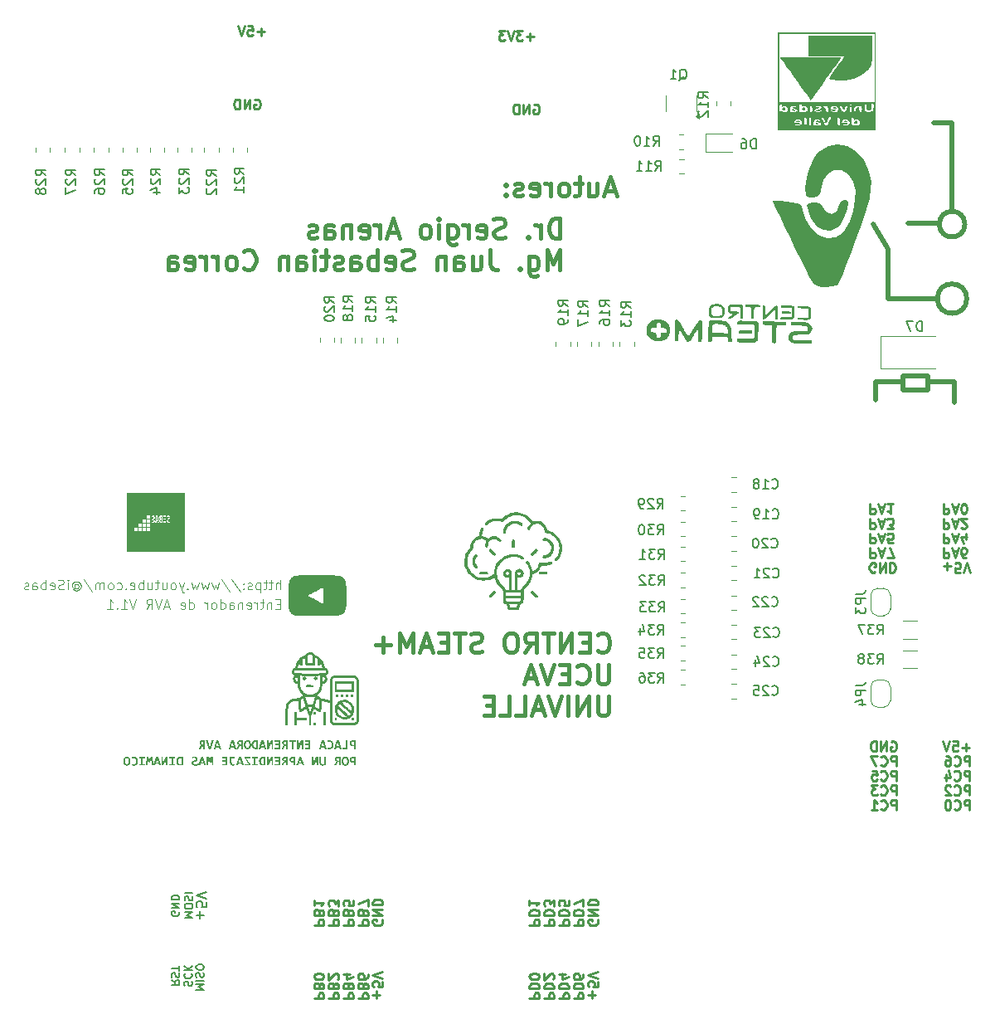
<source format=gbr>
%TF.GenerationSoftware,KiCad,Pcbnew,8.0.4*%
%TF.CreationDate,2025-03-19T03:37:00-05:00*%
%TF.ProjectId,ENRTENADOR ATMEGA1284P,454e5254-454e-4414-944f-522041544d45,rev?*%
%TF.SameCoordinates,Original*%
%TF.FileFunction,Legend,Bot*%
%TF.FilePolarity,Positive*%
%FSLAX46Y46*%
G04 Gerber Fmt 4.6, Leading zero omitted, Abs format (unit mm)*
G04 Created by KiCad (PCBNEW 8.0.4) date 2025-03-19 03:37:00*
%MOMM*%
%LPD*%
G01*
G04 APERTURE LIST*
%ADD10C,0.500000*%
%ADD11C,0.250000*%
%ADD12C,0.400000*%
%ADD13C,0.100000*%
%ADD14C,0.160000*%
%ADD15C,0.200000*%
%ADD16C,0.150000*%
%ADD17C,0.120000*%
%ADD18C,0.000000*%
G04 APERTURE END LIST*
D10*
X96196670Y-28200000D02*
X91300000Y-28200000D01*
X99303330Y-28200000D02*
G75*
G02*
X96296670Y-28200000I-1503330J0D01*
G01*
X96296670Y-28200000D02*
G75*
G02*
X99303330Y-28200000I1503330J0D01*
G01*
X95300000Y-36100000D02*
X95300000Y-37500000D01*
X97800000Y-19296160D02*
X97800000Y-10250000D01*
X96500000Y-20500000D02*
X93300000Y-20500000D01*
X92800000Y-37500000D02*
X95300000Y-37500000D01*
X98000000Y-38775000D02*
X98000000Y-36700000D01*
X99103840Y-20600000D02*
G75*
G02*
X96496160Y-20600000I-1303840J0D01*
G01*
X96496160Y-20600000D02*
G75*
G02*
X99103840Y-20600000I1303840J0D01*
G01*
X92800000Y-36100000D02*
X92800000Y-37500000D01*
X92800000Y-36100000D02*
X95300000Y-36100000D01*
X91250000Y-23100000D02*
X89750000Y-20600000D01*
X91250000Y-28200000D02*
X91250000Y-23100000D01*
X90000000Y-38550000D02*
X90000000Y-36800000D01*
X90000000Y-36700000D02*
X92475000Y-36700000D01*
X95425000Y-36700000D02*
X97900000Y-36700000D01*
X97800000Y-10250000D02*
X95900000Y-10250000D01*
D11*
X37135380Y-92097431D02*
X38135380Y-92097431D01*
X38135380Y-92097431D02*
X38135380Y-91716479D01*
X38135380Y-91716479D02*
X38087761Y-91621241D01*
X38087761Y-91621241D02*
X38040142Y-91573622D01*
X38040142Y-91573622D02*
X37944904Y-91526003D01*
X37944904Y-91526003D02*
X37802047Y-91526003D01*
X37802047Y-91526003D02*
X37706809Y-91573622D01*
X37706809Y-91573622D02*
X37659190Y-91621241D01*
X37659190Y-91621241D02*
X37611571Y-91716479D01*
X37611571Y-91716479D02*
X37611571Y-92097431D01*
X37659190Y-90764098D02*
X37611571Y-90621241D01*
X37611571Y-90621241D02*
X37563952Y-90573622D01*
X37563952Y-90573622D02*
X37468714Y-90526003D01*
X37468714Y-90526003D02*
X37325857Y-90526003D01*
X37325857Y-90526003D02*
X37230619Y-90573622D01*
X37230619Y-90573622D02*
X37183000Y-90621241D01*
X37183000Y-90621241D02*
X37135380Y-90716479D01*
X37135380Y-90716479D02*
X37135380Y-91097431D01*
X37135380Y-91097431D02*
X38135380Y-91097431D01*
X38135380Y-91097431D02*
X38135380Y-90764098D01*
X38135380Y-90764098D02*
X38087761Y-90668860D01*
X38087761Y-90668860D02*
X38040142Y-90621241D01*
X38040142Y-90621241D02*
X37944904Y-90573622D01*
X37944904Y-90573622D02*
X37849666Y-90573622D01*
X37849666Y-90573622D02*
X37754428Y-90621241D01*
X37754428Y-90621241D02*
X37706809Y-90668860D01*
X37706809Y-90668860D02*
X37659190Y-90764098D01*
X37659190Y-90764098D02*
X37659190Y-91097431D01*
X38135380Y-90192669D02*
X38135380Y-89526003D01*
X38135380Y-89526003D02*
X37135380Y-89954574D01*
D12*
X63355890Y-17163009D02*
X62403509Y-17163009D01*
X63546366Y-17734438D02*
X62879700Y-15734438D01*
X62879700Y-15734438D02*
X62213033Y-17734438D01*
X60689223Y-16401104D02*
X60689223Y-17734438D01*
X61546366Y-16401104D02*
X61546366Y-17448723D01*
X61546366Y-17448723D02*
X61451128Y-17639200D01*
X61451128Y-17639200D02*
X61260652Y-17734438D01*
X61260652Y-17734438D02*
X60974937Y-17734438D01*
X60974937Y-17734438D02*
X60784461Y-17639200D01*
X60784461Y-17639200D02*
X60689223Y-17543961D01*
X60022556Y-16401104D02*
X59260652Y-16401104D01*
X59736842Y-15734438D02*
X59736842Y-17448723D01*
X59736842Y-17448723D02*
X59641604Y-17639200D01*
X59641604Y-17639200D02*
X59451128Y-17734438D01*
X59451128Y-17734438D02*
X59260652Y-17734438D01*
X58308271Y-17734438D02*
X58498747Y-17639200D01*
X58498747Y-17639200D02*
X58593985Y-17543961D01*
X58593985Y-17543961D02*
X58689223Y-17353485D01*
X58689223Y-17353485D02*
X58689223Y-16782057D01*
X58689223Y-16782057D02*
X58593985Y-16591580D01*
X58593985Y-16591580D02*
X58498747Y-16496342D01*
X58498747Y-16496342D02*
X58308271Y-16401104D01*
X58308271Y-16401104D02*
X58022556Y-16401104D01*
X58022556Y-16401104D02*
X57832080Y-16496342D01*
X57832080Y-16496342D02*
X57736842Y-16591580D01*
X57736842Y-16591580D02*
X57641604Y-16782057D01*
X57641604Y-16782057D02*
X57641604Y-17353485D01*
X57641604Y-17353485D02*
X57736842Y-17543961D01*
X57736842Y-17543961D02*
X57832080Y-17639200D01*
X57832080Y-17639200D02*
X58022556Y-17734438D01*
X58022556Y-17734438D02*
X58308271Y-17734438D01*
X56784461Y-17734438D02*
X56784461Y-16401104D01*
X56784461Y-16782057D02*
X56689223Y-16591580D01*
X56689223Y-16591580D02*
X56593985Y-16496342D01*
X56593985Y-16496342D02*
X56403509Y-16401104D01*
X56403509Y-16401104D02*
X56213032Y-16401104D01*
X54784461Y-17639200D02*
X54974937Y-17734438D01*
X54974937Y-17734438D02*
X55355890Y-17734438D01*
X55355890Y-17734438D02*
X55546366Y-17639200D01*
X55546366Y-17639200D02*
X55641604Y-17448723D01*
X55641604Y-17448723D02*
X55641604Y-16686819D01*
X55641604Y-16686819D02*
X55546366Y-16496342D01*
X55546366Y-16496342D02*
X55355890Y-16401104D01*
X55355890Y-16401104D02*
X54974937Y-16401104D01*
X54974937Y-16401104D02*
X54784461Y-16496342D01*
X54784461Y-16496342D02*
X54689223Y-16686819D01*
X54689223Y-16686819D02*
X54689223Y-16877295D01*
X54689223Y-16877295D02*
X55641604Y-17067771D01*
X53927318Y-17639200D02*
X53736842Y-17734438D01*
X53736842Y-17734438D02*
X53355890Y-17734438D01*
X53355890Y-17734438D02*
X53165413Y-17639200D01*
X53165413Y-17639200D02*
X53070175Y-17448723D01*
X53070175Y-17448723D02*
X53070175Y-17353485D01*
X53070175Y-17353485D02*
X53165413Y-17163009D01*
X53165413Y-17163009D02*
X53355890Y-17067771D01*
X53355890Y-17067771D02*
X53641604Y-17067771D01*
X53641604Y-17067771D02*
X53832080Y-16972533D01*
X53832080Y-16972533D02*
X53927318Y-16782057D01*
X53927318Y-16782057D02*
X53927318Y-16686819D01*
X53927318Y-16686819D02*
X53832080Y-16496342D01*
X53832080Y-16496342D02*
X53641604Y-16401104D01*
X53641604Y-16401104D02*
X53355890Y-16401104D01*
X53355890Y-16401104D02*
X53165413Y-16496342D01*
X52213032Y-17543961D02*
X52117794Y-17639200D01*
X52117794Y-17639200D02*
X52213032Y-17734438D01*
X52213032Y-17734438D02*
X52308270Y-17639200D01*
X52308270Y-17639200D02*
X52213032Y-17543961D01*
X52213032Y-17543961D02*
X52213032Y-17734438D01*
X52213032Y-16496342D02*
X52117794Y-16591580D01*
X52117794Y-16591580D02*
X52213032Y-16686819D01*
X52213032Y-16686819D02*
X52308270Y-16591580D01*
X52308270Y-16591580D02*
X52213032Y-16496342D01*
X52213032Y-16496342D02*
X52213032Y-16686819D01*
D13*
X29196115Y-59348609D02*
X28862782Y-59348609D01*
X28719925Y-59872419D02*
X29196115Y-59872419D01*
X29196115Y-59872419D02*
X29196115Y-58872419D01*
X29196115Y-58872419D02*
X28719925Y-58872419D01*
X28291353Y-59205752D02*
X28291353Y-59872419D01*
X28291353Y-59300990D02*
X28243734Y-59253371D01*
X28243734Y-59253371D02*
X28148496Y-59205752D01*
X28148496Y-59205752D02*
X28005639Y-59205752D01*
X28005639Y-59205752D02*
X27910401Y-59253371D01*
X27910401Y-59253371D02*
X27862782Y-59348609D01*
X27862782Y-59348609D02*
X27862782Y-59872419D01*
X27529448Y-59205752D02*
X27148496Y-59205752D01*
X27386591Y-58872419D02*
X27386591Y-59729561D01*
X27386591Y-59729561D02*
X27338972Y-59824800D01*
X27338972Y-59824800D02*
X27243734Y-59872419D01*
X27243734Y-59872419D02*
X27148496Y-59872419D01*
X26815162Y-59872419D02*
X26815162Y-59205752D01*
X26815162Y-59396228D02*
X26767543Y-59300990D01*
X26767543Y-59300990D02*
X26719924Y-59253371D01*
X26719924Y-59253371D02*
X26624686Y-59205752D01*
X26624686Y-59205752D02*
X26529448Y-59205752D01*
X25815162Y-59824800D02*
X25910400Y-59872419D01*
X25910400Y-59872419D02*
X26100876Y-59872419D01*
X26100876Y-59872419D02*
X26196114Y-59824800D01*
X26196114Y-59824800D02*
X26243733Y-59729561D01*
X26243733Y-59729561D02*
X26243733Y-59348609D01*
X26243733Y-59348609D02*
X26196114Y-59253371D01*
X26196114Y-59253371D02*
X26100876Y-59205752D01*
X26100876Y-59205752D02*
X25910400Y-59205752D01*
X25910400Y-59205752D02*
X25815162Y-59253371D01*
X25815162Y-59253371D02*
X25767543Y-59348609D01*
X25767543Y-59348609D02*
X25767543Y-59443847D01*
X25767543Y-59443847D02*
X26243733Y-59539085D01*
X25338971Y-59205752D02*
X25338971Y-59872419D01*
X25338971Y-59300990D02*
X25291352Y-59253371D01*
X25291352Y-59253371D02*
X25196114Y-59205752D01*
X25196114Y-59205752D02*
X25053257Y-59205752D01*
X25053257Y-59205752D02*
X24958019Y-59253371D01*
X24958019Y-59253371D02*
X24910400Y-59348609D01*
X24910400Y-59348609D02*
X24910400Y-59872419D01*
X24005638Y-59872419D02*
X24005638Y-59348609D01*
X24005638Y-59348609D02*
X24053257Y-59253371D01*
X24053257Y-59253371D02*
X24148495Y-59205752D01*
X24148495Y-59205752D02*
X24338971Y-59205752D01*
X24338971Y-59205752D02*
X24434209Y-59253371D01*
X24005638Y-59824800D02*
X24100876Y-59872419D01*
X24100876Y-59872419D02*
X24338971Y-59872419D01*
X24338971Y-59872419D02*
X24434209Y-59824800D01*
X24434209Y-59824800D02*
X24481828Y-59729561D01*
X24481828Y-59729561D02*
X24481828Y-59634323D01*
X24481828Y-59634323D02*
X24434209Y-59539085D01*
X24434209Y-59539085D02*
X24338971Y-59491466D01*
X24338971Y-59491466D02*
X24100876Y-59491466D01*
X24100876Y-59491466D02*
X24005638Y-59443847D01*
X23100876Y-59872419D02*
X23100876Y-58872419D01*
X23100876Y-59824800D02*
X23196114Y-59872419D01*
X23196114Y-59872419D02*
X23386590Y-59872419D01*
X23386590Y-59872419D02*
X23481828Y-59824800D01*
X23481828Y-59824800D02*
X23529447Y-59777180D01*
X23529447Y-59777180D02*
X23577066Y-59681942D01*
X23577066Y-59681942D02*
X23577066Y-59396228D01*
X23577066Y-59396228D02*
X23529447Y-59300990D01*
X23529447Y-59300990D02*
X23481828Y-59253371D01*
X23481828Y-59253371D02*
X23386590Y-59205752D01*
X23386590Y-59205752D02*
X23196114Y-59205752D01*
X23196114Y-59205752D02*
X23100876Y-59253371D01*
X22481828Y-59872419D02*
X22577066Y-59824800D01*
X22577066Y-59824800D02*
X22624685Y-59777180D01*
X22624685Y-59777180D02*
X22672304Y-59681942D01*
X22672304Y-59681942D02*
X22672304Y-59396228D01*
X22672304Y-59396228D02*
X22624685Y-59300990D01*
X22624685Y-59300990D02*
X22577066Y-59253371D01*
X22577066Y-59253371D02*
X22481828Y-59205752D01*
X22481828Y-59205752D02*
X22338971Y-59205752D01*
X22338971Y-59205752D02*
X22243733Y-59253371D01*
X22243733Y-59253371D02*
X22196114Y-59300990D01*
X22196114Y-59300990D02*
X22148495Y-59396228D01*
X22148495Y-59396228D02*
X22148495Y-59681942D01*
X22148495Y-59681942D02*
X22196114Y-59777180D01*
X22196114Y-59777180D02*
X22243733Y-59824800D01*
X22243733Y-59824800D02*
X22338971Y-59872419D01*
X22338971Y-59872419D02*
X22481828Y-59872419D01*
X21719923Y-59872419D02*
X21719923Y-59205752D01*
X21719923Y-59396228D02*
X21672304Y-59300990D01*
X21672304Y-59300990D02*
X21624685Y-59253371D01*
X21624685Y-59253371D02*
X21529447Y-59205752D01*
X21529447Y-59205752D02*
X21434209Y-59205752D01*
X19910399Y-59872419D02*
X19910399Y-58872419D01*
X19910399Y-59824800D02*
X20005637Y-59872419D01*
X20005637Y-59872419D02*
X20196113Y-59872419D01*
X20196113Y-59872419D02*
X20291351Y-59824800D01*
X20291351Y-59824800D02*
X20338970Y-59777180D01*
X20338970Y-59777180D02*
X20386589Y-59681942D01*
X20386589Y-59681942D02*
X20386589Y-59396228D01*
X20386589Y-59396228D02*
X20338970Y-59300990D01*
X20338970Y-59300990D02*
X20291351Y-59253371D01*
X20291351Y-59253371D02*
X20196113Y-59205752D01*
X20196113Y-59205752D02*
X20005637Y-59205752D01*
X20005637Y-59205752D02*
X19910399Y-59253371D01*
X19053256Y-59824800D02*
X19148494Y-59872419D01*
X19148494Y-59872419D02*
X19338970Y-59872419D01*
X19338970Y-59872419D02*
X19434208Y-59824800D01*
X19434208Y-59824800D02*
X19481827Y-59729561D01*
X19481827Y-59729561D02*
X19481827Y-59348609D01*
X19481827Y-59348609D02*
X19434208Y-59253371D01*
X19434208Y-59253371D02*
X19338970Y-59205752D01*
X19338970Y-59205752D02*
X19148494Y-59205752D01*
X19148494Y-59205752D02*
X19053256Y-59253371D01*
X19053256Y-59253371D02*
X19005637Y-59348609D01*
X19005637Y-59348609D02*
X19005637Y-59443847D01*
X19005637Y-59443847D02*
X19481827Y-59539085D01*
X17862779Y-59586704D02*
X17386589Y-59586704D01*
X17958017Y-59872419D02*
X17624684Y-58872419D01*
X17624684Y-58872419D02*
X17291351Y-59872419D01*
X17100874Y-58872419D02*
X16767541Y-59872419D01*
X16767541Y-59872419D02*
X16434208Y-58872419D01*
X15529446Y-59872419D02*
X15862779Y-59396228D01*
X16100874Y-59872419D02*
X16100874Y-58872419D01*
X16100874Y-58872419D02*
X15719922Y-58872419D01*
X15719922Y-58872419D02*
X15624684Y-58920038D01*
X15624684Y-58920038D02*
X15577065Y-58967657D01*
X15577065Y-58967657D02*
X15529446Y-59062895D01*
X15529446Y-59062895D02*
X15529446Y-59205752D01*
X15529446Y-59205752D02*
X15577065Y-59300990D01*
X15577065Y-59300990D02*
X15624684Y-59348609D01*
X15624684Y-59348609D02*
X15719922Y-59396228D01*
X15719922Y-59396228D02*
X16100874Y-59396228D01*
X14481826Y-58872419D02*
X14148493Y-59872419D01*
X14148493Y-59872419D02*
X13815160Y-58872419D01*
X12958017Y-59872419D02*
X13529445Y-59872419D01*
X13243731Y-59872419D02*
X13243731Y-58872419D01*
X13243731Y-58872419D02*
X13338969Y-59015276D01*
X13338969Y-59015276D02*
X13434207Y-59110514D01*
X13434207Y-59110514D02*
X13529445Y-59158133D01*
X12529445Y-59777180D02*
X12481826Y-59824800D01*
X12481826Y-59824800D02*
X12529445Y-59872419D01*
X12529445Y-59872419D02*
X12577064Y-59824800D01*
X12577064Y-59824800D02*
X12529445Y-59777180D01*
X12529445Y-59777180D02*
X12529445Y-59872419D01*
X11529446Y-59872419D02*
X12100874Y-59872419D01*
X11815160Y-59872419D02*
X11815160Y-58872419D01*
X11815160Y-58872419D02*
X11910398Y-59015276D01*
X11910398Y-59015276D02*
X12005636Y-59110514D01*
X12005636Y-59110514D02*
X12100874Y-59158133D01*
D11*
X37135380Y-99597431D02*
X38135380Y-99597431D01*
X38135380Y-99597431D02*
X38135380Y-99216479D01*
X38135380Y-99216479D02*
X38087761Y-99121241D01*
X38087761Y-99121241D02*
X38040142Y-99073622D01*
X38040142Y-99073622D02*
X37944904Y-99026003D01*
X37944904Y-99026003D02*
X37802047Y-99026003D01*
X37802047Y-99026003D02*
X37706809Y-99073622D01*
X37706809Y-99073622D02*
X37659190Y-99121241D01*
X37659190Y-99121241D02*
X37611571Y-99216479D01*
X37611571Y-99216479D02*
X37611571Y-99597431D01*
X37659190Y-98264098D02*
X37611571Y-98121241D01*
X37611571Y-98121241D02*
X37563952Y-98073622D01*
X37563952Y-98073622D02*
X37468714Y-98026003D01*
X37468714Y-98026003D02*
X37325857Y-98026003D01*
X37325857Y-98026003D02*
X37230619Y-98073622D01*
X37230619Y-98073622D02*
X37183000Y-98121241D01*
X37183000Y-98121241D02*
X37135380Y-98216479D01*
X37135380Y-98216479D02*
X37135380Y-98597431D01*
X37135380Y-98597431D02*
X38135380Y-98597431D01*
X38135380Y-98597431D02*
X38135380Y-98264098D01*
X38135380Y-98264098D02*
X38087761Y-98168860D01*
X38087761Y-98168860D02*
X38040142Y-98121241D01*
X38040142Y-98121241D02*
X37944904Y-98073622D01*
X37944904Y-98073622D02*
X37849666Y-98073622D01*
X37849666Y-98073622D02*
X37754428Y-98121241D01*
X37754428Y-98121241D02*
X37706809Y-98168860D01*
X37706809Y-98168860D02*
X37659190Y-98264098D01*
X37659190Y-98264098D02*
X37659190Y-98597431D01*
X38135380Y-97168860D02*
X38135380Y-97359336D01*
X38135380Y-97359336D02*
X38087761Y-97454574D01*
X38087761Y-97454574D02*
X38040142Y-97502193D01*
X38040142Y-97502193D02*
X37897285Y-97597431D01*
X37897285Y-97597431D02*
X37706809Y-97645050D01*
X37706809Y-97645050D02*
X37325857Y-97645050D01*
X37325857Y-97645050D02*
X37230619Y-97597431D01*
X37230619Y-97597431D02*
X37183000Y-97549812D01*
X37183000Y-97549812D02*
X37135380Y-97454574D01*
X37135380Y-97454574D02*
X37135380Y-97264098D01*
X37135380Y-97264098D02*
X37183000Y-97168860D01*
X37183000Y-97168860D02*
X37230619Y-97121241D01*
X37230619Y-97121241D02*
X37325857Y-97073622D01*
X37325857Y-97073622D02*
X37563952Y-97073622D01*
X37563952Y-97073622D02*
X37659190Y-97121241D01*
X37659190Y-97121241D02*
X37706809Y-97168860D01*
X37706809Y-97168860D02*
X37754428Y-97264098D01*
X37754428Y-97264098D02*
X37754428Y-97454574D01*
X37754428Y-97454574D02*
X37706809Y-97549812D01*
X37706809Y-97549812D02*
X37659190Y-97597431D01*
X37659190Y-97597431D02*
X37563952Y-97645050D01*
X96902568Y-52135380D02*
X96902568Y-53135380D01*
X96902568Y-53135380D02*
X97283520Y-53135380D01*
X97283520Y-53135380D02*
X97378758Y-53087761D01*
X97378758Y-53087761D02*
X97426377Y-53040142D01*
X97426377Y-53040142D02*
X97473996Y-52944904D01*
X97473996Y-52944904D02*
X97473996Y-52802047D01*
X97473996Y-52802047D02*
X97426377Y-52706809D01*
X97426377Y-52706809D02*
X97378758Y-52659190D01*
X97378758Y-52659190D02*
X97283520Y-52611571D01*
X97283520Y-52611571D02*
X96902568Y-52611571D01*
X97854949Y-52421095D02*
X98331139Y-52421095D01*
X97759711Y-52135380D02*
X98093044Y-53135380D01*
X98093044Y-53135380D02*
X98426377Y-52135380D01*
X99188282Y-52802047D02*
X99188282Y-52135380D01*
X98950187Y-53183000D02*
X98712092Y-52468714D01*
X98712092Y-52468714D02*
X99331139Y-52468714D01*
X59135380Y-99597431D02*
X60135380Y-99597431D01*
X60135380Y-99597431D02*
X60135380Y-99216479D01*
X60135380Y-99216479D02*
X60087761Y-99121241D01*
X60087761Y-99121241D02*
X60040142Y-99073622D01*
X60040142Y-99073622D02*
X59944904Y-99026003D01*
X59944904Y-99026003D02*
X59802047Y-99026003D01*
X59802047Y-99026003D02*
X59706809Y-99073622D01*
X59706809Y-99073622D02*
X59659190Y-99121241D01*
X59659190Y-99121241D02*
X59611571Y-99216479D01*
X59611571Y-99216479D02*
X59611571Y-99597431D01*
X59135380Y-98597431D02*
X60135380Y-98597431D01*
X60135380Y-98597431D02*
X60135380Y-98359336D01*
X60135380Y-98359336D02*
X60087761Y-98216479D01*
X60087761Y-98216479D02*
X59992523Y-98121241D01*
X59992523Y-98121241D02*
X59897285Y-98073622D01*
X59897285Y-98073622D02*
X59706809Y-98026003D01*
X59706809Y-98026003D02*
X59563952Y-98026003D01*
X59563952Y-98026003D02*
X59373476Y-98073622D01*
X59373476Y-98073622D02*
X59278238Y-98121241D01*
X59278238Y-98121241D02*
X59183000Y-98216479D01*
X59183000Y-98216479D02*
X59135380Y-98359336D01*
X59135380Y-98359336D02*
X59135380Y-98597431D01*
X60135380Y-97168860D02*
X60135380Y-97359336D01*
X60135380Y-97359336D02*
X60087761Y-97454574D01*
X60087761Y-97454574D02*
X60040142Y-97502193D01*
X60040142Y-97502193D02*
X59897285Y-97597431D01*
X59897285Y-97597431D02*
X59706809Y-97645050D01*
X59706809Y-97645050D02*
X59325857Y-97645050D01*
X59325857Y-97645050D02*
X59230619Y-97597431D01*
X59230619Y-97597431D02*
X59183000Y-97549812D01*
X59183000Y-97549812D02*
X59135380Y-97454574D01*
X59135380Y-97454574D02*
X59135380Y-97264098D01*
X59135380Y-97264098D02*
X59183000Y-97168860D01*
X59183000Y-97168860D02*
X59230619Y-97121241D01*
X59230619Y-97121241D02*
X59325857Y-97073622D01*
X59325857Y-97073622D02*
X59563952Y-97073622D01*
X59563952Y-97073622D02*
X59659190Y-97121241D01*
X59659190Y-97121241D02*
X59706809Y-97168860D01*
X59706809Y-97168860D02*
X59754428Y-97264098D01*
X59754428Y-97264098D02*
X59754428Y-97454574D01*
X59754428Y-97454574D02*
X59706809Y-97549812D01*
X59706809Y-97549812D02*
X59659190Y-97597431D01*
X59659190Y-97597431D02*
X59563952Y-97645050D01*
X91573622Y-73412238D02*
X91668860Y-73364619D01*
X91668860Y-73364619D02*
X91811717Y-73364619D01*
X91811717Y-73364619D02*
X91954574Y-73412238D01*
X91954574Y-73412238D02*
X92049812Y-73507476D01*
X92049812Y-73507476D02*
X92097431Y-73602714D01*
X92097431Y-73602714D02*
X92145050Y-73793190D01*
X92145050Y-73793190D02*
X92145050Y-73936047D01*
X92145050Y-73936047D02*
X92097431Y-74126523D01*
X92097431Y-74126523D02*
X92049812Y-74221761D01*
X92049812Y-74221761D02*
X91954574Y-74317000D01*
X91954574Y-74317000D02*
X91811717Y-74364619D01*
X91811717Y-74364619D02*
X91716479Y-74364619D01*
X91716479Y-74364619D02*
X91573622Y-74317000D01*
X91573622Y-74317000D02*
X91526003Y-74269380D01*
X91526003Y-74269380D02*
X91526003Y-73936047D01*
X91526003Y-73936047D02*
X91716479Y-73936047D01*
X91097431Y-74364619D02*
X91097431Y-73364619D01*
X91097431Y-73364619D02*
X90526003Y-74364619D01*
X90526003Y-74364619D02*
X90526003Y-73364619D01*
X90049812Y-74364619D02*
X90049812Y-73364619D01*
X90049812Y-73364619D02*
X89811717Y-73364619D01*
X89811717Y-73364619D02*
X89668860Y-73412238D01*
X89668860Y-73412238D02*
X89573622Y-73507476D01*
X89573622Y-73507476D02*
X89526003Y-73602714D01*
X89526003Y-73602714D02*
X89478384Y-73793190D01*
X89478384Y-73793190D02*
X89478384Y-73936047D01*
X89478384Y-73936047D02*
X89526003Y-74126523D01*
X89526003Y-74126523D02*
X89573622Y-74221761D01*
X89573622Y-74221761D02*
X89668860Y-74317000D01*
X89668860Y-74317000D02*
X89811717Y-74364619D01*
X89811717Y-74364619D02*
X90049812Y-74364619D01*
X35635380Y-99597431D02*
X36635380Y-99597431D01*
X36635380Y-99597431D02*
X36635380Y-99216479D01*
X36635380Y-99216479D02*
X36587761Y-99121241D01*
X36587761Y-99121241D02*
X36540142Y-99073622D01*
X36540142Y-99073622D02*
X36444904Y-99026003D01*
X36444904Y-99026003D02*
X36302047Y-99026003D01*
X36302047Y-99026003D02*
X36206809Y-99073622D01*
X36206809Y-99073622D02*
X36159190Y-99121241D01*
X36159190Y-99121241D02*
X36111571Y-99216479D01*
X36111571Y-99216479D02*
X36111571Y-99597431D01*
X36159190Y-98264098D02*
X36111571Y-98121241D01*
X36111571Y-98121241D02*
X36063952Y-98073622D01*
X36063952Y-98073622D02*
X35968714Y-98026003D01*
X35968714Y-98026003D02*
X35825857Y-98026003D01*
X35825857Y-98026003D02*
X35730619Y-98073622D01*
X35730619Y-98073622D02*
X35683000Y-98121241D01*
X35683000Y-98121241D02*
X35635380Y-98216479D01*
X35635380Y-98216479D02*
X35635380Y-98597431D01*
X35635380Y-98597431D02*
X36635380Y-98597431D01*
X36635380Y-98597431D02*
X36635380Y-98264098D01*
X36635380Y-98264098D02*
X36587761Y-98168860D01*
X36587761Y-98168860D02*
X36540142Y-98121241D01*
X36540142Y-98121241D02*
X36444904Y-98073622D01*
X36444904Y-98073622D02*
X36349666Y-98073622D01*
X36349666Y-98073622D02*
X36254428Y-98121241D01*
X36254428Y-98121241D02*
X36206809Y-98168860D01*
X36206809Y-98168860D02*
X36159190Y-98264098D01*
X36159190Y-98264098D02*
X36159190Y-98597431D01*
X36302047Y-97168860D02*
X35635380Y-97168860D01*
X36683000Y-97406955D02*
X35968714Y-97645050D01*
X35968714Y-97645050D02*
X35968714Y-97026003D01*
D14*
X19424320Y-98312356D02*
X19386224Y-98198070D01*
X19386224Y-98198070D02*
X19386224Y-98007594D01*
X19386224Y-98007594D02*
X19424320Y-97931403D01*
X19424320Y-97931403D02*
X19462415Y-97893308D01*
X19462415Y-97893308D02*
X19538605Y-97855213D01*
X19538605Y-97855213D02*
X19614796Y-97855213D01*
X19614796Y-97855213D02*
X19690986Y-97893308D01*
X19690986Y-97893308D02*
X19729081Y-97931403D01*
X19729081Y-97931403D02*
X19767177Y-98007594D01*
X19767177Y-98007594D02*
X19805272Y-98159975D01*
X19805272Y-98159975D02*
X19843367Y-98236165D01*
X19843367Y-98236165D02*
X19881462Y-98274260D01*
X19881462Y-98274260D02*
X19957653Y-98312356D01*
X19957653Y-98312356D02*
X20033843Y-98312356D01*
X20033843Y-98312356D02*
X20110034Y-98274260D01*
X20110034Y-98274260D02*
X20148129Y-98236165D01*
X20148129Y-98236165D02*
X20186224Y-98159975D01*
X20186224Y-98159975D02*
X20186224Y-97969498D01*
X20186224Y-97969498D02*
X20148129Y-97855213D01*
X19462415Y-97055212D02*
X19424320Y-97093308D01*
X19424320Y-97093308D02*
X19386224Y-97207593D01*
X19386224Y-97207593D02*
X19386224Y-97283784D01*
X19386224Y-97283784D02*
X19424320Y-97398070D01*
X19424320Y-97398070D02*
X19500510Y-97474260D01*
X19500510Y-97474260D02*
X19576700Y-97512355D01*
X19576700Y-97512355D02*
X19729081Y-97550451D01*
X19729081Y-97550451D02*
X19843367Y-97550451D01*
X19843367Y-97550451D02*
X19995748Y-97512355D01*
X19995748Y-97512355D02*
X20071939Y-97474260D01*
X20071939Y-97474260D02*
X20148129Y-97398070D01*
X20148129Y-97398070D02*
X20186224Y-97283784D01*
X20186224Y-97283784D02*
X20186224Y-97207593D01*
X20186224Y-97207593D02*
X20148129Y-97093308D01*
X20148129Y-97093308D02*
X20110034Y-97055212D01*
X19386224Y-96712355D02*
X20186224Y-96712355D01*
X19386224Y-96255212D02*
X19843367Y-96598070D01*
X20186224Y-96255212D02*
X19729081Y-96712355D01*
D11*
X89402568Y-49135380D02*
X89402568Y-50135380D01*
X89402568Y-50135380D02*
X89783520Y-50135380D01*
X89783520Y-50135380D02*
X89878758Y-50087761D01*
X89878758Y-50087761D02*
X89926377Y-50040142D01*
X89926377Y-50040142D02*
X89973996Y-49944904D01*
X89973996Y-49944904D02*
X89973996Y-49802047D01*
X89973996Y-49802047D02*
X89926377Y-49706809D01*
X89926377Y-49706809D02*
X89878758Y-49659190D01*
X89878758Y-49659190D02*
X89783520Y-49611571D01*
X89783520Y-49611571D02*
X89402568Y-49611571D01*
X90354949Y-49421095D02*
X90831139Y-49421095D01*
X90259711Y-49135380D02*
X90593044Y-50135380D01*
X90593044Y-50135380D02*
X90926377Y-49135380D01*
X91783520Y-49135380D02*
X91212092Y-49135380D01*
X91497806Y-49135380D02*
X91497806Y-50135380D01*
X91497806Y-50135380D02*
X91402568Y-49992523D01*
X91402568Y-49992523D02*
X91307330Y-49897285D01*
X91307330Y-49897285D02*
X91212092Y-49849666D01*
X89402568Y-52135380D02*
X89402568Y-53135380D01*
X89402568Y-53135380D02*
X89783520Y-53135380D01*
X89783520Y-53135380D02*
X89878758Y-53087761D01*
X89878758Y-53087761D02*
X89926377Y-53040142D01*
X89926377Y-53040142D02*
X89973996Y-52944904D01*
X89973996Y-52944904D02*
X89973996Y-52802047D01*
X89973996Y-52802047D02*
X89926377Y-52706809D01*
X89926377Y-52706809D02*
X89878758Y-52659190D01*
X89878758Y-52659190D02*
X89783520Y-52611571D01*
X89783520Y-52611571D02*
X89402568Y-52611571D01*
X90354949Y-52421095D02*
X90831139Y-52421095D01*
X90259711Y-52135380D02*
X90593044Y-53135380D01*
X90593044Y-53135380D02*
X90926377Y-52135380D01*
X91735901Y-53135380D02*
X91259711Y-53135380D01*
X91259711Y-53135380D02*
X91212092Y-52659190D01*
X91212092Y-52659190D02*
X91259711Y-52706809D01*
X91259711Y-52706809D02*
X91354949Y-52754428D01*
X91354949Y-52754428D02*
X91593044Y-52754428D01*
X91593044Y-52754428D02*
X91688282Y-52706809D01*
X91688282Y-52706809D02*
X91735901Y-52659190D01*
X91735901Y-52659190D02*
X91783520Y-52563952D01*
X91783520Y-52563952D02*
X91783520Y-52325857D01*
X91783520Y-52325857D02*
X91735901Y-52230619D01*
X91735901Y-52230619D02*
X91688282Y-52183000D01*
X91688282Y-52183000D02*
X91593044Y-52135380D01*
X91593044Y-52135380D02*
X91354949Y-52135380D01*
X91354949Y-52135380D02*
X91259711Y-52183000D01*
X91259711Y-52183000D02*
X91212092Y-52230619D01*
X61016333Y-99597431D02*
X61016333Y-98835527D01*
X60635380Y-99216479D02*
X61397285Y-99216479D01*
X61635380Y-97883146D02*
X61635380Y-98359336D01*
X61635380Y-98359336D02*
X61159190Y-98406955D01*
X61159190Y-98406955D02*
X61206809Y-98359336D01*
X61206809Y-98359336D02*
X61254428Y-98264098D01*
X61254428Y-98264098D02*
X61254428Y-98026003D01*
X61254428Y-98026003D02*
X61206809Y-97930765D01*
X61206809Y-97930765D02*
X61159190Y-97883146D01*
X61159190Y-97883146D02*
X61063952Y-97835527D01*
X61063952Y-97835527D02*
X60825857Y-97835527D01*
X60825857Y-97835527D02*
X60730619Y-97883146D01*
X60730619Y-97883146D02*
X60683000Y-97930765D01*
X60683000Y-97930765D02*
X60635380Y-98026003D01*
X60635380Y-98026003D02*
X60635380Y-98264098D01*
X60635380Y-98264098D02*
X60683000Y-98359336D01*
X60683000Y-98359336D02*
X60730619Y-98406955D01*
X61635380Y-97549812D02*
X60635380Y-97216479D01*
X60635380Y-97216479D02*
X61635380Y-96883146D01*
X92097431Y-80364619D02*
X92097431Y-79364619D01*
X92097431Y-79364619D02*
X91716479Y-79364619D01*
X91716479Y-79364619D02*
X91621241Y-79412238D01*
X91621241Y-79412238D02*
X91573622Y-79459857D01*
X91573622Y-79459857D02*
X91526003Y-79555095D01*
X91526003Y-79555095D02*
X91526003Y-79697952D01*
X91526003Y-79697952D02*
X91573622Y-79793190D01*
X91573622Y-79793190D02*
X91621241Y-79840809D01*
X91621241Y-79840809D02*
X91716479Y-79888428D01*
X91716479Y-79888428D02*
X92097431Y-79888428D01*
X90526003Y-80269380D02*
X90573622Y-80317000D01*
X90573622Y-80317000D02*
X90716479Y-80364619D01*
X90716479Y-80364619D02*
X90811717Y-80364619D01*
X90811717Y-80364619D02*
X90954574Y-80317000D01*
X90954574Y-80317000D02*
X91049812Y-80221761D01*
X91049812Y-80221761D02*
X91097431Y-80126523D01*
X91097431Y-80126523D02*
X91145050Y-79936047D01*
X91145050Y-79936047D02*
X91145050Y-79793190D01*
X91145050Y-79793190D02*
X91097431Y-79602714D01*
X91097431Y-79602714D02*
X91049812Y-79507476D01*
X91049812Y-79507476D02*
X90954574Y-79412238D01*
X90954574Y-79412238D02*
X90811717Y-79364619D01*
X90811717Y-79364619D02*
X90716479Y-79364619D01*
X90716479Y-79364619D02*
X90573622Y-79412238D01*
X90573622Y-79412238D02*
X90526003Y-79459857D01*
X89573622Y-80364619D02*
X90145050Y-80364619D01*
X89859336Y-80364619D02*
X89859336Y-79364619D01*
X89859336Y-79364619D02*
X89954574Y-79507476D01*
X89954574Y-79507476D02*
X90049812Y-79602714D01*
X90049812Y-79602714D02*
X90145050Y-79650333D01*
D14*
X18868129Y-90755213D02*
X18906224Y-90831403D01*
X18906224Y-90831403D02*
X18906224Y-90945689D01*
X18906224Y-90945689D02*
X18868129Y-91059975D01*
X18868129Y-91059975D02*
X18791939Y-91136165D01*
X18791939Y-91136165D02*
X18715748Y-91174260D01*
X18715748Y-91174260D02*
X18563367Y-91212356D01*
X18563367Y-91212356D02*
X18449081Y-91212356D01*
X18449081Y-91212356D02*
X18296700Y-91174260D01*
X18296700Y-91174260D02*
X18220510Y-91136165D01*
X18220510Y-91136165D02*
X18144320Y-91059975D01*
X18144320Y-91059975D02*
X18106224Y-90945689D01*
X18106224Y-90945689D02*
X18106224Y-90869498D01*
X18106224Y-90869498D02*
X18144320Y-90755213D01*
X18144320Y-90755213D02*
X18182415Y-90717117D01*
X18182415Y-90717117D02*
X18449081Y-90717117D01*
X18449081Y-90717117D02*
X18449081Y-90869498D01*
X18106224Y-90374260D02*
X18906224Y-90374260D01*
X18906224Y-90374260D02*
X18106224Y-89917117D01*
X18106224Y-89917117D02*
X18906224Y-89917117D01*
X18106224Y-89536165D02*
X18906224Y-89536165D01*
X18906224Y-89536165D02*
X18906224Y-89345689D01*
X18906224Y-89345689D02*
X18868129Y-89231403D01*
X18868129Y-89231403D02*
X18791939Y-89155213D01*
X18791939Y-89155213D02*
X18715748Y-89117118D01*
X18715748Y-89117118D02*
X18563367Y-89079022D01*
X18563367Y-89079022D02*
X18449081Y-89079022D01*
X18449081Y-89079022D02*
X18296700Y-89117118D01*
X18296700Y-89117118D02*
X18220510Y-89155213D01*
X18220510Y-89155213D02*
X18144320Y-89231403D01*
X18144320Y-89231403D02*
X18106224Y-89345689D01*
X18106224Y-89345689D02*
X18106224Y-89536165D01*
D11*
X39587761Y-91573622D02*
X39635380Y-91668860D01*
X39635380Y-91668860D02*
X39635380Y-91811717D01*
X39635380Y-91811717D02*
X39587761Y-91954574D01*
X39587761Y-91954574D02*
X39492523Y-92049812D01*
X39492523Y-92049812D02*
X39397285Y-92097431D01*
X39397285Y-92097431D02*
X39206809Y-92145050D01*
X39206809Y-92145050D02*
X39063952Y-92145050D01*
X39063952Y-92145050D02*
X38873476Y-92097431D01*
X38873476Y-92097431D02*
X38778238Y-92049812D01*
X38778238Y-92049812D02*
X38683000Y-91954574D01*
X38683000Y-91954574D02*
X38635380Y-91811717D01*
X38635380Y-91811717D02*
X38635380Y-91716479D01*
X38635380Y-91716479D02*
X38683000Y-91573622D01*
X38683000Y-91573622D02*
X38730619Y-91526003D01*
X38730619Y-91526003D02*
X39063952Y-91526003D01*
X39063952Y-91526003D02*
X39063952Y-91716479D01*
X38635380Y-91097431D02*
X39635380Y-91097431D01*
X39635380Y-91097431D02*
X38635380Y-90526003D01*
X38635380Y-90526003D02*
X39635380Y-90526003D01*
X38635380Y-90049812D02*
X39635380Y-90049812D01*
X39635380Y-90049812D02*
X39635380Y-89811717D01*
X39635380Y-89811717D02*
X39587761Y-89668860D01*
X39587761Y-89668860D02*
X39492523Y-89573622D01*
X39492523Y-89573622D02*
X39397285Y-89526003D01*
X39397285Y-89526003D02*
X39206809Y-89478384D01*
X39206809Y-89478384D02*
X39063952Y-89478384D01*
X39063952Y-89478384D02*
X38873476Y-89526003D01*
X38873476Y-89526003D02*
X38778238Y-89573622D01*
X38778238Y-89573622D02*
X38683000Y-89668860D01*
X38683000Y-89668860D02*
X38635380Y-89811717D01*
X38635380Y-89811717D02*
X38635380Y-90049812D01*
X32635380Y-99597431D02*
X33635380Y-99597431D01*
X33635380Y-99597431D02*
X33635380Y-99216479D01*
X33635380Y-99216479D02*
X33587761Y-99121241D01*
X33587761Y-99121241D02*
X33540142Y-99073622D01*
X33540142Y-99073622D02*
X33444904Y-99026003D01*
X33444904Y-99026003D02*
X33302047Y-99026003D01*
X33302047Y-99026003D02*
X33206809Y-99073622D01*
X33206809Y-99073622D02*
X33159190Y-99121241D01*
X33159190Y-99121241D02*
X33111571Y-99216479D01*
X33111571Y-99216479D02*
X33111571Y-99597431D01*
X33159190Y-98264098D02*
X33111571Y-98121241D01*
X33111571Y-98121241D02*
X33063952Y-98073622D01*
X33063952Y-98073622D02*
X32968714Y-98026003D01*
X32968714Y-98026003D02*
X32825857Y-98026003D01*
X32825857Y-98026003D02*
X32730619Y-98073622D01*
X32730619Y-98073622D02*
X32683000Y-98121241D01*
X32683000Y-98121241D02*
X32635380Y-98216479D01*
X32635380Y-98216479D02*
X32635380Y-98597431D01*
X32635380Y-98597431D02*
X33635380Y-98597431D01*
X33635380Y-98597431D02*
X33635380Y-98264098D01*
X33635380Y-98264098D02*
X33587761Y-98168860D01*
X33587761Y-98168860D02*
X33540142Y-98121241D01*
X33540142Y-98121241D02*
X33444904Y-98073622D01*
X33444904Y-98073622D02*
X33349666Y-98073622D01*
X33349666Y-98073622D02*
X33254428Y-98121241D01*
X33254428Y-98121241D02*
X33206809Y-98168860D01*
X33206809Y-98168860D02*
X33159190Y-98264098D01*
X33159190Y-98264098D02*
X33159190Y-98597431D01*
X33635380Y-97406955D02*
X33635380Y-97311717D01*
X33635380Y-97311717D02*
X33587761Y-97216479D01*
X33587761Y-97216479D02*
X33540142Y-97168860D01*
X33540142Y-97168860D02*
X33444904Y-97121241D01*
X33444904Y-97121241D02*
X33254428Y-97073622D01*
X33254428Y-97073622D02*
X33016333Y-97073622D01*
X33016333Y-97073622D02*
X32825857Y-97121241D01*
X32825857Y-97121241D02*
X32730619Y-97168860D01*
X32730619Y-97168860D02*
X32683000Y-97216479D01*
X32683000Y-97216479D02*
X32635380Y-97311717D01*
X32635380Y-97311717D02*
X32635380Y-97406955D01*
X32635380Y-97406955D02*
X32683000Y-97502193D01*
X32683000Y-97502193D02*
X32730619Y-97549812D01*
X32730619Y-97549812D02*
X32825857Y-97597431D01*
X32825857Y-97597431D02*
X33016333Y-97645050D01*
X33016333Y-97645050D02*
X33254428Y-97645050D01*
X33254428Y-97645050D02*
X33444904Y-97597431D01*
X33444904Y-97597431D02*
X33540142Y-97549812D01*
X33540142Y-97549812D02*
X33587761Y-97502193D01*
X33587761Y-97502193D02*
X33635380Y-97406955D01*
X96902568Y-50635380D02*
X96902568Y-51635380D01*
X96902568Y-51635380D02*
X97283520Y-51635380D01*
X97283520Y-51635380D02*
X97378758Y-51587761D01*
X97378758Y-51587761D02*
X97426377Y-51540142D01*
X97426377Y-51540142D02*
X97473996Y-51444904D01*
X97473996Y-51444904D02*
X97473996Y-51302047D01*
X97473996Y-51302047D02*
X97426377Y-51206809D01*
X97426377Y-51206809D02*
X97378758Y-51159190D01*
X97378758Y-51159190D02*
X97283520Y-51111571D01*
X97283520Y-51111571D02*
X96902568Y-51111571D01*
X97854949Y-50921095D02*
X98331139Y-50921095D01*
X97759711Y-50635380D02*
X98093044Y-51635380D01*
X98093044Y-51635380D02*
X98426377Y-50635380D01*
X98712092Y-51540142D02*
X98759711Y-51587761D01*
X98759711Y-51587761D02*
X98854949Y-51635380D01*
X98854949Y-51635380D02*
X99093044Y-51635380D01*
X99093044Y-51635380D02*
X99188282Y-51587761D01*
X99188282Y-51587761D02*
X99235901Y-51540142D01*
X99235901Y-51540142D02*
X99283520Y-51444904D01*
X99283520Y-51444904D02*
X99283520Y-51349666D01*
X99283520Y-51349666D02*
X99235901Y-51206809D01*
X99235901Y-51206809D02*
X98664473Y-50635380D01*
X98664473Y-50635380D02*
X99283520Y-50635380D01*
D14*
X18106224Y-97747117D02*
X18487177Y-98013784D01*
X18106224Y-98204260D02*
X18906224Y-98204260D01*
X18906224Y-98204260D02*
X18906224Y-97899498D01*
X18906224Y-97899498D02*
X18868129Y-97823308D01*
X18868129Y-97823308D02*
X18830034Y-97785213D01*
X18830034Y-97785213D02*
X18753843Y-97747117D01*
X18753843Y-97747117D02*
X18639558Y-97747117D01*
X18639558Y-97747117D02*
X18563367Y-97785213D01*
X18563367Y-97785213D02*
X18525272Y-97823308D01*
X18525272Y-97823308D02*
X18487177Y-97899498D01*
X18487177Y-97899498D02*
X18487177Y-98204260D01*
X18144320Y-97442356D02*
X18106224Y-97328070D01*
X18106224Y-97328070D02*
X18106224Y-97137594D01*
X18106224Y-97137594D02*
X18144320Y-97061403D01*
X18144320Y-97061403D02*
X18182415Y-97023308D01*
X18182415Y-97023308D02*
X18258605Y-96985213D01*
X18258605Y-96985213D02*
X18334796Y-96985213D01*
X18334796Y-96985213D02*
X18410986Y-97023308D01*
X18410986Y-97023308D02*
X18449081Y-97061403D01*
X18449081Y-97061403D02*
X18487177Y-97137594D01*
X18487177Y-97137594D02*
X18525272Y-97289975D01*
X18525272Y-97289975D02*
X18563367Y-97366165D01*
X18563367Y-97366165D02*
X18601462Y-97404260D01*
X18601462Y-97404260D02*
X18677653Y-97442356D01*
X18677653Y-97442356D02*
X18753843Y-97442356D01*
X18753843Y-97442356D02*
X18830034Y-97404260D01*
X18830034Y-97404260D02*
X18868129Y-97366165D01*
X18868129Y-97366165D02*
X18906224Y-97289975D01*
X18906224Y-97289975D02*
X18906224Y-97099498D01*
X18906224Y-97099498D02*
X18868129Y-96985213D01*
X18906224Y-96756641D02*
X18906224Y-96299498D01*
X18106224Y-96528070D02*
X18906224Y-96528070D01*
D11*
X61587761Y-91573622D02*
X61635380Y-91668860D01*
X61635380Y-91668860D02*
X61635380Y-91811717D01*
X61635380Y-91811717D02*
X61587761Y-91954574D01*
X61587761Y-91954574D02*
X61492523Y-92049812D01*
X61492523Y-92049812D02*
X61397285Y-92097431D01*
X61397285Y-92097431D02*
X61206809Y-92145050D01*
X61206809Y-92145050D02*
X61063952Y-92145050D01*
X61063952Y-92145050D02*
X60873476Y-92097431D01*
X60873476Y-92097431D02*
X60778238Y-92049812D01*
X60778238Y-92049812D02*
X60683000Y-91954574D01*
X60683000Y-91954574D02*
X60635380Y-91811717D01*
X60635380Y-91811717D02*
X60635380Y-91716479D01*
X60635380Y-91716479D02*
X60683000Y-91573622D01*
X60683000Y-91573622D02*
X60730619Y-91526003D01*
X60730619Y-91526003D02*
X61063952Y-91526003D01*
X61063952Y-91526003D02*
X61063952Y-91716479D01*
X60635380Y-91097431D02*
X61635380Y-91097431D01*
X61635380Y-91097431D02*
X60635380Y-90526003D01*
X60635380Y-90526003D02*
X61635380Y-90526003D01*
X60635380Y-90049812D02*
X61635380Y-90049812D01*
X61635380Y-90049812D02*
X61635380Y-89811717D01*
X61635380Y-89811717D02*
X61587761Y-89668860D01*
X61587761Y-89668860D02*
X61492523Y-89573622D01*
X61492523Y-89573622D02*
X61397285Y-89526003D01*
X61397285Y-89526003D02*
X61206809Y-89478384D01*
X61206809Y-89478384D02*
X61063952Y-89478384D01*
X61063952Y-89478384D02*
X60873476Y-89526003D01*
X60873476Y-89526003D02*
X60778238Y-89573622D01*
X60778238Y-89573622D02*
X60683000Y-89668860D01*
X60683000Y-89668860D02*
X60635380Y-89811717D01*
X60635380Y-89811717D02*
X60635380Y-90049812D01*
X57635380Y-99597431D02*
X58635380Y-99597431D01*
X58635380Y-99597431D02*
X58635380Y-99216479D01*
X58635380Y-99216479D02*
X58587761Y-99121241D01*
X58587761Y-99121241D02*
X58540142Y-99073622D01*
X58540142Y-99073622D02*
X58444904Y-99026003D01*
X58444904Y-99026003D02*
X58302047Y-99026003D01*
X58302047Y-99026003D02*
X58206809Y-99073622D01*
X58206809Y-99073622D02*
X58159190Y-99121241D01*
X58159190Y-99121241D02*
X58111571Y-99216479D01*
X58111571Y-99216479D02*
X58111571Y-99597431D01*
X57635380Y-98597431D02*
X58635380Y-98597431D01*
X58635380Y-98597431D02*
X58635380Y-98359336D01*
X58635380Y-98359336D02*
X58587761Y-98216479D01*
X58587761Y-98216479D02*
X58492523Y-98121241D01*
X58492523Y-98121241D02*
X58397285Y-98073622D01*
X58397285Y-98073622D02*
X58206809Y-98026003D01*
X58206809Y-98026003D02*
X58063952Y-98026003D01*
X58063952Y-98026003D02*
X57873476Y-98073622D01*
X57873476Y-98073622D02*
X57778238Y-98121241D01*
X57778238Y-98121241D02*
X57683000Y-98216479D01*
X57683000Y-98216479D02*
X57635380Y-98359336D01*
X57635380Y-98359336D02*
X57635380Y-98597431D01*
X58302047Y-97168860D02*
X57635380Y-97168860D01*
X58683000Y-97406955D02*
X57968714Y-97645050D01*
X57968714Y-97645050D02*
X57968714Y-97026003D01*
X55097431Y-1483666D02*
X54335527Y-1483666D01*
X54716479Y-1864619D02*
X54716479Y-1102714D01*
X53954574Y-864619D02*
X53335527Y-864619D01*
X53335527Y-864619D02*
X53668860Y-1245571D01*
X53668860Y-1245571D02*
X53526003Y-1245571D01*
X53526003Y-1245571D02*
X53430765Y-1293190D01*
X53430765Y-1293190D02*
X53383146Y-1340809D01*
X53383146Y-1340809D02*
X53335527Y-1436047D01*
X53335527Y-1436047D02*
X53335527Y-1674142D01*
X53335527Y-1674142D02*
X53383146Y-1769380D01*
X53383146Y-1769380D02*
X53430765Y-1817000D01*
X53430765Y-1817000D02*
X53526003Y-1864619D01*
X53526003Y-1864619D02*
X53811717Y-1864619D01*
X53811717Y-1864619D02*
X53906955Y-1817000D01*
X53906955Y-1817000D02*
X53954574Y-1769380D01*
X53049812Y-864619D02*
X52716479Y-1864619D01*
X52716479Y-1864619D02*
X52383146Y-864619D01*
X52145050Y-864619D02*
X51526003Y-864619D01*
X51526003Y-864619D02*
X51859336Y-1245571D01*
X51859336Y-1245571D02*
X51716479Y-1245571D01*
X51716479Y-1245571D02*
X51621241Y-1293190D01*
X51621241Y-1293190D02*
X51573622Y-1340809D01*
X51573622Y-1340809D02*
X51526003Y-1436047D01*
X51526003Y-1436047D02*
X51526003Y-1674142D01*
X51526003Y-1674142D02*
X51573622Y-1769380D01*
X51573622Y-1769380D02*
X51621241Y-1817000D01*
X51621241Y-1817000D02*
X51716479Y-1864619D01*
X51716479Y-1864619D02*
X52002193Y-1864619D01*
X52002193Y-1864619D02*
X52097431Y-1817000D01*
X52097431Y-1817000D02*
X52145050Y-1769380D01*
X55073622Y-8412238D02*
X55168860Y-8364619D01*
X55168860Y-8364619D02*
X55311717Y-8364619D01*
X55311717Y-8364619D02*
X55454574Y-8412238D01*
X55454574Y-8412238D02*
X55549812Y-8507476D01*
X55549812Y-8507476D02*
X55597431Y-8602714D01*
X55597431Y-8602714D02*
X55645050Y-8793190D01*
X55645050Y-8793190D02*
X55645050Y-8936047D01*
X55645050Y-8936047D02*
X55597431Y-9126523D01*
X55597431Y-9126523D02*
X55549812Y-9221761D01*
X55549812Y-9221761D02*
X55454574Y-9317000D01*
X55454574Y-9317000D02*
X55311717Y-9364619D01*
X55311717Y-9364619D02*
X55216479Y-9364619D01*
X55216479Y-9364619D02*
X55073622Y-9317000D01*
X55073622Y-9317000D02*
X55026003Y-9269380D01*
X55026003Y-9269380D02*
X55026003Y-8936047D01*
X55026003Y-8936047D02*
X55216479Y-8936047D01*
X54597431Y-9364619D02*
X54597431Y-8364619D01*
X54597431Y-8364619D02*
X54026003Y-9364619D01*
X54026003Y-9364619D02*
X54026003Y-8364619D01*
X53549812Y-9364619D02*
X53549812Y-8364619D01*
X53549812Y-8364619D02*
X53311717Y-8364619D01*
X53311717Y-8364619D02*
X53168860Y-8412238D01*
X53168860Y-8412238D02*
X53073622Y-8507476D01*
X53073622Y-8507476D02*
X53026003Y-8602714D01*
X53026003Y-8602714D02*
X52978384Y-8793190D01*
X52978384Y-8793190D02*
X52978384Y-8936047D01*
X52978384Y-8936047D02*
X53026003Y-9126523D01*
X53026003Y-9126523D02*
X53073622Y-9221761D01*
X53073622Y-9221761D02*
X53168860Y-9317000D01*
X53168860Y-9317000D02*
X53311717Y-9364619D01*
X53311717Y-9364619D02*
X53549812Y-9364619D01*
D12*
X61617795Y-64104185D02*
X61713033Y-64199424D01*
X61713033Y-64199424D02*
X61998747Y-64294662D01*
X61998747Y-64294662D02*
X62189223Y-64294662D01*
X62189223Y-64294662D02*
X62474938Y-64199424D01*
X62474938Y-64199424D02*
X62665414Y-64008947D01*
X62665414Y-64008947D02*
X62760652Y-63818471D01*
X62760652Y-63818471D02*
X62855890Y-63437519D01*
X62855890Y-63437519D02*
X62855890Y-63151804D01*
X62855890Y-63151804D02*
X62760652Y-62770852D01*
X62760652Y-62770852D02*
X62665414Y-62580376D01*
X62665414Y-62580376D02*
X62474938Y-62389900D01*
X62474938Y-62389900D02*
X62189223Y-62294662D01*
X62189223Y-62294662D02*
X61998747Y-62294662D01*
X61998747Y-62294662D02*
X61713033Y-62389900D01*
X61713033Y-62389900D02*
X61617795Y-62485138D01*
X60760652Y-63247043D02*
X60093985Y-63247043D01*
X59808271Y-64294662D02*
X60760652Y-64294662D01*
X60760652Y-64294662D02*
X60760652Y-62294662D01*
X60760652Y-62294662D02*
X59808271Y-62294662D01*
X58951128Y-64294662D02*
X58951128Y-62294662D01*
X58951128Y-62294662D02*
X57808271Y-64294662D01*
X57808271Y-64294662D02*
X57808271Y-62294662D01*
X57141604Y-62294662D02*
X55998747Y-62294662D01*
X56570176Y-64294662D02*
X56570176Y-62294662D01*
X54189223Y-64294662D02*
X54855890Y-63342281D01*
X55332080Y-64294662D02*
X55332080Y-62294662D01*
X55332080Y-62294662D02*
X54570175Y-62294662D01*
X54570175Y-62294662D02*
X54379699Y-62389900D01*
X54379699Y-62389900D02*
X54284461Y-62485138D01*
X54284461Y-62485138D02*
X54189223Y-62675614D01*
X54189223Y-62675614D02*
X54189223Y-62961328D01*
X54189223Y-62961328D02*
X54284461Y-63151804D01*
X54284461Y-63151804D02*
X54379699Y-63247043D01*
X54379699Y-63247043D02*
X54570175Y-63342281D01*
X54570175Y-63342281D02*
X55332080Y-63342281D01*
X52951128Y-62294662D02*
X52570175Y-62294662D01*
X52570175Y-62294662D02*
X52379699Y-62389900D01*
X52379699Y-62389900D02*
X52189223Y-62580376D01*
X52189223Y-62580376D02*
X52093985Y-62961328D01*
X52093985Y-62961328D02*
X52093985Y-63627995D01*
X52093985Y-63627995D02*
X52189223Y-64008947D01*
X52189223Y-64008947D02*
X52379699Y-64199424D01*
X52379699Y-64199424D02*
X52570175Y-64294662D01*
X52570175Y-64294662D02*
X52951128Y-64294662D01*
X52951128Y-64294662D02*
X53141604Y-64199424D01*
X53141604Y-64199424D02*
X53332080Y-64008947D01*
X53332080Y-64008947D02*
X53427318Y-63627995D01*
X53427318Y-63627995D02*
X53427318Y-62961328D01*
X53427318Y-62961328D02*
X53332080Y-62580376D01*
X53332080Y-62580376D02*
X53141604Y-62389900D01*
X53141604Y-62389900D02*
X52951128Y-62294662D01*
X49808270Y-64199424D02*
X49522556Y-64294662D01*
X49522556Y-64294662D02*
X49046365Y-64294662D01*
X49046365Y-64294662D02*
X48855889Y-64199424D01*
X48855889Y-64199424D02*
X48760651Y-64104185D01*
X48760651Y-64104185D02*
X48665413Y-63913709D01*
X48665413Y-63913709D02*
X48665413Y-63723233D01*
X48665413Y-63723233D02*
X48760651Y-63532757D01*
X48760651Y-63532757D02*
X48855889Y-63437519D01*
X48855889Y-63437519D02*
X49046365Y-63342281D01*
X49046365Y-63342281D02*
X49427318Y-63247043D01*
X49427318Y-63247043D02*
X49617794Y-63151804D01*
X49617794Y-63151804D02*
X49713032Y-63056566D01*
X49713032Y-63056566D02*
X49808270Y-62866090D01*
X49808270Y-62866090D02*
X49808270Y-62675614D01*
X49808270Y-62675614D02*
X49713032Y-62485138D01*
X49713032Y-62485138D02*
X49617794Y-62389900D01*
X49617794Y-62389900D02*
X49427318Y-62294662D01*
X49427318Y-62294662D02*
X48951127Y-62294662D01*
X48951127Y-62294662D02*
X48665413Y-62389900D01*
X48093984Y-62294662D02*
X46951127Y-62294662D01*
X47522556Y-64294662D02*
X47522556Y-62294662D01*
X46284460Y-63247043D02*
X45617793Y-63247043D01*
X45332079Y-64294662D02*
X46284460Y-64294662D01*
X46284460Y-64294662D02*
X46284460Y-62294662D01*
X46284460Y-62294662D02*
X45332079Y-62294662D01*
X44570174Y-63723233D02*
X43617793Y-63723233D01*
X44760650Y-64294662D02*
X44093984Y-62294662D01*
X44093984Y-62294662D02*
X43427317Y-64294662D01*
X42760650Y-64294662D02*
X42760650Y-62294662D01*
X42760650Y-62294662D02*
X42093983Y-63723233D01*
X42093983Y-63723233D02*
X41427317Y-62294662D01*
X41427317Y-62294662D02*
X41427317Y-64294662D01*
X40474936Y-63532757D02*
X38951127Y-63532757D01*
X39713031Y-64294662D02*
X39713031Y-62770852D01*
X62760652Y-65514550D02*
X62760652Y-67133597D01*
X62760652Y-67133597D02*
X62665414Y-67324073D01*
X62665414Y-67324073D02*
X62570176Y-67419312D01*
X62570176Y-67419312D02*
X62379700Y-67514550D01*
X62379700Y-67514550D02*
X61998747Y-67514550D01*
X61998747Y-67514550D02*
X61808271Y-67419312D01*
X61808271Y-67419312D02*
X61713033Y-67324073D01*
X61713033Y-67324073D02*
X61617795Y-67133597D01*
X61617795Y-67133597D02*
X61617795Y-65514550D01*
X59522557Y-67324073D02*
X59617795Y-67419312D01*
X59617795Y-67419312D02*
X59903509Y-67514550D01*
X59903509Y-67514550D02*
X60093985Y-67514550D01*
X60093985Y-67514550D02*
X60379700Y-67419312D01*
X60379700Y-67419312D02*
X60570176Y-67228835D01*
X60570176Y-67228835D02*
X60665414Y-67038359D01*
X60665414Y-67038359D02*
X60760652Y-66657407D01*
X60760652Y-66657407D02*
X60760652Y-66371692D01*
X60760652Y-66371692D02*
X60665414Y-65990740D01*
X60665414Y-65990740D02*
X60570176Y-65800264D01*
X60570176Y-65800264D02*
X60379700Y-65609788D01*
X60379700Y-65609788D02*
X60093985Y-65514550D01*
X60093985Y-65514550D02*
X59903509Y-65514550D01*
X59903509Y-65514550D02*
X59617795Y-65609788D01*
X59617795Y-65609788D02*
X59522557Y-65705026D01*
X58665414Y-66466931D02*
X57998747Y-66466931D01*
X57713033Y-67514550D02*
X58665414Y-67514550D01*
X58665414Y-67514550D02*
X58665414Y-65514550D01*
X58665414Y-65514550D02*
X57713033Y-65514550D01*
X57141604Y-65514550D02*
X56474938Y-67514550D01*
X56474938Y-67514550D02*
X55808271Y-65514550D01*
X55236842Y-66943121D02*
X54284461Y-66943121D01*
X55427318Y-67514550D02*
X54760652Y-65514550D01*
X54760652Y-65514550D02*
X54093985Y-67514550D01*
X62760652Y-68734438D02*
X62760652Y-70353485D01*
X62760652Y-70353485D02*
X62665414Y-70543961D01*
X62665414Y-70543961D02*
X62570176Y-70639200D01*
X62570176Y-70639200D02*
X62379700Y-70734438D01*
X62379700Y-70734438D02*
X61998747Y-70734438D01*
X61998747Y-70734438D02*
X61808271Y-70639200D01*
X61808271Y-70639200D02*
X61713033Y-70543961D01*
X61713033Y-70543961D02*
X61617795Y-70353485D01*
X61617795Y-70353485D02*
X61617795Y-68734438D01*
X60665414Y-70734438D02*
X60665414Y-68734438D01*
X60665414Y-68734438D02*
X59522557Y-70734438D01*
X59522557Y-70734438D02*
X59522557Y-68734438D01*
X58570176Y-70734438D02*
X58570176Y-68734438D01*
X57903509Y-68734438D02*
X57236843Y-70734438D01*
X57236843Y-70734438D02*
X56570176Y-68734438D01*
X55998747Y-70163009D02*
X55046366Y-70163009D01*
X56189223Y-70734438D02*
X55522557Y-68734438D01*
X55522557Y-68734438D02*
X54855890Y-70734438D01*
X53236842Y-70734438D02*
X54189223Y-70734438D01*
X54189223Y-70734438D02*
X54189223Y-68734438D01*
X51617794Y-70734438D02*
X52570175Y-70734438D01*
X52570175Y-70734438D02*
X52570175Y-68734438D01*
X50951127Y-69686819D02*
X50284460Y-69686819D01*
X49998746Y-70734438D02*
X50951127Y-70734438D01*
X50951127Y-70734438D02*
X50951127Y-68734438D01*
X50951127Y-68734438D02*
X49998746Y-68734438D01*
D11*
X92097431Y-78864619D02*
X92097431Y-77864619D01*
X92097431Y-77864619D02*
X91716479Y-77864619D01*
X91716479Y-77864619D02*
X91621241Y-77912238D01*
X91621241Y-77912238D02*
X91573622Y-77959857D01*
X91573622Y-77959857D02*
X91526003Y-78055095D01*
X91526003Y-78055095D02*
X91526003Y-78197952D01*
X91526003Y-78197952D02*
X91573622Y-78293190D01*
X91573622Y-78293190D02*
X91621241Y-78340809D01*
X91621241Y-78340809D02*
X91716479Y-78388428D01*
X91716479Y-78388428D02*
X92097431Y-78388428D01*
X90526003Y-78769380D02*
X90573622Y-78817000D01*
X90573622Y-78817000D02*
X90716479Y-78864619D01*
X90716479Y-78864619D02*
X90811717Y-78864619D01*
X90811717Y-78864619D02*
X90954574Y-78817000D01*
X90954574Y-78817000D02*
X91049812Y-78721761D01*
X91049812Y-78721761D02*
X91097431Y-78626523D01*
X91097431Y-78626523D02*
X91145050Y-78436047D01*
X91145050Y-78436047D02*
X91145050Y-78293190D01*
X91145050Y-78293190D02*
X91097431Y-78102714D01*
X91097431Y-78102714D02*
X91049812Y-78007476D01*
X91049812Y-78007476D02*
X90954574Y-77912238D01*
X90954574Y-77912238D02*
X90811717Y-77864619D01*
X90811717Y-77864619D02*
X90716479Y-77864619D01*
X90716479Y-77864619D02*
X90573622Y-77912238D01*
X90573622Y-77912238D02*
X90526003Y-77959857D01*
X90192669Y-77864619D02*
X89573622Y-77864619D01*
X89573622Y-77864619D02*
X89906955Y-78245571D01*
X89906955Y-78245571D02*
X89764098Y-78245571D01*
X89764098Y-78245571D02*
X89668860Y-78293190D01*
X89668860Y-78293190D02*
X89621241Y-78340809D01*
X89621241Y-78340809D02*
X89573622Y-78436047D01*
X89573622Y-78436047D02*
X89573622Y-78674142D01*
X89573622Y-78674142D02*
X89621241Y-78769380D01*
X89621241Y-78769380D02*
X89668860Y-78817000D01*
X89668860Y-78817000D02*
X89764098Y-78864619D01*
X89764098Y-78864619D02*
X90049812Y-78864619D01*
X90049812Y-78864619D02*
X90145050Y-78817000D01*
X90145050Y-78817000D02*
X90192669Y-78769380D01*
X54635380Y-92097431D02*
X55635380Y-92097431D01*
X55635380Y-92097431D02*
X55635380Y-91716479D01*
X55635380Y-91716479D02*
X55587761Y-91621241D01*
X55587761Y-91621241D02*
X55540142Y-91573622D01*
X55540142Y-91573622D02*
X55444904Y-91526003D01*
X55444904Y-91526003D02*
X55302047Y-91526003D01*
X55302047Y-91526003D02*
X55206809Y-91573622D01*
X55206809Y-91573622D02*
X55159190Y-91621241D01*
X55159190Y-91621241D02*
X55111571Y-91716479D01*
X55111571Y-91716479D02*
X55111571Y-92097431D01*
X54635380Y-91097431D02*
X55635380Y-91097431D01*
X55635380Y-91097431D02*
X55635380Y-90859336D01*
X55635380Y-90859336D02*
X55587761Y-90716479D01*
X55587761Y-90716479D02*
X55492523Y-90621241D01*
X55492523Y-90621241D02*
X55397285Y-90573622D01*
X55397285Y-90573622D02*
X55206809Y-90526003D01*
X55206809Y-90526003D02*
X55063952Y-90526003D01*
X55063952Y-90526003D02*
X54873476Y-90573622D01*
X54873476Y-90573622D02*
X54778238Y-90621241D01*
X54778238Y-90621241D02*
X54683000Y-90716479D01*
X54683000Y-90716479D02*
X54635380Y-90859336D01*
X54635380Y-90859336D02*
X54635380Y-91097431D01*
X54635380Y-89573622D02*
X54635380Y-90145050D01*
X54635380Y-89859336D02*
X55635380Y-89859336D01*
X55635380Y-89859336D02*
X55492523Y-89954574D01*
X55492523Y-89954574D02*
X55397285Y-90049812D01*
X55397285Y-90049812D02*
X55349666Y-90145050D01*
X99597431Y-77364619D02*
X99597431Y-76364619D01*
X99597431Y-76364619D02*
X99216479Y-76364619D01*
X99216479Y-76364619D02*
X99121241Y-76412238D01*
X99121241Y-76412238D02*
X99073622Y-76459857D01*
X99073622Y-76459857D02*
X99026003Y-76555095D01*
X99026003Y-76555095D02*
X99026003Y-76697952D01*
X99026003Y-76697952D02*
X99073622Y-76793190D01*
X99073622Y-76793190D02*
X99121241Y-76840809D01*
X99121241Y-76840809D02*
X99216479Y-76888428D01*
X99216479Y-76888428D02*
X99597431Y-76888428D01*
X98026003Y-77269380D02*
X98073622Y-77317000D01*
X98073622Y-77317000D02*
X98216479Y-77364619D01*
X98216479Y-77364619D02*
X98311717Y-77364619D01*
X98311717Y-77364619D02*
X98454574Y-77317000D01*
X98454574Y-77317000D02*
X98549812Y-77221761D01*
X98549812Y-77221761D02*
X98597431Y-77126523D01*
X98597431Y-77126523D02*
X98645050Y-76936047D01*
X98645050Y-76936047D02*
X98645050Y-76793190D01*
X98645050Y-76793190D02*
X98597431Y-76602714D01*
X98597431Y-76602714D02*
X98549812Y-76507476D01*
X98549812Y-76507476D02*
X98454574Y-76412238D01*
X98454574Y-76412238D02*
X98311717Y-76364619D01*
X98311717Y-76364619D02*
X98216479Y-76364619D01*
X98216479Y-76364619D02*
X98073622Y-76412238D01*
X98073622Y-76412238D02*
X98026003Y-76459857D01*
X97168860Y-76697952D02*
X97168860Y-77364619D01*
X97406955Y-76317000D02*
X97645050Y-77031285D01*
X97645050Y-77031285D02*
X97026003Y-77031285D01*
X34135380Y-99597431D02*
X35135380Y-99597431D01*
X35135380Y-99597431D02*
X35135380Y-99216479D01*
X35135380Y-99216479D02*
X35087761Y-99121241D01*
X35087761Y-99121241D02*
X35040142Y-99073622D01*
X35040142Y-99073622D02*
X34944904Y-99026003D01*
X34944904Y-99026003D02*
X34802047Y-99026003D01*
X34802047Y-99026003D02*
X34706809Y-99073622D01*
X34706809Y-99073622D02*
X34659190Y-99121241D01*
X34659190Y-99121241D02*
X34611571Y-99216479D01*
X34611571Y-99216479D02*
X34611571Y-99597431D01*
X34659190Y-98264098D02*
X34611571Y-98121241D01*
X34611571Y-98121241D02*
X34563952Y-98073622D01*
X34563952Y-98073622D02*
X34468714Y-98026003D01*
X34468714Y-98026003D02*
X34325857Y-98026003D01*
X34325857Y-98026003D02*
X34230619Y-98073622D01*
X34230619Y-98073622D02*
X34183000Y-98121241D01*
X34183000Y-98121241D02*
X34135380Y-98216479D01*
X34135380Y-98216479D02*
X34135380Y-98597431D01*
X34135380Y-98597431D02*
X35135380Y-98597431D01*
X35135380Y-98597431D02*
X35135380Y-98264098D01*
X35135380Y-98264098D02*
X35087761Y-98168860D01*
X35087761Y-98168860D02*
X35040142Y-98121241D01*
X35040142Y-98121241D02*
X34944904Y-98073622D01*
X34944904Y-98073622D02*
X34849666Y-98073622D01*
X34849666Y-98073622D02*
X34754428Y-98121241D01*
X34754428Y-98121241D02*
X34706809Y-98168860D01*
X34706809Y-98168860D02*
X34659190Y-98264098D01*
X34659190Y-98264098D02*
X34659190Y-98597431D01*
X35040142Y-97645050D02*
X35087761Y-97597431D01*
X35087761Y-97597431D02*
X35135380Y-97502193D01*
X35135380Y-97502193D02*
X35135380Y-97264098D01*
X35135380Y-97264098D02*
X35087761Y-97168860D01*
X35087761Y-97168860D02*
X35040142Y-97121241D01*
X35040142Y-97121241D02*
X34944904Y-97073622D01*
X34944904Y-97073622D02*
X34849666Y-97073622D01*
X34849666Y-97073622D02*
X34706809Y-97121241D01*
X34706809Y-97121241D02*
X34135380Y-97692669D01*
X34135380Y-97692669D02*
X34135380Y-97073622D01*
X96902568Y-55516333D02*
X97664473Y-55516333D01*
X97283520Y-55135380D02*
X97283520Y-55897285D01*
X98616853Y-56135380D02*
X98140663Y-56135380D01*
X98140663Y-56135380D02*
X98093044Y-55659190D01*
X98093044Y-55659190D02*
X98140663Y-55706809D01*
X98140663Y-55706809D02*
X98235901Y-55754428D01*
X98235901Y-55754428D02*
X98473996Y-55754428D01*
X98473996Y-55754428D02*
X98569234Y-55706809D01*
X98569234Y-55706809D02*
X98616853Y-55659190D01*
X98616853Y-55659190D02*
X98664472Y-55563952D01*
X98664472Y-55563952D02*
X98664472Y-55325857D01*
X98664472Y-55325857D02*
X98616853Y-55230619D01*
X98616853Y-55230619D02*
X98569234Y-55183000D01*
X98569234Y-55183000D02*
X98473996Y-55135380D01*
X98473996Y-55135380D02*
X98235901Y-55135380D01*
X98235901Y-55135380D02*
X98140663Y-55183000D01*
X98140663Y-55183000D02*
X98093044Y-55230619D01*
X98950187Y-56135380D02*
X99283520Y-55135380D01*
X99283520Y-55135380D02*
X99616853Y-56135380D01*
X26573622Y-7912238D02*
X26668860Y-7864619D01*
X26668860Y-7864619D02*
X26811717Y-7864619D01*
X26811717Y-7864619D02*
X26954574Y-7912238D01*
X26954574Y-7912238D02*
X27049812Y-8007476D01*
X27049812Y-8007476D02*
X27097431Y-8102714D01*
X27097431Y-8102714D02*
X27145050Y-8293190D01*
X27145050Y-8293190D02*
X27145050Y-8436047D01*
X27145050Y-8436047D02*
X27097431Y-8626523D01*
X27097431Y-8626523D02*
X27049812Y-8721761D01*
X27049812Y-8721761D02*
X26954574Y-8817000D01*
X26954574Y-8817000D02*
X26811717Y-8864619D01*
X26811717Y-8864619D02*
X26716479Y-8864619D01*
X26716479Y-8864619D02*
X26573622Y-8817000D01*
X26573622Y-8817000D02*
X26526003Y-8769380D01*
X26526003Y-8769380D02*
X26526003Y-8436047D01*
X26526003Y-8436047D02*
X26716479Y-8436047D01*
X26097431Y-8864619D02*
X26097431Y-7864619D01*
X26097431Y-7864619D02*
X25526003Y-8864619D01*
X25526003Y-8864619D02*
X25526003Y-7864619D01*
X25049812Y-8864619D02*
X25049812Y-7864619D01*
X25049812Y-7864619D02*
X24811717Y-7864619D01*
X24811717Y-7864619D02*
X24668860Y-7912238D01*
X24668860Y-7912238D02*
X24573622Y-8007476D01*
X24573622Y-8007476D02*
X24526003Y-8102714D01*
X24526003Y-8102714D02*
X24478384Y-8293190D01*
X24478384Y-8293190D02*
X24478384Y-8436047D01*
X24478384Y-8436047D02*
X24526003Y-8626523D01*
X24526003Y-8626523D02*
X24573622Y-8721761D01*
X24573622Y-8721761D02*
X24668860Y-8817000D01*
X24668860Y-8817000D02*
X24811717Y-8864619D01*
X24811717Y-8864619D02*
X25049812Y-8864619D01*
D15*
X21013733Y-91470326D02*
X21013733Y-90708422D01*
X20632780Y-91089374D02*
X21394685Y-91089374D01*
X21632780Y-89756041D02*
X21632780Y-90232231D01*
X21632780Y-90232231D02*
X21156590Y-90279850D01*
X21156590Y-90279850D02*
X21204209Y-90232231D01*
X21204209Y-90232231D02*
X21251828Y-90136993D01*
X21251828Y-90136993D02*
X21251828Y-89898898D01*
X21251828Y-89898898D02*
X21204209Y-89803660D01*
X21204209Y-89803660D02*
X21156590Y-89756041D01*
X21156590Y-89756041D02*
X21061352Y-89708422D01*
X21061352Y-89708422D02*
X20823257Y-89708422D01*
X20823257Y-89708422D02*
X20728019Y-89756041D01*
X20728019Y-89756041D02*
X20680400Y-89803660D01*
X20680400Y-89803660D02*
X20632780Y-89898898D01*
X20632780Y-89898898D02*
X20632780Y-90136993D01*
X20632780Y-90136993D02*
X20680400Y-90232231D01*
X20680400Y-90232231D02*
X20728019Y-90279850D01*
X21632780Y-89422707D02*
X20632780Y-89089374D01*
X20632780Y-89089374D02*
X21632780Y-88756041D01*
D13*
X29196115Y-57872419D02*
X29196115Y-56872419D01*
X28767544Y-57872419D02*
X28767544Y-57348609D01*
X28767544Y-57348609D02*
X28815163Y-57253371D01*
X28815163Y-57253371D02*
X28910401Y-57205752D01*
X28910401Y-57205752D02*
X29053258Y-57205752D01*
X29053258Y-57205752D02*
X29148496Y-57253371D01*
X29148496Y-57253371D02*
X29196115Y-57300990D01*
X28434210Y-57205752D02*
X28053258Y-57205752D01*
X28291353Y-56872419D02*
X28291353Y-57729561D01*
X28291353Y-57729561D02*
X28243734Y-57824800D01*
X28243734Y-57824800D02*
X28148496Y-57872419D01*
X28148496Y-57872419D02*
X28053258Y-57872419D01*
X27862781Y-57205752D02*
X27481829Y-57205752D01*
X27719924Y-56872419D02*
X27719924Y-57729561D01*
X27719924Y-57729561D02*
X27672305Y-57824800D01*
X27672305Y-57824800D02*
X27577067Y-57872419D01*
X27577067Y-57872419D02*
X27481829Y-57872419D01*
X27148495Y-57205752D02*
X27148495Y-58205752D01*
X27148495Y-57253371D02*
X27053257Y-57205752D01*
X27053257Y-57205752D02*
X26862781Y-57205752D01*
X26862781Y-57205752D02*
X26767543Y-57253371D01*
X26767543Y-57253371D02*
X26719924Y-57300990D01*
X26719924Y-57300990D02*
X26672305Y-57396228D01*
X26672305Y-57396228D02*
X26672305Y-57681942D01*
X26672305Y-57681942D02*
X26719924Y-57777180D01*
X26719924Y-57777180D02*
X26767543Y-57824800D01*
X26767543Y-57824800D02*
X26862781Y-57872419D01*
X26862781Y-57872419D02*
X27053257Y-57872419D01*
X27053257Y-57872419D02*
X27148495Y-57824800D01*
X26291352Y-57824800D02*
X26196114Y-57872419D01*
X26196114Y-57872419D02*
X26005638Y-57872419D01*
X26005638Y-57872419D02*
X25910400Y-57824800D01*
X25910400Y-57824800D02*
X25862781Y-57729561D01*
X25862781Y-57729561D02*
X25862781Y-57681942D01*
X25862781Y-57681942D02*
X25910400Y-57586704D01*
X25910400Y-57586704D02*
X26005638Y-57539085D01*
X26005638Y-57539085D02*
X26148495Y-57539085D01*
X26148495Y-57539085D02*
X26243733Y-57491466D01*
X26243733Y-57491466D02*
X26291352Y-57396228D01*
X26291352Y-57396228D02*
X26291352Y-57348609D01*
X26291352Y-57348609D02*
X26243733Y-57253371D01*
X26243733Y-57253371D02*
X26148495Y-57205752D01*
X26148495Y-57205752D02*
X26005638Y-57205752D01*
X26005638Y-57205752D02*
X25910400Y-57253371D01*
X25434209Y-57777180D02*
X25386590Y-57824800D01*
X25386590Y-57824800D02*
X25434209Y-57872419D01*
X25434209Y-57872419D02*
X25481828Y-57824800D01*
X25481828Y-57824800D02*
X25434209Y-57777180D01*
X25434209Y-57777180D02*
X25434209Y-57872419D01*
X25434209Y-57253371D02*
X25386590Y-57300990D01*
X25386590Y-57300990D02*
X25434209Y-57348609D01*
X25434209Y-57348609D02*
X25481828Y-57300990D01*
X25481828Y-57300990D02*
X25434209Y-57253371D01*
X25434209Y-57253371D02*
X25434209Y-57348609D01*
X24243734Y-56824800D02*
X25100876Y-58110514D01*
X23196115Y-56824800D02*
X24053257Y-58110514D01*
X22958019Y-57205752D02*
X22767543Y-57872419D01*
X22767543Y-57872419D02*
X22577067Y-57396228D01*
X22577067Y-57396228D02*
X22386591Y-57872419D01*
X22386591Y-57872419D02*
X22196115Y-57205752D01*
X21910400Y-57205752D02*
X21719924Y-57872419D01*
X21719924Y-57872419D02*
X21529448Y-57396228D01*
X21529448Y-57396228D02*
X21338972Y-57872419D01*
X21338972Y-57872419D02*
X21148496Y-57205752D01*
X20862781Y-57205752D02*
X20672305Y-57872419D01*
X20672305Y-57872419D02*
X20481829Y-57396228D01*
X20481829Y-57396228D02*
X20291353Y-57872419D01*
X20291353Y-57872419D02*
X20100877Y-57205752D01*
X19719924Y-57777180D02*
X19672305Y-57824800D01*
X19672305Y-57824800D02*
X19719924Y-57872419D01*
X19719924Y-57872419D02*
X19767543Y-57824800D01*
X19767543Y-57824800D02*
X19719924Y-57777180D01*
X19719924Y-57777180D02*
X19719924Y-57872419D01*
X19338972Y-57205752D02*
X19100877Y-57872419D01*
X18862782Y-57205752D02*
X19100877Y-57872419D01*
X19100877Y-57872419D02*
X19196115Y-58110514D01*
X19196115Y-58110514D02*
X19243734Y-58158133D01*
X19243734Y-58158133D02*
X19338972Y-58205752D01*
X18338972Y-57872419D02*
X18434210Y-57824800D01*
X18434210Y-57824800D02*
X18481829Y-57777180D01*
X18481829Y-57777180D02*
X18529448Y-57681942D01*
X18529448Y-57681942D02*
X18529448Y-57396228D01*
X18529448Y-57396228D02*
X18481829Y-57300990D01*
X18481829Y-57300990D02*
X18434210Y-57253371D01*
X18434210Y-57253371D02*
X18338972Y-57205752D01*
X18338972Y-57205752D02*
X18196115Y-57205752D01*
X18196115Y-57205752D02*
X18100877Y-57253371D01*
X18100877Y-57253371D02*
X18053258Y-57300990D01*
X18053258Y-57300990D02*
X18005639Y-57396228D01*
X18005639Y-57396228D02*
X18005639Y-57681942D01*
X18005639Y-57681942D02*
X18053258Y-57777180D01*
X18053258Y-57777180D02*
X18100877Y-57824800D01*
X18100877Y-57824800D02*
X18196115Y-57872419D01*
X18196115Y-57872419D02*
X18338972Y-57872419D01*
X17148496Y-57205752D02*
X17148496Y-57872419D01*
X17577067Y-57205752D02*
X17577067Y-57729561D01*
X17577067Y-57729561D02*
X17529448Y-57824800D01*
X17529448Y-57824800D02*
X17434210Y-57872419D01*
X17434210Y-57872419D02*
X17291353Y-57872419D01*
X17291353Y-57872419D02*
X17196115Y-57824800D01*
X17196115Y-57824800D02*
X17148496Y-57777180D01*
X16815162Y-57205752D02*
X16434210Y-57205752D01*
X16672305Y-56872419D02*
X16672305Y-57729561D01*
X16672305Y-57729561D02*
X16624686Y-57824800D01*
X16624686Y-57824800D02*
X16529448Y-57872419D01*
X16529448Y-57872419D02*
X16434210Y-57872419D01*
X15672305Y-57205752D02*
X15672305Y-57872419D01*
X16100876Y-57205752D02*
X16100876Y-57729561D01*
X16100876Y-57729561D02*
X16053257Y-57824800D01*
X16053257Y-57824800D02*
X15958019Y-57872419D01*
X15958019Y-57872419D02*
X15815162Y-57872419D01*
X15815162Y-57872419D02*
X15719924Y-57824800D01*
X15719924Y-57824800D02*
X15672305Y-57777180D01*
X15196114Y-57872419D02*
X15196114Y-56872419D01*
X15196114Y-57253371D02*
X15100876Y-57205752D01*
X15100876Y-57205752D02*
X14910400Y-57205752D01*
X14910400Y-57205752D02*
X14815162Y-57253371D01*
X14815162Y-57253371D02*
X14767543Y-57300990D01*
X14767543Y-57300990D02*
X14719924Y-57396228D01*
X14719924Y-57396228D02*
X14719924Y-57681942D01*
X14719924Y-57681942D02*
X14767543Y-57777180D01*
X14767543Y-57777180D02*
X14815162Y-57824800D01*
X14815162Y-57824800D02*
X14910400Y-57872419D01*
X14910400Y-57872419D02*
X15100876Y-57872419D01*
X15100876Y-57872419D02*
X15196114Y-57824800D01*
X13910400Y-57824800D02*
X14005638Y-57872419D01*
X14005638Y-57872419D02*
X14196114Y-57872419D01*
X14196114Y-57872419D02*
X14291352Y-57824800D01*
X14291352Y-57824800D02*
X14338971Y-57729561D01*
X14338971Y-57729561D02*
X14338971Y-57348609D01*
X14338971Y-57348609D02*
X14291352Y-57253371D01*
X14291352Y-57253371D02*
X14196114Y-57205752D01*
X14196114Y-57205752D02*
X14005638Y-57205752D01*
X14005638Y-57205752D02*
X13910400Y-57253371D01*
X13910400Y-57253371D02*
X13862781Y-57348609D01*
X13862781Y-57348609D02*
X13862781Y-57443847D01*
X13862781Y-57443847D02*
X14338971Y-57539085D01*
X13434209Y-57777180D02*
X13386590Y-57824800D01*
X13386590Y-57824800D02*
X13434209Y-57872419D01*
X13434209Y-57872419D02*
X13481828Y-57824800D01*
X13481828Y-57824800D02*
X13434209Y-57777180D01*
X13434209Y-57777180D02*
X13434209Y-57872419D01*
X12529448Y-57824800D02*
X12624686Y-57872419D01*
X12624686Y-57872419D02*
X12815162Y-57872419D01*
X12815162Y-57872419D02*
X12910400Y-57824800D01*
X12910400Y-57824800D02*
X12958019Y-57777180D01*
X12958019Y-57777180D02*
X13005638Y-57681942D01*
X13005638Y-57681942D02*
X13005638Y-57396228D01*
X13005638Y-57396228D02*
X12958019Y-57300990D01*
X12958019Y-57300990D02*
X12910400Y-57253371D01*
X12910400Y-57253371D02*
X12815162Y-57205752D01*
X12815162Y-57205752D02*
X12624686Y-57205752D01*
X12624686Y-57205752D02*
X12529448Y-57253371D01*
X11958019Y-57872419D02*
X12053257Y-57824800D01*
X12053257Y-57824800D02*
X12100876Y-57777180D01*
X12100876Y-57777180D02*
X12148495Y-57681942D01*
X12148495Y-57681942D02*
X12148495Y-57396228D01*
X12148495Y-57396228D02*
X12100876Y-57300990D01*
X12100876Y-57300990D02*
X12053257Y-57253371D01*
X12053257Y-57253371D02*
X11958019Y-57205752D01*
X11958019Y-57205752D02*
X11815162Y-57205752D01*
X11815162Y-57205752D02*
X11719924Y-57253371D01*
X11719924Y-57253371D02*
X11672305Y-57300990D01*
X11672305Y-57300990D02*
X11624686Y-57396228D01*
X11624686Y-57396228D02*
X11624686Y-57681942D01*
X11624686Y-57681942D02*
X11672305Y-57777180D01*
X11672305Y-57777180D02*
X11719924Y-57824800D01*
X11719924Y-57824800D02*
X11815162Y-57872419D01*
X11815162Y-57872419D02*
X11958019Y-57872419D01*
X11196114Y-57872419D02*
X11196114Y-57205752D01*
X11196114Y-57300990D02*
X11148495Y-57253371D01*
X11148495Y-57253371D02*
X11053257Y-57205752D01*
X11053257Y-57205752D02*
X10910400Y-57205752D01*
X10910400Y-57205752D02*
X10815162Y-57253371D01*
X10815162Y-57253371D02*
X10767543Y-57348609D01*
X10767543Y-57348609D02*
X10767543Y-57872419D01*
X10767543Y-57348609D02*
X10719924Y-57253371D01*
X10719924Y-57253371D02*
X10624686Y-57205752D01*
X10624686Y-57205752D02*
X10481829Y-57205752D01*
X10481829Y-57205752D02*
X10386590Y-57253371D01*
X10386590Y-57253371D02*
X10338971Y-57348609D01*
X10338971Y-57348609D02*
X10338971Y-57872419D01*
X9148496Y-56824800D02*
X10005638Y-58110514D01*
X8196115Y-57396228D02*
X8243734Y-57348609D01*
X8243734Y-57348609D02*
X8338972Y-57300990D01*
X8338972Y-57300990D02*
X8434210Y-57300990D01*
X8434210Y-57300990D02*
X8529448Y-57348609D01*
X8529448Y-57348609D02*
X8577067Y-57396228D01*
X8577067Y-57396228D02*
X8624686Y-57491466D01*
X8624686Y-57491466D02*
X8624686Y-57586704D01*
X8624686Y-57586704D02*
X8577067Y-57681942D01*
X8577067Y-57681942D02*
X8529448Y-57729561D01*
X8529448Y-57729561D02*
X8434210Y-57777180D01*
X8434210Y-57777180D02*
X8338972Y-57777180D01*
X8338972Y-57777180D02*
X8243734Y-57729561D01*
X8243734Y-57729561D02*
X8196115Y-57681942D01*
X8196115Y-57300990D02*
X8196115Y-57681942D01*
X8196115Y-57681942D02*
X8148496Y-57729561D01*
X8148496Y-57729561D02*
X8100877Y-57729561D01*
X8100877Y-57729561D02*
X8005638Y-57681942D01*
X8005638Y-57681942D02*
X7958019Y-57586704D01*
X7958019Y-57586704D02*
X7958019Y-57348609D01*
X7958019Y-57348609D02*
X8053258Y-57205752D01*
X8053258Y-57205752D02*
X8196115Y-57110514D01*
X8196115Y-57110514D02*
X8386591Y-57062895D01*
X8386591Y-57062895D02*
X8577067Y-57110514D01*
X8577067Y-57110514D02*
X8719924Y-57205752D01*
X8719924Y-57205752D02*
X8815162Y-57348609D01*
X8815162Y-57348609D02*
X8862781Y-57539085D01*
X8862781Y-57539085D02*
X8815162Y-57729561D01*
X8815162Y-57729561D02*
X8719924Y-57872419D01*
X8719924Y-57872419D02*
X8577067Y-57967657D01*
X8577067Y-57967657D02*
X8386591Y-58015276D01*
X8386591Y-58015276D02*
X8196115Y-57967657D01*
X8196115Y-57967657D02*
X8053258Y-57872419D01*
X7529448Y-57872419D02*
X7529448Y-57205752D01*
X7529448Y-56872419D02*
X7577067Y-56920038D01*
X7577067Y-56920038D02*
X7529448Y-56967657D01*
X7529448Y-56967657D02*
X7481829Y-56920038D01*
X7481829Y-56920038D02*
X7529448Y-56872419D01*
X7529448Y-56872419D02*
X7529448Y-56967657D01*
X7100877Y-57824800D02*
X6958020Y-57872419D01*
X6958020Y-57872419D02*
X6719925Y-57872419D01*
X6719925Y-57872419D02*
X6624687Y-57824800D01*
X6624687Y-57824800D02*
X6577068Y-57777180D01*
X6577068Y-57777180D02*
X6529449Y-57681942D01*
X6529449Y-57681942D02*
X6529449Y-57586704D01*
X6529449Y-57586704D02*
X6577068Y-57491466D01*
X6577068Y-57491466D02*
X6624687Y-57443847D01*
X6624687Y-57443847D02*
X6719925Y-57396228D01*
X6719925Y-57396228D02*
X6910401Y-57348609D01*
X6910401Y-57348609D02*
X7005639Y-57300990D01*
X7005639Y-57300990D02*
X7053258Y-57253371D01*
X7053258Y-57253371D02*
X7100877Y-57158133D01*
X7100877Y-57158133D02*
X7100877Y-57062895D01*
X7100877Y-57062895D02*
X7053258Y-56967657D01*
X7053258Y-56967657D02*
X7005639Y-56920038D01*
X7005639Y-56920038D02*
X6910401Y-56872419D01*
X6910401Y-56872419D02*
X6672306Y-56872419D01*
X6672306Y-56872419D02*
X6529449Y-56920038D01*
X5719925Y-57824800D02*
X5815163Y-57872419D01*
X5815163Y-57872419D02*
X6005639Y-57872419D01*
X6005639Y-57872419D02*
X6100877Y-57824800D01*
X6100877Y-57824800D02*
X6148496Y-57729561D01*
X6148496Y-57729561D02*
X6148496Y-57348609D01*
X6148496Y-57348609D02*
X6100877Y-57253371D01*
X6100877Y-57253371D02*
X6005639Y-57205752D01*
X6005639Y-57205752D02*
X5815163Y-57205752D01*
X5815163Y-57205752D02*
X5719925Y-57253371D01*
X5719925Y-57253371D02*
X5672306Y-57348609D01*
X5672306Y-57348609D02*
X5672306Y-57443847D01*
X5672306Y-57443847D02*
X6148496Y-57539085D01*
X5243734Y-57872419D02*
X5243734Y-56872419D01*
X5243734Y-57253371D02*
X5148496Y-57205752D01*
X5148496Y-57205752D02*
X4958020Y-57205752D01*
X4958020Y-57205752D02*
X4862782Y-57253371D01*
X4862782Y-57253371D02*
X4815163Y-57300990D01*
X4815163Y-57300990D02*
X4767544Y-57396228D01*
X4767544Y-57396228D02*
X4767544Y-57681942D01*
X4767544Y-57681942D02*
X4815163Y-57777180D01*
X4815163Y-57777180D02*
X4862782Y-57824800D01*
X4862782Y-57824800D02*
X4958020Y-57872419D01*
X4958020Y-57872419D02*
X5148496Y-57872419D01*
X5148496Y-57872419D02*
X5243734Y-57824800D01*
X3910401Y-57872419D02*
X3910401Y-57348609D01*
X3910401Y-57348609D02*
X3958020Y-57253371D01*
X3958020Y-57253371D02*
X4053258Y-57205752D01*
X4053258Y-57205752D02*
X4243734Y-57205752D01*
X4243734Y-57205752D02*
X4338972Y-57253371D01*
X3910401Y-57824800D02*
X4005639Y-57872419D01*
X4005639Y-57872419D02*
X4243734Y-57872419D01*
X4243734Y-57872419D02*
X4338972Y-57824800D01*
X4338972Y-57824800D02*
X4386591Y-57729561D01*
X4386591Y-57729561D02*
X4386591Y-57634323D01*
X4386591Y-57634323D02*
X4338972Y-57539085D01*
X4338972Y-57539085D02*
X4243734Y-57491466D01*
X4243734Y-57491466D02*
X4005639Y-57491466D01*
X4005639Y-57491466D02*
X3910401Y-57443847D01*
X3481829Y-57824800D02*
X3386591Y-57872419D01*
X3386591Y-57872419D02*
X3196115Y-57872419D01*
X3196115Y-57872419D02*
X3100877Y-57824800D01*
X3100877Y-57824800D02*
X3053258Y-57729561D01*
X3053258Y-57729561D02*
X3053258Y-57681942D01*
X3053258Y-57681942D02*
X3100877Y-57586704D01*
X3100877Y-57586704D02*
X3196115Y-57539085D01*
X3196115Y-57539085D02*
X3338972Y-57539085D01*
X3338972Y-57539085D02*
X3434210Y-57491466D01*
X3434210Y-57491466D02*
X3481829Y-57396228D01*
X3481829Y-57396228D02*
X3481829Y-57348609D01*
X3481829Y-57348609D02*
X3434210Y-57253371D01*
X3434210Y-57253371D02*
X3338972Y-57205752D01*
X3338972Y-57205752D02*
X3196115Y-57205752D01*
X3196115Y-57205752D02*
X3100877Y-57253371D01*
D11*
X99597431Y-80364619D02*
X99597431Y-79364619D01*
X99597431Y-79364619D02*
X99216479Y-79364619D01*
X99216479Y-79364619D02*
X99121241Y-79412238D01*
X99121241Y-79412238D02*
X99073622Y-79459857D01*
X99073622Y-79459857D02*
X99026003Y-79555095D01*
X99026003Y-79555095D02*
X99026003Y-79697952D01*
X99026003Y-79697952D02*
X99073622Y-79793190D01*
X99073622Y-79793190D02*
X99121241Y-79840809D01*
X99121241Y-79840809D02*
X99216479Y-79888428D01*
X99216479Y-79888428D02*
X99597431Y-79888428D01*
X98026003Y-80269380D02*
X98073622Y-80317000D01*
X98073622Y-80317000D02*
X98216479Y-80364619D01*
X98216479Y-80364619D02*
X98311717Y-80364619D01*
X98311717Y-80364619D02*
X98454574Y-80317000D01*
X98454574Y-80317000D02*
X98549812Y-80221761D01*
X98549812Y-80221761D02*
X98597431Y-80126523D01*
X98597431Y-80126523D02*
X98645050Y-79936047D01*
X98645050Y-79936047D02*
X98645050Y-79793190D01*
X98645050Y-79793190D02*
X98597431Y-79602714D01*
X98597431Y-79602714D02*
X98549812Y-79507476D01*
X98549812Y-79507476D02*
X98454574Y-79412238D01*
X98454574Y-79412238D02*
X98311717Y-79364619D01*
X98311717Y-79364619D02*
X98216479Y-79364619D01*
X98216479Y-79364619D02*
X98073622Y-79412238D01*
X98073622Y-79412238D02*
X98026003Y-79459857D01*
X97406955Y-79364619D02*
X97311717Y-79364619D01*
X97311717Y-79364619D02*
X97216479Y-79412238D01*
X97216479Y-79412238D02*
X97168860Y-79459857D01*
X97168860Y-79459857D02*
X97121241Y-79555095D01*
X97121241Y-79555095D02*
X97073622Y-79745571D01*
X97073622Y-79745571D02*
X97073622Y-79983666D01*
X97073622Y-79983666D02*
X97121241Y-80174142D01*
X97121241Y-80174142D02*
X97168860Y-80269380D01*
X97168860Y-80269380D02*
X97216479Y-80317000D01*
X97216479Y-80317000D02*
X97311717Y-80364619D01*
X97311717Y-80364619D02*
X97406955Y-80364619D01*
X97406955Y-80364619D02*
X97502193Y-80317000D01*
X97502193Y-80317000D02*
X97549812Y-80269380D01*
X97549812Y-80269380D02*
X97597431Y-80174142D01*
X97597431Y-80174142D02*
X97645050Y-79983666D01*
X97645050Y-79983666D02*
X97645050Y-79745571D01*
X97645050Y-79745571D02*
X97597431Y-79555095D01*
X97597431Y-79555095D02*
X97549812Y-79459857D01*
X97549812Y-79459857D02*
X97502193Y-79412238D01*
X97502193Y-79412238D02*
X97406955Y-79364619D01*
X39016333Y-99597431D02*
X39016333Y-98835527D01*
X38635380Y-99216479D02*
X39397285Y-99216479D01*
X39635380Y-97883146D02*
X39635380Y-98359336D01*
X39635380Y-98359336D02*
X39159190Y-98406955D01*
X39159190Y-98406955D02*
X39206809Y-98359336D01*
X39206809Y-98359336D02*
X39254428Y-98264098D01*
X39254428Y-98264098D02*
X39254428Y-98026003D01*
X39254428Y-98026003D02*
X39206809Y-97930765D01*
X39206809Y-97930765D02*
X39159190Y-97883146D01*
X39159190Y-97883146D02*
X39063952Y-97835527D01*
X39063952Y-97835527D02*
X38825857Y-97835527D01*
X38825857Y-97835527D02*
X38730619Y-97883146D01*
X38730619Y-97883146D02*
X38683000Y-97930765D01*
X38683000Y-97930765D02*
X38635380Y-98026003D01*
X38635380Y-98026003D02*
X38635380Y-98264098D01*
X38635380Y-98264098D02*
X38683000Y-98359336D01*
X38683000Y-98359336D02*
X38730619Y-98406955D01*
X39635380Y-97549812D02*
X38635380Y-97216479D01*
X38635380Y-97216479D02*
X39635380Y-96883146D01*
X92097431Y-77364619D02*
X92097431Y-76364619D01*
X92097431Y-76364619D02*
X91716479Y-76364619D01*
X91716479Y-76364619D02*
X91621241Y-76412238D01*
X91621241Y-76412238D02*
X91573622Y-76459857D01*
X91573622Y-76459857D02*
X91526003Y-76555095D01*
X91526003Y-76555095D02*
X91526003Y-76697952D01*
X91526003Y-76697952D02*
X91573622Y-76793190D01*
X91573622Y-76793190D02*
X91621241Y-76840809D01*
X91621241Y-76840809D02*
X91716479Y-76888428D01*
X91716479Y-76888428D02*
X92097431Y-76888428D01*
X90526003Y-77269380D02*
X90573622Y-77317000D01*
X90573622Y-77317000D02*
X90716479Y-77364619D01*
X90716479Y-77364619D02*
X90811717Y-77364619D01*
X90811717Y-77364619D02*
X90954574Y-77317000D01*
X90954574Y-77317000D02*
X91049812Y-77221761D01*
X91049812Y-77221761D02*
X91097431Y-77126523D01*
X91097431Y-77126523D02*
X91145050Y-76936047D01*
X91145050Y-76936047D02*
X91145050Y-76793190D01*
X91145050Y-76793190D02*
X91097431Y-76602714D01*
X91097431Y-76602714D02*
X91049812Y-76507476D01*
X91049812Y-76507476D02*
X90954574Y-76412238D01*
X90954574Y-76412238D02*
X90811717Y-76364619D01*
X90811717Y-76364619D02*
X90716479Y-76364619D01*
X90716479Y-76364619D02*
X90573622Y-76412238D01*
X90573622Y-76412238D02*
X90526003Y-76459857D01*
X89621241Y-76364619D02*
X90097431Y-76364619D01*
X90097431Y-76364619D02*
X90145050Y-76840809D01*
X90145050Y-76840809D02*
X90097431Y-76793190D01*
X90097431Y-76793190D02*
X90002193Y-76745571D01*
X90002193Y-76745571D02*
X89764098Y-76745571D01*
X89764098Y-76745571D02*
X89668860Y-76793190D01*
X89668860Y-76793190D02*
X89621241Y-76840809D01*
X89621241Y-76840809D02*
X89573622Y-76936047D01*
X89573622Y-76936047D02*
X89573622Y-77174142D01*
X89573622Y-77174142D02*
X89621241Y-77269380D01*
X89621241Y-77269380D02*
X89668860Y-77317000D01*
X89668860Y-77317000D02*
X89764098Y-77364619D01*
X89764098Y-77364619D02*
X90002193Y-77364619D01*
X90002193Y-77364619D02*
X90097431Y-77317000D01*
X90097431Y-77317000D02*
X90145050Y-77269380D01*
D15*
G36*
X36907187Y-74150000D02*
G01*
X36736950Y-74150000D01*
X36736950Y-73868632D01*
X36650976Y-73868632D01*
X36645335Y-73868608D01*
X36591277Y-73865803D01*
X36541512Y-73858323D01*
X36491730Y-73844696D01*
X36462695Y-73833206D01*
X36418033Y-73809266D01*
X36376936Y-73777285D01*
X36360432Y-73760424D01*
X36330213Y-73720061D01*
X36307571Y-73674459D01*
X36297313Y-73644112D01*
X36287421Y-73596072D01*
X36284881Y-73556734D01*
X36461444Y-73556734D01*
X36462391Y-73578018D01*
X36473412Y-73627320D01*
X36479185Y-73640684D01*
X36508583Y-73681542D01*
X36520734Y-73692120D01*
X36565247Y-73715980D01*
X36591969Y-73723273D01*
X36642916Y-73727948D01*
X36736950Y-73727948D01*
X36736950Y-73399685D01*
X36648290Y-73399685D01*
X36614058Y-73401231D01*
X36565247Y-73410676D01*
X36550444Y-73415941D01*
X36507117Y-73442184D01*
X36498920Y-73450186D01*
X36472923Y-73492009D01*
X36467901Y-73506954D01*
X36461444Y-73556734D01*
X36284881Y-73556734D01*
X36284124Y-73545010D01*
X36284702Y-73523868D01*
X36291620Y-73472470D01*
X36307815Y-73422889D01*
X36314082Y-73409841D01*
X36341423Y-73368320D01*
X36377180Y-73333251D01*
X36398191Y-73318171D01*
X36442668Y-73294631D01*
X36490020Y-73278053D01*
X36494223Y-73276880D01*
X36543063Y-73266443D01*
X36591621Y-73260862D01*
X36644138Y-73259002D01*
X36907187Y-73259002D01*
X36907187Y-74150000D01*
G37*
G36*
X36095812Y-74150000D02*
G01*
X36095812Y-73259002D01*
X35924110Y-73259002D01*
X35924110Y-74009316D01*
X35544801Y-74009316D01*
X35544801Y-74150000D01*
X36095812Y-74150000D01*
G37*
G36*
X35459560Y-74150000D02*
G01*
X35291765Y-74150000D01*
X35240963Y-73978053D01*
X34927843Y-73978053D01*
X34878262Y-74150000D01*
X34691416Y-74150000D01*
X34784743Y-73837369D01*
X34965701Y-73837369D01*
X35200418Y-73837369D01*
X35082449Y-73411898D01*
X34965701Y-73837369D01*
X34784743Y-73837369D01*
X34957397Y-73259002D01*
X35193579Y-73259002D01*
X35459560Y-74150000D01*
G37*
G36*
X34003628Y-74118736D02*
G01*
X34051603Y-74135970D01*
X34101825Y-74150022D01*
X34119399Y-74153907D01*
X34169228Y-74161922D01*
X34220833Y-74165448D01*
X34235903Y-74165631D01*
X34288550Y-74163390D01*
X34337681Y-74156667D01*
X34388147Y-74143939D01*
X34407117Y-74137299D01*
X34455590Y-74114391D01*
X34498580Y-74084961D01*
X34532903Y-74052547D01*
X34565111Y-74010554D01*
X34589383Y-73966820D01*
X34608884Y-73917790D01*
X34610572Y-73912595D01*
X34623323Y-73863484D01*
X34631901Y-73810122D01*
X34636023Y-73759121D01*
X34636950Y-73718667D01*
X34635149Y-73663575D01*
X34629745Y-73611627D01*
X34620738Y-73562824D01*
X34608129Y-73517166D01*
X34589966Y-73469615D01*
X34565208Y-73421902D01*
X34535632Y-73379580D01*
X34525819Y-73367934D01*
X34490018Y-73332762D01*
X34449780Y-73303267D01*
X34405105Y-73279448D01*
X34395638Y-73275366D01*
X34345869Y-73258493D01*
X34297936Y-73248651D01*
X34247028Y-73243870D01*
X34223447Y-73243370D01*
X34173885Y-73244413D01*
X34165317Y-73244836D01*
X34115343Y-73249272D01*
X34112072Y-73249720D01*
X34062642Y-73258736D01*
X34059316Y-73259490D01*
X34010803Y-73272366D01*
X34003628Y-73274633D01*
X34003628Y-73446580D01*
X34050170Y-73428360D01*
X34098309Y-73414148D01*
X34115003Y-73410432D01*
X34165378Y-73402372D01*
X34210990Y-73399685D01*
X34259920Y-73403434D01*
X34308764Y-73417076D01*
X34320411Y-73422400D01*
X34361627Y-73449450D01*
X34394905Y-73485659D01*
X34420184Y-73530294D01*
X34437007Y-73579127D01*
X34437892Y-73582623D01*
X34447242Y-73633928D01*
X34451236Y-73685419D01*
X34451570Y-73706210D01*
X34449612Y-73757604D01*
X34443072Y-73808553D01*
X34437648Y-73833949D01*
X34420986Y-73882857D01*
X34395760Y-73926745D01*
X34393928Y-73929204D01*
X34357909Y-73965486D01*
X34318457Y-73988799D01*
X34271424Y-74003525D01*
X34220747Y-74009135D01*
X34209036Y-74009316D01*
X34159944Y-74005408D01*
X34111531Y-73996319D01*
X34106454Y-73995150D01*
X34057676Y-73981834D01*
X34052721Y-73980251D01*
X34006482Y-73963550D01*
X34003628Y-73962421D01*
X34003628Y-74118736D01*
G37*
G36*
X33921807Y-74150000D02*
G01*
X33754012Y-74150000D01*
X33703210Y-73978053D01*
X33390090Y-73978053D01*
X33340509Y-74150000D01*
X33153663Y-74150000D01*
X33246990Y-73837369D01*
X33427948Y-73837369D01*
X33662665Y-73837369D01*
X33544696Y-73411898D01*
X33427948Y-73837369D01*
X33246990Y-73837369D01*
X33419644Y-73259002D01*
X33655826Y-73259002D01*
X33921807Y-74150000D01*
G37*
G36*
X32260223Y-74150000D02*
G01*
X32260223Y-73259002D01*
X31719713Y-73259002D01*
X31719713Y-73399685D01*
X32088520Y-73399685D01*
X32088520Y-73618527D01*
X31736810Y-73618527D01*
X31736810Y-73759211D01*
X32088520Y-73759211D01*
X32088520Y-74009316D01*
X31719713Y-74009316D01*
X31719713Y-74150000D01*
X32260223Y-74150000D01*
G37*
G36*
X31109595Y-74150000D02*
G01*
X31349930Y-73618283D01*
X31399511Y-73503733D01*
X31399511Y-73873272D01*
X31399511Y-74150000D01*
X31553384Y-74150000D01*
X31553384Y-73259002D01*
X31345778Y-73259002D01*
X31100558Y-73794138D01*
X31057327Y-73898429D01*
X31057327Y-73505198D01*
X31057327Y-73259002D01*
X30903454Y-73259002D01*
X30903454Y-74150000D01*
X31109595Y-74150000D01*
G37*
G36*
X30375645Y-73399685D02*
G01*
X30375645Y-74150000D01*
X30548813Y-74150000D01*
X30548813Y-73399685D01*
X30794766Y-73399685D01*
X30794766Y-73259002D01*
X30129692Y-73259002D01*
X30129692Y-73399685D01*
X30375645Y-73399685D01*
G37*
G36*
X29991451Y-74150000D02*
G01*
X29822435Y-74150000D01*
X29822435Y-73774842D01*
X29790195Y-73774842D01*
X29761801Y-73777353D01*
X29714968Y-73796092D01*
X29691309Y-73816544D01*
X29665143Y-73858618D01*
X29538869Y-74150000D01*
X29340300Y-74150000D01*
X29483914Y-73846161D01*
X29485624Y-73842556D01*
X29509614Y-73797997D01*
X29538869Y-73758722D01*
X29554701Y-73744033D01*
X29599197Y-73722819D01*
X29568216Y-73716281D01*
X29520551Y-73699127D01*
X29496911Y-73686300D01*
X29458513Y-73654919D01*
X29441931Y-73634872D01*
X29417969Y-73589706D01*
X29407625Y-73551800D01*
X29405125Y-73521807D01*
X29580635Y-73521807D01*
X29580829Y-73529455D01*
X29593091Y-73577006D01*
X29594658Y-73579968D01*
X29628018Y-73617306D01*
X29636862Y-73623076D01*
X29682728Y-73641730D01*
X29703312Y-73645981D01*
X29753803Y-73649790D01*
X29822435Y-73649790D01*
X29822435Y-73399685D01*
X29748185Y-73399685D01*
X29723031Y-73400383D01*
X29671030Y-73407750D01*
X29622644Y-73428262D01*
X29617557Y-73431947D01*
X29588675Y-73471805D01*
X29580635Y-73521807D01*
X29405125Y-73521807D01*
X29403558Y-73503000D01*
X29403917Y-73486472D01*
X29410038Y-73437235D01*
X29426517Y-73388939D01*
X29454422Y-73346502D01*
X29492219Y-73312979D01*
X29500346Y-73307676D01*
X29545748Y-73285536D01*
X29595289Y-73271458D01*
X29630325Y-73265437D01*
X29680465Y-73260473D01*
X29729867Y-73259002D01*
X29991451Y-73259002D01*
X29991451Y-74150000D01*
G37*
G36*
X29184717Y-74150000D02*
G01*
X29184717Y-73259002D01*
X28644207Y-73259002D01*
X28644207Y-73399685D01*
X29013014Y-73399685D01*
X29013014Y-73618527D01*
X28661304Y-73618527D01*
X28661304Y-73759211D01*
X29013014Y-73759211D01*
X29013014Y-74009316D01*
X28644207Y-74009316D01*
X28644207Y-74150000D01*
X29184717Y-74150000D01*
G37*
G36*
X28034089Y-74150000D02*
G01*
X28274424Y-73618283D01*
X28324005Y-73503733D01*
X28324005Y-73873272D01*
X28324005Y-74150000D01*
X28477878Y-74150000D01*
X28477878Y-73259002D01*
X28270272Y-73259002D01*
X28025052Y-73794138D01*
X27981821Y-73898429D01*
X27981821Y-73505198D01*
X27981821Y-73259002D01*
X27827948Y-73259002D01*
X27827948Y-74150000D01*
X28034089Y-74150000D01*
G37*
G36*
X27770795Y-74150000D02*
G01*
X27603000Y-74150000D01*
X27552198Y-73978053D01*
X27239078Y-73978053D01*
X27189497Y-74150000D01*
X27002651Y-74150000D01*
X27095978Y-73837369D01*
X27276936Y-73837369D01*
X27511653Y-73837369D01*
X27393684Y-73411898D01*
X27276936Y-73837369D01*
X27095978Y-73837369D01*
X27268632Y-73259002D01*
X27504815Y-73259002D01*
X27770795Y-74150000D01*
G37*
G36*
X26945498Y-74150000D02*
G01*
X26717376Y-74150000D01*
X26667045Y-74148457D01*
X26613445Y-74142916D01*
X26564028Y-74133344D01*
X26513433Y-74117759D01*
X26497721Y-74111430D01*
X26453830Y-74089584D01*
X26410773Y-74060279D01*
X26373726Y-74025680D01*
X26367001Y-74018104D01*
X26336780Y-73977331D01*
X26312237Y-73931741D01*
X26293370Y-73881332D01*
X26284572Y-73848972D01*
X26274787Y-73797920D01*
X26269098Y-73743854D01*
X26267832Y-73704256D01*
X26448953Y-73704256D01*
X26449964Y-73742442D01*
X26455273Y-73794769D01*
X26467220Y-73848308D01*
X26485360Y-73893758D01*
X26513677Y-73935799D01*
X26554661Y-73971337D01*
X26599007Y-73993162D01*
X26650801Y-74005798D01*
X26702233Y-74009316D01*
X26776482Y-74009316D01*
X26776482Y-73399685D01*
X26690753Y-73399685D01*
X26673767Y-73400006D01*
X26623464Y-73405476D01*
X26574738Y-73420202D01*
X26535014Y-73443393D01*
X26500244Y-73479797D01*
X26498519Y-73482257D01*
X26475209Y-73526282D01*
X26460676Y-73575540D01*
X26456108Y-73600984D01*
X26450601Y-73652267D01*
X26448953Y-73704256D01*
X26267832Y-73704256D01*
X26267480Y-73693265D01*
X26268390Y-73651958D01*
X26272436Y-73600300D01*
X26280855Y-73546857D01*
X26293370Y-73498360D01*
X26311927Y-73450012D01*
X26338180Y-73403276D01*
X26370551Y-73363293D01*
X26409041Y-73329978D01*
X26453649Y-73303242D01*
X26499511Y-73284647D01*
X26529364Y-73275932D01*
X26577557Y-73266239D01*
X26629845Y-73260604D01*
X26679762Y-73259002D01*
X26945498Y-73259002D01*
X26945498Y-74150000D01*
G37*
G36*
X25890220Y-73246041D02*
G01*
X25939600Y-73255151D01*
X25986845Y-73270725D01*
X26027002Y-73290556D01*
X26067318Y-73319036D01*
X26103593Y-73354501D01*
X26112749Y-73365402D01*
X26140570Y-73405740D01*
X26164240Y-73452232D01*
X26181995Y-73499337D01*
X26195691Y-73551443D01*
X26204102Y-73602203D01*
X26208972Y-73657146D01*
X26210327Y-73708653D01*
X26209979Y-73736113D01*
X26207193Y-73788549D01*
X26199793Y-73849435D01*
X26188040Y-73905146D01*
X26171934Y-73955681D01*
X26151475Y-74001040D01*
X26121179Y-74048639D01*
X26097457Y-74076059D01*
X26056722Y-74110334D01*
X26009804Y-74136383D01*
X25956704Y-74154206D01*
X25907732Y-74162775D01*
X25854466Y-74165631D01*
X25807745Y-74162983D01*
X25758445Y-74153955D01*
X25711339Y-74138520D01*
X25671054Y-74118561D01*
X25630651Y-74089994D01*
X25594347Y-74054501D01*
X25585194Y-74043601D01*
X25557411Y-74003301D01*
X25533826Y-73956895D01*
X25516189Y-73909909D01*
X25502376Y-73857685D01*
X25493892Y-73806852D01*
X25488980Y-73751866D01*
X25487827Y-73708408D01*
X25666154Y-73708408D01*
X25666515Y-73735036D01*
X25669400Y-73784838D01*
X25676413Y-73837124D01*
X25688659Y-73885696D01*
X25708897Y-73931402D01*
X25727169Y-73957551D01*
X25765561Y-73989532D01*
X25798620Y-74003056D01*
X25849092Y-74009316D01*
X25860972Y-74009017D01*
X25914076Y-73998565D01*
X25956685Y-73973182D01*
X25988799Y-73932868D01*
X26001183Y-73906975D01*
X26016631Y-73857535D01*
X26025741Y-73806186D01*
X26030275Y-73756163D01*
X26031786Y-73700593D01*
X26031425Y-73673974D01*
X26028540Y-73624240D01*
X26021528Y-73572121D01*
X26009281Y-73523374D01*
X25989043Y-73477599D01*
X25970508Y-73451450D01*
X25932135Y-73419469D01*
X25899290Y-73405945D01*
X25849092Y-73399685D01*
X25837096Y-73399985D01*
X25783582Y-73410470D01*
X25740849Y-73435935D01*
X25708897Y-73476378D01*
X25696583Y-73502200D01*
X25681223Y-73551552D01*
X25672165Y-73602850D01*
X25667657Y-73652847D01*
X25666154Y-73708408D01*
X25487827Y-73708408D01*
X25487613Y-73700348D01*
X25487962Y-73672801D01*
X25490756Y-73620221D01*
X25498176Y-73559206D01*
X25509961Y-73503428D01*
X25526111Y-73452884D01*
X25546626Y-73407577D01*
X25577006Y-73360118D01*
X25600671Y-73332755D01*
X25641334Y-73298552D01*
X25688197Y-73272557D01*
X25741260Y-73254771D01*
X25790215Y-73246220D01*
X25843475Y-73243370D01*
X25890220Y-73246041D01*
G37*
G36*
X25378192Y-74150000D02*
G01*
X25209176Y-74150000D01*
X25209176Y-73774842D01*
X25176936Y-73774842D01*
X25148542Y-73777353D01*
X25101709Y-73796092D01*
X25078051Y-73816544D01*
X25051884Y-73858618D01*
X24925610Y-74150000D01*
X24727041Y-74150000D01*
X24870655Y-73846161D01*
X24872365Y-73842556D01*
X24896355Y-73797997D01*
X24925610Y-73758722D01*
X24941442Y-73744033D01*
X24985938Y-73722819D01*
X24954957Y-73716281D01*
X24907292Y-73699127D01*
X24883652Y-73686300D01*
X24845254Y-73654919D01*
X24828672Y-73634872D01*
X24804710Y-73589706D01*
X24794367Y-73551800D01*
X24791867Y-73521807D01*
X24967376Y-73521807D01*
X24967570Y-73529455D01*
X24979832Y-73577006D01*
X24981400Y-73579968D01*
X25014759Y-73617306D01*
X25023603Y-73623076D01*
X25069469Y-73641730D01*
X25090053Y-73645981D01*
X25140544Y-73649790D01*
X25209176Y-73649790D01*
X25209176Y-73399685D01*
X25134926Y-73399685D01*
X25109772Y-73400383D01*
X25057771Y-73407750D01*
X25009385Y-73428262D01*
X25004298Y-73431947D01*
X24975417Y-73471805D01*
X24967376Y-73521807D01*
X24791867Y-73521807D01*
X24790300Y-73503000D01*
X24790658Y-73486472D01*
X24796779Y-73437235D01*
X24813258Y-73388939D01*
X24841163Y-73346502D01*
X24878960Y-73312979D01*
X24887087Y-73307676D01*
X24932489Y-73285536D01*
X24982030Y-73271458D01*
X25017066Y-73265437D01*
X25067206Y-73260473D01*
X25116608Y-73259002D01*
X25378192Y-73259002D01*
X25378192Y-74150000D01*
G37*
G36*
X24695289Y-74150000D02*
G01*
X24527494Y-74150000D01*
X24476692Y-73978053D01*
X24163572Y-73978053D01*
X24113991Y-74150000D01*
X23927145Y-74150000D01*
X24020472Y-73837369D01*
X24201430Y-73837369D01*
X24436147Y-73837369D01*
X24318178Y-73411898D01*
X24201430Y-73837369D01*
X24020472Y-73837369D01*
X24193126Y-73259002D01*
X24429309Y-73259002D01*
X24695289Y-74150000D01*
G37*
G36*
X23157536Y-74150000D02*
G01*
X22989741Y-74150000D01*
X22938939Y-73978053D01*
X22625819Y-73978053D01*
X22576238Y-74150000D01*
X22389392Y-74150000D01*
X22482719Y-73837369D01*
X22663677Y-73837369D01*
X22898394Y-73837369D01*
X22780425Y-73411898D01*
X22663677Y-73837369D01*
X22482719Y-73837369D01*
X22655373Y-73259002D01*
X22891556Y-73259002D01*
X23157536Y-74150000D01*
G37*
G36*
X21893335Y-74150000D02*
G01*
X22117306Y-74150000D01*
X22391346Y-73259002D01*
X22199616Y-73259002D01*
X22047941Y-73795603D01*
X21999092Y-73971458D01*
X21948290Y-73785345D01*
X21797836Y-73259002D01*
X21617829Y-73259002D01*
X21893335Y-74150000D01*
G37*
G36*
X21533810Y-74150000D02*
G01*
X21364794Y-74150000D01*
X21364794Y-73774842D01*
X21332554Y-73774842D01*
X21304160Y-73777353D01*
X21257327Y-73796092D01*
X21233668Y-73816544D01*
X21207501Y-73858618D01*
X21081228Y-74150000D01*
X20882658Y-74150000D01*
X21026273Y-73846161D01*
X21027983Y-73842556D01*
X21051972Y-73797997D01*
X21081228Y-73758722D01*
X21097059Y-73744033D01*
X21141556Y-73722819D01*
X21110575Y-73716281D01*
X21062909Y-73699127D01*
X21039270Y-73686300D01*
X21000872Y-73654919D01*
X20984290Y-73634872D01*
X20960327Y-73589706D01*
X20949984Y-73551800D01*
X20947484Y-73521807D01*
X21122993Y-73521807D01*
X21123188Y-73529455D01*
X21135450Y-73577006D01*
X21137017Y-73579968D01*
X21170376Y-73617306D01*
X21179221Y-73623076D01*
X21225087Y-73641730D01*
X21245671Y-73645981D01*
X21296161Y-73649790D01*
X21364794Y-73649790D01*
X21364794Y-73399685D01*
X21290544Y-73399685D01*
X21265390Y-73400383D01*
X21213389Y-73407750D01*
X21165003Y-73428262D01*
X21159916Y-73431947D01*
X21131034Y-73471805D01*
X21122993Y-73521807D01*
X20947484Y-73521807D01*
X20945917Y-73503000D01*
X20946276Y-73486472D01*
X20952397Y-73437235D01*
X20968876Y-73388939D01*
X20996781Y-73346502D01*
X21034577Y-73312979D01*
X21042705Y-73307676D01*
X21088107Y-73285536D01*
X21137648Y-73271458D01*
X21172684Y-73265437D01*
X21222824Y-73260473D01*
X21272226Y-73259002D01*
X21533810Y-73259002D01*
X21533810Y-74150000D01*
G37*
G36*
X36907187Y-75830000D02*
G01*
X36736950Y-75830000D01*
X36736950Y-75548632D01*
X36650976Y-75548632D01*
X36645335Y-75548608D01*
X36591277Y-75545803D01*
X36541512Y-75538323D01*
X36491730Y-75524696D01*
X36462695Y-75513206D01*
X36418033Y-75489266D01*
X36376936Y-75457285D01*
X36360432Y-75440424D01*
X36330213Y-75400061D01*
X36307571Y-75354459D01*
X36297313Y-75324112D01*
X36287421Y-75276072D01*
X36284881Y-75236734D01*
X36461444Y-75236734D01*
X36462391Y-75258018D01*
X36473412Y-75307320D01*
X36479185Y-75320684D01*
X36508583Y-75361542D01*
X36520734Y-75372120D01*
X36565247Y-75395980D01*
X36591969Y-75403273D01*
X36642916Y-75407948D01*
X36736950Y-75407948D01*
X36736950Y-75079685D01*
X36648290Y-75079685D01*
X36614058Y-75081231D01*
X36565247Y-75090676D01*
X36550444Y-75095941D01*
X36507117Y-75122184D01*
X36498920Y-75130186D01*
X36472923Y-75172009D01*
X36467901Y-75186954D01*
X36461444Y-75236734D01*
X36284881Y-75236734D01*
X36284124Y-75225010D01*
X36284702Y-75203868D01*
X36291620Y-75152470D01*
X36307815Y-75102889D01*
X36314082Y-75089841D01*
X36341423Y-75048320D01*
X36377180Y-75013251D01*
X36398191Y-74998171D01*
X36442668Y-74974631D01*
X36490020Y-74958053D01*
X36494223Y-74956880D01*
X36543063Y-74946443D01*
X36591621Y-74940862D01*
X36644138Y-74939002D01*
X36907187Y-74939002D01*
X36907187Y-75830000D01*
G37*
G36*
X35885614Y-74926041D02*
G01*
X35934995Y-74935151D01*
X35982240Y-74950725D01*
X36022397Y-74970556D01*
X36062712Y-74999036D01*
X36098988Y-75034501D01*
X36108143Y-75045402D01*
X36135964Y-75085740D01*
X36159635Y-75132232D01*
X36177390Y-75179337D01*
X36191085Y-75231443D01*
X36199496Y-75282203D01*
X36204366Y-75337146D01*
X36205722Y-75388653D01*
X36205374Y-75416113D01*
X36202588Y-75468549D01*
X36195188Y-75529435D01*
X36183435Y-75585146D01*
X36167329Y-75635681D01*
X36146870Y-75681040D01*
X36116573Y-75728639D01*
X36092851Y-75756059D01*
X36052116Y-75790334D01*
X36005198Y-75816383D01*
X35952098Y-75834206D01*
X35903126Y-75842775D01*
X35849860Y-75845631D01*
X35803139Y-75842983D01*
X35753840Y-75833955D01*
X35706734Y-75818520D01*
X35666448Y-75798561D01*
X35626045Y-75769994D01*
X35589741Y-75734501D01*
X35580588Y-75723601D01*
X35552805Y-75683301D01*
X35529221Y-75636895D01*
X35511584Y-75589909D01*
X35497770Y-75537685D01*
X35489286Y-75486852D01*
X35484375Y-75431866D01*
X35483221Y-75388408D01*
X35661549Y-75388408D01*
X35661909Y-75415036D01*
X35664794Y-75464838D01*
X35671807Y-75517124D01*
X35684054Y-75565696D01*
X35704291Y-75611402D01*
X35722564Y-75637551D01*
X35760956Y-75669532D01*
X35794014Y-75683056D01*
X35844487Y-75689316D01*
X35856367Y-75689017D01*
X35909470Y-75678565D01*
X35952079Y-75653182D01*
X35984193Y-75612868D01*
X35996577Y-75586975D01*
X36012026Y-75537535D01*
X36021135Y-75486186D01*
X36025669Y-75436163D01*
X36027180Y-75380593D01*
X36026820Y-75353974D01*
X36023934Y-75304240D01*
X36016922Y-75252121D01*
X36004675Y-75203374D01*
X35984438Y-75157599D01*
X35965902Y-75131450D01*
X35927529Y-75099469D01*
X35894684Y-75085945D01*
X35844487Y-75079685D01*
X35832490Y-75079985D01*
X35778976Y-75090470D01*
X35736243Y-75115935D01*
X35704291Y-75156378D01*
X35691978Y-75182200D01*
X35676617Y-75231552D01*
X35667559Y-75282850D01*
X35663051Y-75332847D01*
X35661549Y-75388408D01*
X35483221Y-75388408D01*
X35483007Y-75380348D01*
X35483356Y-75352801D01*
X35486150Y-75300221D01*
X35493570Y-75239206D01*
X35505355Y-75183428D01*
X35521505Y-75132884D01*
X35542020Y-75087577D01*
X35572400Y-75040118D01*
X35596065Y-75012755D01*
X35636728Y-74978552D01*
X35683592Y-74952557D01*
X35736654Y-74934771D01*
X35785609Y-74926220D01*
X35838869Y-74923370D01*
X35885614Y-74926041D01*
G37*
G36*
X35373586Y-75830000D02*
G01*
X35204570Y-75830000D01*
X35204570Y-75454842D01*
X35172330Y-75454842D01*
X35143937Y-75457353D01*
X35097103Y-75476092D01*
X35073445Y-75496544D01*
X35047278Y-75538618D01*
X34921004Y-75830000D01*
X34722435Y-75830000D01*
X34866050Y-75526161D01*
X34867760Y-75522556D01*
X34891749Y-75477997D01*
X34921004Y-75438722D01*
X34936836Y-75424033D01*
X34981332Y-75402819D01*
X34950352Y-75396281D01*
X34902686Y-75379127D01*
X34879047Y-75366300D01*
X34840648Y-75334919D01*
X34824067Y-75314872D01*
X34800104Y-75269706D01*
X34789761Y-75231800D01*
X34787261Y-75201807D01*
X34962770Y-75201807D01*
X34962965Y-75209455D01*
X34975226Y-75257006D01*
X34976794Y-75259968D01*
X35010153Y-75297306D01*
X35018997Y-75303076D01*
X35064863Y-75321730D01*
X35085448Y-75325981D01*
X35135938Y-75329790D01*
X35204570Y-75329790D01*
X35204570Y-75079685D01*
X35130321Y-75079685D01*
X35105166Y-75080383D01*
X35053166Y-75087750D01*
X35004780Y-75108262D01*
X34999693Y-75111947D01*
X34970811Y-75151805D01*
X34962770Y-75201807D01*
X34787261Y-75201807D01*
X34785694Y-75183000D01*
X34786053Y-75166472D01*
X34792173Y-75117235D01*
X34808653Y-75068939D01*
X34836557Y-75026502D01*
X34874354Y-74992979D01*
X34882481Y-74987676D01*
X34927883Y-74965536D01*
X34977424Y-74951458D01*
X35012460Y-74945437D01*
X35062601Y-74940473D01*
X35112002Y-74939002D01*
X35373586Y-74939002D01*
X35373586Y-75830000D01*
G37*
G36*
X33210816Y-75501981D02*
G01*
X33213058Y-75553229D01*
X33220704Y-75604919D01*
X33233775Y-75651702D01*
X33253810Y-75697040D01*
X33281872Y-75739334D01*
X33299720Y-75759169D01*
X33337751Y-75790471D01*
X33381989Y-75814920D01*
X33404501Y-75823893D01*
X33452975Y-75837140D01*
X33505709Y-75844272D01*
X33543230Y-75845631D01*
X33594860Y-75843508D01*
X33646088Y-75836269D01*
X33691486Y-75823893D01*
X33737864Y-75802929D01*
X33779244Y-75773410D01*
X33791870Y-75761123D01*
X33821402Y-75721853D01*
X33842894Y-75675852D01*
X33847557Y-75661472D01*
X33858627Y-75611507D01*
X33863836Y-75561235D01*
X33864654Y-75530069D01*
X33864654Y-74939002D01*
X33695638Y-74939002D01*
X33695638Y-75518101D01*
X33692883Y-75567648D01*
X33687822Y-75597480D01*
X33669275Y-75643596D01*
X33660223Y-75656343D01*
X33621860Y-75687735D01*
X33611130Y-75692735D01*
X33563452Y-75703755D01*
X33537124Y-75704947D01*
X33487667Y-75700424D01*
X33466294Y-75694445D01*
X33424614Y-75667506D01*
X33418422Y-75660495D01*
X33394237Y-75615809D01*
X33389602Y-75600411D01*
X33381444Y-75551191D01*
X33379832Y-75511263D01*
X33379832Y-74939002D01*
X33210816Y-74939002D01*
X33210816Y-75501981D01*
G37*
G36*
X32647348Y-75830000D02*
G01*
X32887683Y-75298283D01*
X32937264Y-75183733D01*
X32937264Y-75553272D01*
X32937264Y-75830000D01*
X33091137Y-75830000D01*
X33091137Y-74939002D01*
X32883531Y-74939002D01*
X32638311Y-75474138D01*
X32595080Y-75578429D01*
X32595080Y-75185198D01*
X32595080Y-74939002D01*
X32441207Y-74939002D01*
X32441207Y-75830000D01*
X32647348Y-75830000D01*
G37*
G36*
X31615177Y-75830000D02*
G01*
X31447383Y-75830000D01*
X31396580Y-75658053D01*
X31083461Y-75658053D01*
X31033879Y-75830000D01*
X30847034Y-75830000D01*
X30940360Y-75517369D01*
X31121318Y-75517369D01*
X31356036Y-75517369D01*
X31238066Y-75091898D01*
X31121318Y-75517369D01*
X30940360Y-75517369D01*
X31113014Y-74939002D01*
X31349197Y-74939002D01*
X31615177Y-75830000D01*
G37*
G36*
X30756175Y-75830000D02*
G01*
X30585938Y-75830000D01*
X30585938Y-75548632D01*
X30499965Y-75548632D01*
X30494323Y-75548608D01*
X30440265Y-75545803D01*
X30390500Y-75538323D01*
X30340718Y-75524696D01*
X30311683Y-75513206D01*
X30267021Y-75489266D01*
X30225924Y-75457285D01*
X30209421Y-75440424D01*
X30179201Y-75400061D01*
X30156559Y-75354459D01*
X30146301Y-75324112D01*
X30136409Y-75276072D01*
X30133869Y-75236734D01*
X30310432Y-75236734D01*
X30311379Y-75258018D01*
X30322400Y-75307320D01*
X30328174Y-75320684D01*
X30357571Y-75361542D01*
X30369722Y-75372120D01*
X30414235Y-75395980D01*
X30440957Y-75403273D01*
X30491905Y-75407948D01*
X30585938Y-75407948D01*
X30585938Y-75079685D01*
X30497278Y-75079685D01*
X30463046Y-75081231D01*
X30414235Y-75090676D01*
X30399432Y-75095941D01*
X30356106Y-75122184D01*
X30347908Y-75130186D01*
X30321912Y-75172009D01*
X30316889Y-75186954D01*
X30310432Y-75236734D01*
X30133869Y-75236734D01*
X30133112Y-75225010D01*
X30133690Y-75203868D01*
X30140608Y-75152470D01*
X30156803Y-75102889D01*
X30163070Y-75089841D01*
X30190412Y-75048320D01*
X30226168Y-75013251D01*
X30247179Y-74998171D01*
X30291656Y-74974631D01*
X30339009Y-74958053D01*
X30343211Y-74956880D01*
X30392051Y-74946443D01*
X30440609Y-74940862D01*
X30493126Y-74939002D01*
X30756175Y-74939002D01*
X30756175Y-75830000D01*
G37*
G36*
X29991451Y-75830000D02*
G01*
X29822435Y-75830000D01*
X29822435Y-75454842D01*
X29790195Y-75454842D01*
X29761801Y-75457353D01*
X29714968Y-75476092D01*
X29691309Y-75496544D01*
X29665143Y-75538618D01*
X29538869Y-75830000D01*
X29340300Y-75830000D01*
X29483914Y-75526161D01*
X29485624Y-75522556D01*
X29509614Y-75477997D01*
X29538869Y-75438722D01*
X29554701Y-75424033D01*
X29599197Y-75402819D01*
X29568216Y-75396281D01*
X29520551Y-75379127D01*
X29496911Y-75366300D01*
X29458513Y-75334919D01*
X29441931Y-75314872D01*
X29417969Y-75269706D01*
X29407625Y-75231800D01*
X29405125Y-75201807D01*
X29580635Y-75201807D01*
X29580829Y-75209455D01*
X29593091Y-75257006D01*
X29594658Y-75259968D01*
X29628018Y-75297306D01*
X29636862Y-75303076D01*
X29682728Y-75321730D01*
X29703312Y-75325981D01*
X29753803Y-75329790D01*
X29822435Y-75329790D01*
X29822435Y-75079685D01*
X29748185Y-75079685D01*
X29723031Y-75080383D01*
X29671030Y-75087750D01*
X29622644Y-75108262D01*
X29617557Y-75111947D01*
X29588675Y-75151805D01*
X29580635Y-75201807D01*
X29405125Y-75201807D01*
X29403558Y-75183000D01*
X29403917Y-75166472D01*
X29410038Y-75117235D01*
X29426517Y-75068939D01*
X29454422Y-75026502D01*
X29492219Y-74992979D01*
X29500346Y-74987676D01*
X29545748Y-74965536D01*
X29595289Y-74951458D01*
X29630325Y-74945437D01*
X29680465Y-74940473D01*
X29729867Y-74939002D01*
X29991451Y-74939002D01*
X29991451Y-75830000D01*
G37*
G36*
X29184717Y-75830000D02*
G01*
X29184717Y-74939002D01*
X28644207Y-74939002D01*
X28644207Y-75079685D01*
X29013014Y-75079685D01*
X29013014Y-75298527D01*
X28661304Y-75298527D01*
X28661304Y-75439211D01*
X29013014Y-75439211D01*
X29013014Y-75689316D01*
X28644207Y-75689316D01*
X28644207Y-75830000D01*
X29184717Y-75830000D01*
G37*
G36*
X28034089Y-75830000D02*
G01*
X28274424Y-75298283D01*
X28324005Y-75183733D01*
X28324005Y-75553272D01*
X28324005Y-75830000D01*
X28477878Y-75830000D01*
X28477878Y-74939002D01*
X28270272Y-74939002D01*
X28025052Y-75474138D01*
X27981821Y-75578429D01*
X27981821Y-75185198D01*
X27981821Y-74939002D01*
X27827948Y-74939002D01*
X27827948Y-75830000D01*
X28034089Y-75830000D01*
G37*
G36*
X27714375Y-75830000D02*
G01*
X27486252Y-75830000D01*
X27435921Y-75828457D01*
X27382321Y-75822916D01*
X27332904Y-75813344D01*
X27282309Y-75797759D01*
X27266597Y-75791430D01*
X27222706Y-75769584D01*
X27179649Y-75740279D01*
X27142602Y-75705680D01*
X27135877Y-75698104D01*
X27105657Y-75657331D01*
X27081113Y-75611741D01*
X27062247Y-75561332D01*
X27053448Y-75528972D01*
X27043664Y-75477920D01*
X27037975Y-75423854D01*
X27036709Y-75384256D01*
X27217829Y-75384256D01*
X27218841Y-75422442D01*
X27224150Y-75474769D01*
X27236096Y-75528308D01*
X27254237Y-75573758D01*
X27282554Y-75615799D01*
X27323538Y-75651337D01*
X27367883Y-75673162D01*
X27419678Y-75685798D01*
X27471109Y-75689316D01*
X27545359Y-75689316D01*
X27545359Y-75079685D01*
X27459630Y-75079685D01*
X27442643Y-75080006D01*
X27392340Y-75085476D01*
X27343614Y-75100202D01*
X27303890Y-75123393D01*
X27269120Y-75159797D01*
X27267396Y-75162257D01*
X27244086Y-75206282D01*
X27229553Y-75255540D01*
X27224985Y-75280984D01*
X27219478Y-75332267D01*
X27217829Y-75384256D01*
X27036709Y-75384256D01*
X27036357Y-75373265D01*
X27037267Y-75331958D01*
X27041312Y-75280300D01*
X27049731Y-75226857D01*
X27062247Y-75178360D01*
X27080803Y-75130012D01*
X27107056Y-75083276D01*
X27139427Y-75043293D01*
X27177917Y-75009978D01*
X27222525Y-74983242D01*
X27268387Y-74964647D01*
X27298240Y-74955932D01*
X27346433Y-74946239D01*
X27398722Y-74940604D01*
X27448639Y-74939002D01*
X27714375Y-74939002D01*
X27714375Y-75830000D01*
G37*
G36*
X26901535Y-75079685D02*
G01*
X26901535Y-74939002D01*
X26334159Y-74939002D01*
X26334159Y-75079685D01*
X26531995Y-75079685D01*
X26531995Y-75689316D01*
X26334159Y-75689316D01*
X26334159Y-75830000D01*
X26901535Y-75830000D01*
X26901535Y-75689316D01*
X26703698Y-75689316D01*
X26703698Y-75079685D01*
X26901535Y-75079685D01*
G37*
G36*
X26164166Y-75830000D02*
G01*
X26164166Y-75706901D01*
X25753593Y-75095317D01*
X26151221Y-75095317D01*
X26151221Y-74939002D01*
X25539148Y-74939002D01*
X25539148Y-75071870D01*
X25952651Y-75673684D01*
X25533775Y-75673684D01*
X25533775Y-75830000D01*
X26164166Y-75830000D01*
G37*
G36*
X25464166Y-75830000D02*
G01*
X25296371Y-75830000D01*
X25245568Y-75658053D01*
X24932449Y-75658053D01*
X24882868Y-75830000D01*
X24696022Y-75830000D01*
X24789348Y-75517369D01*
X24970307Y-75517369D01*
X25205024Y-75517369D01*
X25087055Y-75091898D01*
X24970307Y-75517369D01*
X24789348Y-75517369D01*
X24962002Y-74939002D01*
X25198185Y-74939002D01*
X25464166Y-75830000D01*
G37*
G36*
X24076378Y-75564752D02*
G01*
X24079683Y-75614137D01*
X24090636Y-75663264D01*
X24096406Y-75679790D01*
X24119085Y-75725060D01*
X24150029Y-75763782D01*
X24154780Y-75768450D01*
X24194862Y-75799377D01*
X24239728Y-75821656D01*
X24250279Y-75825603D01*
X24299580Y-75838570D01*
X24350528Y-75844673D01*
X24382658Y-75845631D01*
X24433953Y-75842679D01*
X24483423Y-75833824D01*
X24489881Y-75832198D01*
X24538119Y-75817238D01*
X24579762Y-75798736D01*
X24579762Y-75642421D01*
X24539706Y-75667090D01*
X24493839Y-75685794D01*
X24490614Y-75686873D01*
X24442243Y-75699358D01*
X24437124Y-75700307D01*
X24387702Y-75704906D01*
X24382658Y-75704947D01*
X24335764Y-75696887D01*
X24293255Y-75670712D01*
X24292044Y-75669532D01*
X24264526Y-75628863D01*
X24260537Y-75619462D01*
X24249297Y-75569885D01*
X24248080Y-75542770D01*
X24248080Y-75079685D01*
X24572923Y-75079685D01*
X24572923Y-74939002D01*
X24076378Y-74939002D01*
X24076378Y-75564752D01*
G37*
G36*
X23802581Y-75830000D02*
G01*
X23802581Y-74939002D01*
X23262072Y-74939002D01*
X23262072Y-75079685D01*
X23630879Y-75079685D01*
X23630879Y-75298527D01*
X23279169Y-75298527D01*
X23279169Y-75439211D01*
X23630879Y-75439211D01*
X23630879Y-75689316D01*
X23262072Y-75689316D01*
X23262072Y-75830000D01*
X23802581Y-75830000D01*
G37*
G36*
X21797836Y-75830000D02*
G01*
X21814445Y-75326127D01*
X21820551Y-75124870D01*
X21863782Y-75253342D01*
X21963433Y-75564263D01*
X22069190Y-75564263D01*
X22159071Y-75253342D01*
X22196929Y-75124870D01*
X22201814Y-75321974D01*
X22216957Y-75830000D01*
X22360327Y-75830000D01*
X22316364Y-74939002D01*
X22125610Y-74939002D01*
X22046475Y-75199120D01*
X22008618Y-75345666D01*
X21970760Y-75207424D01*
X21887718Y-74939002D01*
X21693300Y-74939002D01*
X21648848Y-75830000D01*
X21797836Y-75830000D01*
G37*
G36*
X21619783Y-75830000D02*
G01*
X21451988Y-75830000D01*
X21401186Y-75658053D01*
X21088066Y-75658053D01*
X21038485Y-75830000D01*
X20851639Y-75830000D01*
X20944966Y-75517369D01*
X21125924Y-75517369D01*
X21360642Y-75517369D01*
X21242672Y-75091898D01*
X21125924Y-75517369D01*
X20944966Y-75517369D01*
X21117620Y-74939002D01*
X21353803Y-74939002D01*
X21619783Y-75830000D01*
G37*
G36*
X20152861Y-75560355D02*
G01*
X20156673Y-75612448D01*
X20169408Y-75662835D01*
X20179972Y-75687362D01*
X20207854Y-75730992D01*
X20244059Y-75767424D01*
X20255931Y-75776510D01*
X20298684Y-75801946D01*
X20347564Y-75821496D01*
X20372191Y-75828534D01*
X20424317Y-75838953D01*
X20475178Y-75844279D01*
X20518981Y-75845631D01*
X20571417Y-75844601D01*
X20622479Y-75841509D01*
X20655757Y-75838304D01*
X20705010Y-75831618D01*
X20753851Y-75822184D01*
X20786182Y-75814368D01*
X20786182Y-75642421D01*
X20737410Y-75656389D01*
X20720481Y-75660739D01*
X20670850Y-75671892D01*
X20651360Y-75675638D01*
X20601630Y-75683379D01*
X20582240Y-75685652D01*
X20531819Y-75689087D01*
X20515561Y-75689316D01*
X20466188Y-75686920D01*
X20433984Y-75681744D01*
X20387436Y-75665732D01*
X20379030Y-75660983D01*
X20348255Y-75629232D01*
X20338485Y-75588443D01*
X20352048Y-75540691D01*
X20357536Y-75533489D01*
X20396159Y-75500919D01*
X20407362Y-75494410D01*
X20451540Y-75473443D01*
X20477704Y-75463635D01*
X20525003Y-75446704D01*
X20558060Y-75434326D01*
X20603560Y-75415427D01*
X20638415Y-75398911D01*
X20682184Y-75372060D01*
X20708757Y-75349818D01*
X20741169Y-75310849D01*
X20758583Y-75279720D01*
X20773257Y-75231886D01*
X20777390Y-75181779D01*
X20772566Y-75130671D01*
X20758094Y-75082372D01*
X20733365Y-75038225D01*
X20697766Y-75000062D01*
X20657208Y-74972046D01*
X20611593Y-74950970D01*
X20592009Y-74944131D01*
X20544365Y-74932311D01*
X20495593Y-74925823D01*
X20441621Y-74923390D01*
X20435938Y-74923370D01*
X20385437Y-74924574D01*
X20380006Y-74924836D01*
X20329463Y-74927721D01*
X20322365Y-74928255D01*
X20272376Y-74932599D01*
X20267411Y-74933140D01*
X20218806Y-74939002D01*
X20218806Y-75095317D01*
X20266922Y-75082861D01*
X20315694Y-75073882D01*
X20320900Y-75073091D01*
X20369813Y-75067080D01*
X20376831Y-75066496D01*
X20425735Y-75064075D01*
X20430565Y-75064054D01*
X20480883Y-75067012D01*
X20506036Y-75071625D01*
X20551904Y-75088749D01*
X20557083Y-75091898D01*
X20585903Y-75123893D01*
X20594696Y-75166147D01*
X20577046Y-75213004D01*
X20575889Y-75214263D01*
X20536870Y-75244229D01*
X20525575Y-75250411D01*
X20481071Y-75270622D01*
X20454989Y-75280453D01*
X20407314Y-75297760D01*
X20373900Y-75310495D01*
X20327687Y-75329824D01*
X20292812Y-75346887D01*
X20250926Y-75372750D01*
X20221981Y-75396713D01*
X20189248Y-75435306D01*
X20171912Y-75466078D01*
X20156507Y-75515502D01*
X20152861Y-75560355D01*
G37*
G36*
X19256734Y-75830000D02*
G01*
X19028611Y-75830000D01*
X18978280Y-75828457D01*
X18924680Y-75822916D01*
X18875263Y-75813344D01*
X18824668Y-75797759D01*
X18808956Y-75791430D01*
X18765065Y-75769584D01*
X18722008Y-75740279D01*
X18684961Y-75705680D01*
X18678236Y-75698104D01*
X18648016Y-75657331D01*
X18623472Y-75611741D01*
X18604605Y-75561332D01*
X18595807Y-75528972D01*
X18586022Y-75477920D01*
X18580334Y-75423854D01*
X18579067Y-75384256D01*
X18760188Y-75384256D01*
X18761199Y-75422442D01*
X18766509Y-75474769D01*
X18778455Y-75528308D01*
X18796595Y-75573758D01*
X18824912Y-75615799D01*
X18865896Y-75651337D01*
X18910242Y-75673162D01*
X18962037Y-75685798D01*
X19013468Y-75689316D01*
X19087718Y-75689316D01*
X19087718Y-75079685D01*
X19001988Y-75079685D01*
X18985002Y-75080006D01*
X18934699Y-75085476D01*
X18885973Y-75100202D01*
X18846249Y-75123393D01*
X18811479Y-75159797D01*
X18809754Y-75162257D01*
X18786444Y-75206282D01*
X18771912Y-75255540D01*
X18767343Y-75280984D01*
X18761837Y-75332267D01*
X18760188Y-75384256D01*
X18579067Y-75384256D01*
X18578715Y-75373265D01*
X18579626Y-75331958D01*
X18583671Y-75280300D01*
X18592090Y-75226857D01*
X18604605Y-75178360D01*
X18623162Y-75130012D01*
X18649415Y-75083276D01*
X18681786Y-75043293D01*
X18720276Y-75009978D01*
X18764884Y-74983242D01*
X18810746Y-74964647D01*
X18840599Y-74955932D01*
X18888792Y-74946239D01*
X18941080Y-74940604D01*
X18990997Y-74939002D01*
X19256734Y-74939002D01*
X19256734Y-75830000D01*
G37*
G36*
X18443893Y-75079685D02*
G01*
X18443893Y-74939002D01*
X17876517Y-74939002D01*
X17876517Y-75079685D01*
X18074354Y-75079685D01*
X18074354Y-75689316D01*
X17876517Y-75689316D01*
X17876517Y-75830000D01*
X18443893Y-75830000D01*
X18443893Y-75689316D01*
X18246057Y-75689316D01*
X18246057Y-75079685D01*
X18443893Y-75079685D01*
G37*
G36*
X17269818Y-75830000D02*
G01*
X17510153Y-75298283D01*
X17559734Y-75183733D01*
X17559734Y-75553272D01*
X17559734Y-75830000D01*
X17713607Y-75830000D01*
X17713607Y-74939002D01*
X17506001Y-74939002D01*
X17260781Y-75474138D01*
X17217550Y-75578429D01*
X17217550Y-75185198D01*
X17217550Y-74939002D01*
X17063677Y-74939002D01*
X17063677Y-75830000D01*
X17269818Y-75830000D01*
G37*
G36*
X17006524Y-75830000D02*
G01*
X16838729Y-75830000D01*
X16787927Y-75658053D01*
X16474808Y-75658053D01*
X16425226Y-75830000D01*
X16238381Y-75830000D01*
X16331707Y-75517369D01*
X16512665Y-75517369D01*
X16747383Y-75517369D01*
X16629413Y-75091898D01*
X16512665Y-75517369D01*
X16331707Y-75517369D01*
X16504361Y-74939002D01*
X16740544Y-74939002D01*
X17006524Y-75830000D01*
G37*
G36*
X15646824Y-75830000D02*
G01*
X15663433Y-75326127D01*
X15669539Y-75124870D01*
X15712770Y-75253342D01*
X15812421Y-75564263D01*
X15918178Y-75564263D01*
X16008060Y-75253342D01*
X16045917Y-75124870D01*
X16050802Y-75321974D01*
X16065945Y-75830000D01*
X16209316Y-75830000D01*
X16165352Y-74939002D01*
X15974598Y-74939002D01*
X15895464Y-75199120D01*
X15857606Y-75345666D01*
X15819748Y-75207424D01*
X15736706Y-74939002D01*
X15542288Y-74939002D01*
X15497836Y-75830000D01*
X15646824Y-75830000D01*
G37*
G36*
X15368387Y-75079685D02*
G01*
X15368387Y-74939002D01*
X14801011Y-74939002D01*
X14801011Y-75079685D01*
X14998848Y-75079685D01*
X14998848Y-75689316D01*
X14801011Y-75689316D01*
X14801011Y-75830000D01*
X15368387Y-75830000D01*
X15368387Y-75689316D01*
X15170551Y-75689316D01*
X15170551Y-75079685D01*
X15368387Y-75079685D01*
G37*
G36*
X14012840Y-75798736D02*
G01*
X14060814Y-75815970D01*
X14111037Y-75830022D01*
X14128611Y-75833907D01*
X14178439Y-75841922D01*
X14230044Y-75845448D01*
X14245115Y-75845631D01*
X14297762Y-75843390D01*
X14346892Y-75836667D01*
X14397358Y-75823939D01*
X14416329Y-75817299D01*
X14464802Y-75794391D01*
X14507791Y-75764961D01*
X14542114Y-75732547D01*
X14574323Y-75690554D01*
X14598594Y-75646820D01*
X14618095Y-75597790D01*
X14619783Y-75592595D01*
X14632534Y-75543484D01*
X14641112Y-75490122D01*
X14645234Y-75439121D01*
X14646161Y-75398667D01*
X14644360Y-75343575D01*
X14638956Y-75291627D01*
X14629950Y-75242824D01*
X14617341Y-75197166D01*
X14599178Y-75149615D01*
X14574420Y-75101902D01*
X14544843Y-75059580D01*
X14535031Y-75047934D01*
X14499229Y-75012762D01*
X14458991Y-74983267D01*
X14414317Y-74959448D01*
X14404849Y-74955366D01*
X14355080Y-74938493D01*
X14307147Y-74928651D01*
X14256239Y-74923870D01*
X14232658Y-74923370D01*
X14183096Y-74924413D01*
X14174528Y-74924836D01*
X14124554Y-74929272D01*
X14121284Y-74929720D01*
X14071853Y-74938736D01*
X14068527Y-74939490D01*
X14020014Y-74952366D01*
X14012840Y-74954633D01*
X14012840Y-75126580D01*
X14059382Y-75108360D01*
X14107521Y-75094148D01*
X14124214Y-75090432D01*
X14174590Y-75082372D01*
X14220202Y-75079685D01*
X14269132Y-75083434D01*
X14317975Y-75097076D01*
X14329623Y-75102400D01*
X14370839Y-75129450D01*
X14404117Y-75165659D01*
X14429396Y-75210294D01*
X14446219Y-75259127D01*
X14447103Y-75262623D01*
X14456453Y-75313928D01*
X14460447Y-75365419D01*
X14460781Y-75386210D01*
X14458823Y-75437604D01*
X14452284Y-75488553D01*
X14446859Y-75513949D01*
X14430198Y-75562857D01*
X14404972Y-75606745D01*
X14403140Y-75609204D01*
X14367121Y-75645486D01*
X14327669Y-75668799D01*
X14280635Y-75683525D01*
X14229959Y-75689135D01*
X14218248Y-75689316D01*
X14169155Y-75685408D01*
X14120743Y-75676319D01*
X14115666Y-75675150D01*
X14066887Y-75661834D01*
X14061933Y-75660251D01*
X14015693Y-75643550D01*
X14012840Y-75642421D01*
X14012840Y-75798736D01*
G37*
G36*
X13588196Y-74926041D02*
G01*
X13637577Y-74935151D01*
X13684822Y-74950725D01*
X13724979Y-74970556D01*
X13765294Y-74999036D01*
X13801570Y-75034501D01*
X13810725Y-75045402D01*
X13838546Y-75085740D01*
X13862217Y-75132232D01*
X13879972Y-75179337D01*
X13893667Y-75231443D01*
X13902078Y-75282203D01*
X13906948Y-75337146D01*
X13908304Y-75388653D01*
X13907956Y-75416113D01*
X13905170Y-75468549D01*
X13897770Y-75529435D01*
X13886017Y-75585146D01*
X13869911Y-75635681D01*
X13849452Y-75681040D01*
X13819155Y-75728639D01*
X13795433Y-75756059D01*
X13754698Y-75790334D01*
X13707780Y-75816383D01*
X13654680Y-75834206D01*
X13605708Y-75842775D01*
X13552442Y-75845631D01*
X13505721Y-75842983D01*
X13456422Y-75833955D01*
X13409316Y-75818520D01*
X13369030Y-75798561D01*
X13328627Y-75769994D01*
X13292323Y-75734501D01*
X13283170Y-75723601D01*
X13255387Y-75683301D01*
X13231803Y-75636895D01*
X13214166Y-75589909D01*
X13200352Y-75537685D01*
X13191868Y-75486852D01*
X13186957Y-75431866D01*
X13185803Y-75388408D01*
X13364131Y-75388408D01*
X13364491Y-75415036D01*
X13367376Y-75464838D01*
X13374389Y-75517124D01*
X13386636Y-75565696D01*
X13406873Y-75611402D01*
X13425146Y-75637551D01*
X13463538Y-75669532D01*
X13496596Y-75683056D01*
X13547069Y-75689316D01*
X13558949Y-75689017D01*
X13612052Y-75678565D01*
X13654661Y-75653182D01*
X13686775Y-75612868D01*
X13699159Y-75586975D01*
X13714608Y-75537535D01*
X13723717Y-75486186D01*
X13728251Y-75436163D01*
X13729762Y-75380593D01*
X13729402Y-75353974D01*
X13726516Y-75304240D01*
X13719504Y-75252121D01*
X13707257Y-75203374D01*
X13687020Y-75157599D01*
X13668484Y-75131450D01*
X13630111Y-75099469D01*
X13597266Y-75085945D01*
X13547069Y-75079685D01*
X13535072Y-75079985D01*
X13481558Y-75090470D01*
X13438825Y-75115935D01*
X13406873Y-75156378D01*
X13394560Y-75182200D01*
X13379199Y-75231552D01*
X13370141Y-75282850D01*
X13365633Y-75332847D01*
X13364131Y-75388408D01*
X13185803Y-75388408D01*
X13185589Y-75380348D01*
X13185938Y-75352801D01*
X13188732Y-75300221D01*
X13196152Y-75239206D01*
X13207937Y-75183428D01*
X13224087Y-75132884D01*
X13244602Y-75087577D01*
X13274982Y-75040118D01*
X13298647Y-75012755D01*
X13339310Y-74978552D01*
X13386174Y-74952557D01*
X13439236Y-74934771D01*
X13488191Y-74926220D01*
X13541451Y-74923370D01*
X13588196Y-74926041D01*
G37*
D11*
X59135380Y-92097431D02*
X60135380Y-92097431D01*
X60135380Y-92097431D02*
X60135380Y-91716479D01*
X60135380Y-91716479D02*
X60087761Y-91621241D01*
X60087761Y-91621241D02*
X60040142Y-91573622D01*
X60040142Y-91573622D02*
X59944904Y-91526003D01*
X59944904Y-91526003D02*
X59802047Y-91526003D01*
X59802047Y-91526003D02*
X59706809Y-91573622D01*
X59706809Y-91573622D02*
X59659190Y-91621241D01*
X59659190Y-91621241D02*
X59611571Y-91716479D01*
X59611571Y-91716479D02*
X59611571Y-92097431D01*
X59135380Y-91097431D02*
X60135380Y-91097431D01*
X60135380Y-91097431D02*
X60135380Y-90859336D01*
X60135380Y-90859336D02*
X60087761Y-90716479D01*
X60087761Y-90716479D02*
X59992523Y-90621241D01*
X59992523Y-90621241D02*
X59897285Y-90573622D01*
X59897285Y-90573622D02*
X59706809Y-90526003D01*
X59706809Y-90526003D02*
X59563952Y-90526003D01*
X59563952Y-90526003D02*
X59373476Y-90573622D01*
X59373476Y-90573622D02*
X59278238Y-90621241D01*
X59278238Y-90621241D02*
X59183000Y-90716479D01*
X59183000Y-90716479D02*
X59135380Y-90859336D01*
X59135380Y-90859336D02*
X59135380Y-91097431D01*
X60135380Y-90192669D02*
X60135380Y-89526003D01*
X60135380Y-89526003D02*
X59135380Y-89954574D01*
X96902568Y-49135380D02*
X96902568Y-50135380D01*
X96902568Y-50135380D02*
X97283520Y-50135380D01*
X97283520Y-50135380D02*
X97378758Y-50087761D01*
X97378758Y-50087761D02*
X97426377Y-50040142D01*
X97426377Y-50040142D02*
X97473996Y-49944904D01*
X97473996Y-49944904D02*
X97473996Y-49802047D01*
X97473996Y-49802047D02*
X97426377Y-49706809D01*
X97426377Y-49706809D02*
X97378758Y-49659190D01*
X97378758Y-49659190D02*
X97283520Y-49611571D01*
X97283520Y-49611571D02*
X96902568Y-49611571D01*
X97854949Y-49421095D02*
X98331139Y-49421095D01*
X97759711Y-49135380D02*
X98093044Y-50135380D01*
X98093044Y-50135380D02*
X98426377Y-49135380D01*
X98950187Y-50135380D02*
X99045425Y-50135380D01*
X99045425Y-50135380D02*
X99140663Y-50087761D01*
X99140663Y-50087761D02*
X99188282Y-50040142D01*
X99188282Y-50040142D02*
X99235901Y-49944904D01*
X99235901Y-49944904D02*
X99283520Y-49754428D01*
X99283520Y-49754428D02*
X99283520Y-49516333D01*
X99283520Y-49516333D02*
X99235901Y-49325857D01*
X99235901Y-49325857D02*
X99188282Y-49230619D01*
X99188282Y-49230619D02*
X99140663Y-49183000D01*
X99140663Y-49183000D02*
X99045425Y-49135380D01*
X99045425Y-49135380D02*
X98950187Y-49135380D01*
X98950187Y-49135380D02*
X98854949Y-49183000D01*
X98854949Y-49183000D02*
X98807330Y-49230619D01*
X98807330Y-49230619D02*
X98759711Y-49325857D01*
X98759711Y-49325857D02*
X98712092Y-49516333D01*
X98712092Y-49516333D02*
X98712092Y-49754428D01*
X98712092Y-49754428D02*
X98759711Y-49944904D01*
X98759711Y-49944904D02*
X98807330Y-50040142D01*
X98807330Y-50040142D02*
X98854949Y-50087761D01*
X98854949Y-50087761D02*
X98950187Y-50135380D01*
D12*
X57760652Y-22014550D02*
X57760652Y-20014550D01*
X57760652Y-20014550D02*
X57284462Y-20014550D01*
X57284462Y-20014550D02*
X56998747Y-20109788D01*
X56998747Y-20109788D02*
X56808271Y-20300264D01*
X56808271Y-20300264D02*
X56713033Y-20490740D01*
X56713033Y-20490740D02*
X56617795Y-20871692D01*
X56617795Y-20871692D02*
X56617795Y-21157407D01*
X56617795Y-21157407D02*
X56713033Y-21538359D01*
X56713033Y-21538359D02*
X56808271Y-21728835D01*
X56808271Y-21728835D02*
X56998747Y-21919312D01*
X56998747Y-21919312D02*
X57284462Y-22014550D01*
X57284462Y-22014550D02*
X57760652Y-22014550D01*
X55760652Y-22014550D02*
X55760652Y-20681216D01*
X55760652Y-21062169D02*
X55665414Y-20871692D01*
X55665414Y-20871692D02*
X55570176Y-20776454D01*
X55570176Y-20776454D02*
X55379700Y-20681216D01*
X55379700Y-20681216D02*
X55189223Y-20681216D01*
X54522557Y-21824073D02*
X54427319Y-21919312D01*
X54427319Y-21919312D02*
X54522557Y-22014550D01*
X54522557Y-22014550D02*
X54617795Y-21919312D01*
X54617795Y-21919312D02*
X54522557Y-21824073D01*
X54522557Y-21824073D02*
X54522557Y-22014550D01*
X52141604Y-21919312D02*
X51855890Y-22014550D01*
X51855890Y-22014550D02*
X51379699Y-22014550D01*
X51379699Y-22014550D02*
X51189223Y-21919312D01*
X51189223Y-21919312D02*
X51093985Y-21824073D01*
X51093985Y-21824073D02*
X50998747Y-21633597D01*
X50998747Y-21633597D02*
X50998747Y-21443121D01*
X50998747Y-21443121D02*
X51093985Y-21252645D01*
X51093985Y-21252645D02*
X51189223Y-21157407D01*
X51189223Y-21157407D02*
X51379699Y-21062169D01*
X51379699Y-21062169D02*
X51760652Y-20966931D01*
X51760652Y-20966931D02*
X51951128Y-20871692D01*
X51951128Y-20871692D02*
X52046366Y-20776454D01*
X52046366Y-20776454D02*
X52141604Y-20585978D01*
X52141604Y-20585978D02*
X52141604Y-20395502D01*
X52141604Y-20395502D02*
X52046366Y-20205026D01*
X52046366Y-20205026D02*
X51951128Y-20109788D01*
X51951128Y-20109788D02*
X51760652Y-20014550D01*
X51760652Y-20014550D02*
X51284461Y-20014550D01*
X51284461Y-20014550D02*
X50998747Y-20109788D01*
X49379699Y-21919312D02*
X49570175Y-22014550D01*
X49570175Y-22014550D02*
X49951128Y-22014550D01*
X49951128Y-22014550D02*
X50141604Y-21919312D01*
X50141604Y-21919312D02*
X50236842Y-21728835D01*
X50236842Y-21728835D02*
X50236842Y-20966931D01*
X50236842Y-20966931D02*
X50141604Y-20776454D01*
X50141604Y-20776454D02*
X49951128Y-20681216D01*
X49951128Y-20681216D02*
X49570175Y-20681216D01*
X49570175Y-20681216D02*
X49379699Y-20776454D01*
X49379699Y-20776454D02*
X49284461Y-20966931D01*
X49284461Y-20966931D02*
X49284461Y-21157407D01*
X49284461Y-21157407D02*
X50236842Y-21347883D01*
X48427318Y-22014550D02*
X48427318Y-20681216D01*
X48427318Y-21062169D02*
X48332080Y-20871692D01*
X48332080Y-20871692D02*
X48236842Y-20776454D01*
X48236842Y-20776454D02*
X48046366Y-20681216D01*
X48046366Y-20681216D02*
X47855889Y-20681216D01*
X46332080Y-20681216D02*
X46332080Y-22300264D01*
X46332080Y-22300264D02*
X46427318Y-22490740D01*
X46427318Y-22490740D02*
X46522556Y-22585978D01*
X46522556Y-22585978D02*
X46713033Y-22681216D01*
X46713033Y-22681216D02*
X46998747Y-22681216D01*
X46998747Y-22681216D02*
X47189223Y-22585978D01*
X46332080Y-21919312D02*
X46522556Y-22014550D01*
X46522556Y-22014550D02*
X46903509Y-22014550D01*
X46903509Y-22014550D02*
X47093985Y-21919312D01*
X47093985Y-21919312D02*
X47189223Y-21824073D01*
X47189223Y-21824073D02*
X47284461Y-21633597D01*
X47284461Y-21633597D02*
X47284461Y-21062169D01*
X47284461Y-21062169D02*
X47189223Y-20871692D01*
X47189223Y-20871692D02*
X47093985Y-20776454D01*
X47093985Y-20776454D02*
X46903509Y-20681216D01*
X46903509Y-20681216D02*
X46522556Y-20681216D01*
X46522556Y-20681216D02*
X46332080Y-20776454D01*
X45379699Y-22014550D02*
X45379699Y-20681216D01*
X45379699Y-20014550D02*
X45474937Y-20109788D01*
X45474937Y-20109788D02*
X45379699Y-20205026D01*
X45379699Y-20205026D02*
X45284461Y-20109788D01*
X45284461Y-20109788D02*
X45379699Y-20014550D01*
X45379699Y-20014550D02*
X45379699Y-20205026D01*
X44141604Y-22014550D02*
X44332080Y-21919312D01*
X44332080Y-21919312D02*
X44427318Y-21824073D01*
X44427318Y-21824073D02*
X44522556Y-21633597D01*
X44522556Y-21633597D02*
X44522556Y-21062169D01*
X44522556Y-21062169D02*
X44427318Y-20871692D01*
X44427318Y-20871692D02*
X44332080Y-20776454D01*
X44332080Y-20776454D02*
X44141604Y-20681216D01*
X44141604Y-20681216D02*
X43855889Y-20681216D01*
X43855889Y-20681216D02*
X43665413Y-20776454D01*
X43665413Y-20776454D02*
X43570175Y-20871692D01*
X43570175Y-20871692D02*
X43474937Y-21062169D01*
X43474937Y-21062169D02*
X43474937Y-21633597D01*
X43474937Y-21633597D02*
X43570175Y-21824073D01*
X43570175Y-21824073D02*
X43665413Y-21919312D01*
X43665413Y-21919312D02*
X43855889Y-22014550D01*
X43855889Y-22014550D02*
X44141604Y-22014550D01*
X41189222Y-21443121D02*
X40236841Y-21443121D01*
X41379698Y-22014550D02*
X40713032Y-20014550D01*
X40713032Y-20014550D02*
X40046365Y-22014550D01*
X39379698Y-22014550D02*
X39379698Y-20681216D01*
X39379698Y-21062169D02*
X39284460Y-20871692D01*
X39284460Y-20871692D02*
X39189222Y-20776454D01*
X39189222Y-20776454D02*
X38998746Y-20681216D01*
X38998746Y-20681216D02*
X38808269Y-20681216D01*
X37379698Y-21919312D02*
X37570174Y-22014550D01*
X37570174Y-22014550D02*
X37951127Y-22014550D01*
X37951127Y-22014550D02*
X38141603Y-21919312D01*
X38141603Y-21919312D02*
X38236841Y-21728835D01*
X38236841Y-21728835D02*
X38236841Y-20966931D01*
X38236841Y-20966931D02*
X38141603Y-20776454D01*
X38141603Y-20776454D02*
X37951127Y-20681216D01*
X37951127Y-20681216D02*
X37570174Y-20681216D01*
X37570174Y-20681216D02*
X37379698Y-20776454D01*
X37379698Y-20776454D02*
X37284460Y-20966931D01*
X37284460Y-20966931D02*
X37284460Y-21157407D01*
X37284460Y-21157407D02*
X38236841Y-21347883D01*
X36427317Y-20681216D02*
X36427317Y-22014550D01*
X36427317Y-20871692D02*
X36332079Y-20776454D01*
X36332079Y-20776454D02*
X36141603Y-20681216D01*
X36141603Y-20681216D02*
X35855888Y-20681216D01*
X35855888Y-20681216D02*
X35665412Y-20776454D01*
X35665412Y-20776454D02*
X35570174Y-20966931D01*
X35570174Y-20966931D02*
X35570174Y-22014550D01*
X33760650Y-22014550D02*
X33760650Y-20966931D01*
X33760650Y-20966931D02*
X33855888Y-20776454D01*
X33855888Y-20776454D02*
X34046364Y-20681216D01*
X34046364Y-20681216D02*
X34427317Y-20681216D01*
X34427317Y-20681216D02*
X34617793Y-20776454D01*
X33760650Y-21919312D02*
X33951126Y-22014550D01*
X33951126Y-22014550D02*
X34427317Y-22014550D01*
X34427317Y-22014550D02*
X34617793Y-21919312D01*
X34617793Y-21919312D02*
X34713031Y-21728835D01*
X34713031Y-21728835D02*
X34713031Y-21538359D01*
X34713031Y-21538359D02*
X34617793Y-21347883D01*
X34617793Y-21347883D02*
X34427317Y-21252645D01*
X34427317Y-21252645D02*
X33951126Y-21252645D01*
X33951126Y-21252645D02*
X33760650Y-21157407D01*
X32903507Y-21919312D02*
X32713031Y-22014550D01*
X32713031Y-22014550D02*
X32332079Y-22014550D01*
X32332079Y-22014550D02*
X32141602Y-21919312D01*
X32141602Y-21919312D02*
X32046364Y-21728835D01*
X32046364Y-21728835D02*
X32046364Y-21633597D01*
X32046364Y-21633597D02*
X32141602Y-21443121D01*
X32141602Y-21443121D02*
X32332079Y-21347883D01*
X32332079Y-21347883D02*
X32617793Y-21347883D01*
X32617793Y-21347883D02*
X32808269Y-21252645D01*
X32808269Y-21252645D02*
X32903507Y-21062169D01*
X32903507Y-21062169D02*
X32903507Y-20966931D01*
X32903507Y-20966931D02*
X32808269Y-20776454D01*
X32808269Y-20776454D02*
X32617793Y-20681216D01*
X32617793Y-20681216D02*
X32332079Y-20681216D01*
X32332079Y-20681216D02*
X32141602Y-20776454D01*
X57760652Y-25234438D02*
X57760652Y-23234438D01*
X57760652Y-23234438D02*
X57093985Y-24663009D01*
X57093985Y-24663009D02*
X56427319Y-23234438D01*
X56427319Y-23234438D02*
X56427319Y-25234438D01*
X54617795Y-23901104D02*
X54617795Y-25520152D01*
X54617795Y-25520152D02*
X54713033Y-25710628D01*
X54713033Y-25710628D02*
X54808271Y-25805866D01*
X54808271Y-25805866D02*
X54998748Y-25901104D01*
X54998748Y-25901104D02*
X55284462Y-25901104D01*
X55284462Y-25901104D02*
X55474938Y-25805866D01*
X54617795Y-25139200D02*
X54808271Y-25234438D01*
X54808271Y-25234438D02*
X55189224Y-25234438D01*
X55189224Y-25234438D02*
X55379700Y-25139200D01*
X55379700Y-25139200D02*
X55474938Y-25043961D01*
X55474938Y-25043961D02*
X55570176Y-24853485D01*
X55570176Y-24853485D02*
X55570176Y-24282057D01*
X55570176Y-24282057D02*
X55474938Y-24091580D01*
X55474938Y-24091580D02*
X55379700Y-23996342D01*
X55379700Y-23996342D02*
X55189224Y-23901104D01*
X55189224Y-23901104D02*
X54808271Y-23901104D01*
X54808271Y-23901104D02*
X54617795Y-23996342D01*
X53665414Y-25043961D02*
X53570176Y-25139200D01*
X53570176Y-25139200D02*
X53665414Y-25234438D01*
X53665414Y-25234438D02*
X53760652Y-25139200D01*
X53760652Y-25139200D02*
X53665414Y-25043961D01*
X53665414Y-25043961D02*
X53665414Y-25234438D01*
X50617794Y-23234438D02*
X50617794Y-24663009D01*
X50617794Y-24663009D02*
X50713033Y-24948723D01*
X50713033Y-24948723D02*
X50903509Y-25139200D01*
X50903509Y-25139200D02*
X51189223Y-25234438D01*
X51189223Y-25234438D02*
X51379699Y-25234438D01*
X48808270Y-23901104D02*
X48808270Y-25234438D01*
X49665413Y-23901104D02*
X49665413Y-24948723D01*
X49665413Y-24948723D02*
X49570175Y-25139200D01*
X49570175Y-25139200D02*
X49379699Y-25234438D01*
X49379699Y-25234438D02*
X49093984Y-25234438D01*
X49093984Y-25234438D02*
X48903508Y-25139200D01*
X48903508Y-25139200D02*
X48808270Y-25043961D01*
X46998746Y-25234438D02*
X46998746Y-24186819D01*
X46998746Y-24186819D02*
X47093984Y-23996342D01*
X47093984Y-23996342D02*
X47284460Y-23901104D01*
X47284460Y-23901104D02*
X47665413Y-23901104D01*
X47665413Y-23901104D02*
X47855889Y-23996342D01*
X46998746Y-25139200D02*
X47189222Y-25234438D01*
X47189222Y-25234438D02*
X47665413Y-25234438D01*
X47665413Y-25234438D02*
X47855889Y-25139200D01*
X47855889Y-25139200D02*
X47951127Y-24948723D01*
X47951127Y-24948723D02*
X47951127Y-24758247D01*
X47951127Y-24758247D02*
X47855889Y-24567771D01*
X47855889Y-24567771D02*
X47665413Y-24472533D01*
X47665413Y-24472533D02*
X47189222Y-24472533D01*
X47189222Y-24472533D02*
X46998746Y-24377295D01*
X46046365Y-23901104D02*
X46046365Y-25234438D01*
X46046365Y-24091580D02*
X45951127Y-23996342D01*
X45951127Y-23996342D02*
X45760651Y-23901104D01*
X45760651Y-23901104D02*
X45474936Y-23901104D01*
X45474936Y-23901104D02*
X45284460Y-23996342D01*
X45284460Y-23996342D02*
X45189222Y-24186819D01*
X45189222Y-24186819D02*
X45189222Y-25234438D01*
X42808269Y-25139200D02*
X42522555Y-25234438D01*
X42522555Y-25234438D02*
X42046364Y-25234438D01*
X42046364Y-25234438D02*
X41855888Y-25139200D01*
X41855888Y-25139200D02*
X41760650Y-25043961D01*
X41760650Y-25043961D02*
X41665412Y-24853485D01*
X41665412Y-24853485D02*
X41665412Y-24663009D01*
X41665412Y-24663009D02*
X41760650Y-24472533D01*
X41760650Y-24472533D02*
X41855888Y-24377295D01*
X41855888Y-24377295D02*
X42046364Y-24282057D01*
X42046364Y-24282057D02*
X42427317Y-24186819D01*
X42427317Y-24186819D02*
X42617793Y-24091580D01*
X42617793Y-24091580D02*
X42713031Y-23996342D01*
X42713031Y-23996342D02*
X42808269Y-23805866D01*
X42808269Y-23805866D02*
X42808269Y-23615390D01*
X42808269Y-23615390D02*
X42713031Y-23424914D01*
X42713031Y-23424914D02*
X42617793Y-23329676D01*
X42617793Y-23329676D02*
X42427317Y-23234438D01*
X42427317Y-23234438D02*
X41951126Y-23234438D01*
X41951126Y-23234438D02*
X41665412Y-23329676D01*
X40046364Y-25139200D02*
X40236840Y-25234438D01*
X40236840Y-25234438D02*
X40617793Y-25234438D01*
X40617793Y-25234438D02*
X40808269Y-25139200D01*
X40808269Y-25139200D02*
X40903507Y-24948723D01*
X40903507Y-24948723D02*
X40903507Y-24186819D01*
X40903507Y-24186819D02*
X40808269Y-23996342D01*
X40808269Y-23996342D02*
X40617793Y-23901104D01*
X40617793Y-23901104D02*
X40236840Y-23901104D01*
X40236840Y-23901104D02*
X40046364Y-23996342D01*
X40046364Y-23996342D02*
X39951126Y-24186819D01*
X39951126Y-24186819D02*
X39951126Y-24377295D01*
X39951126Y-24377295D02*
X40903507Y-24567771D01*
X39093983Y-25234438D02*
X39093983Y-23234438D01*
X39093983Y-23996342D02*
X38903507Y-23901104D01*
X38903507Y-23901104D02*
X38522554Y-23901104D01*
X38522554Y-23901104D02*
X38332078Y-23996342D01*
X38332078Y-23996342D02*
X38236840Y-24091580D01*
X38236840Y-24091580D02*
X38141602Y-24282057D01*
X38141602Y-24282057D02*
X38141602Y-24853485D01*
X38141602Y-24853485D02*
X38236840Y-25043961D01*
X38236840Y-25043961D02*
X38332078Y-25139200D01*
X38332078Y-25139200D02*
X38522554Y-25234438D01*
X38522554Y-25234438D02*
X38903507Y-25234438D01*
X38903507Y-25234438D02*
X39093983Y-25139200D01*
X36427316Y-25234438D02*
X36427316Y-24186819D01*
X36427316Y-24186819D02*
X36522554Y-23996342D01*
X36522554Y-23996342D02*
X36713030Y-23901104D01*
X36713030Y-23901104D02*
X37093983Y-23901104D01*
X37093983Y-23901104D02*
X37284459Y-23996342D01*
X36427316Y-25139200D02*
X36617792Y-25234438D01*
X36617792Y-25234438D02*
X37093983Y-25234438D01*
X37093983Y-25234438D02*
X37284459Y-25139200D01*
X37284459Y-25139200D02*
X37379697Y-24948723D01*
X37379697Y-24948723D02*
X37379697Y-24758247D01*
X37379697Y-24758247D02*
X37284459Y-24567771D01*
X37284459Y-24567771D02*
X37093983Y-24472533D01*
X37093983Y-24472533D02*
X36617792Y-24472533D01*
X36617792Y-24472533D02*
X36427316Y-24377295D01*
X35570173Y-25139200D02*
X35379697Y-25234438D01*
X35379697Y-25234438D02*
X34998745Y-25234438D01*
X34998745Y-25234438D02*
X34808268Y-25139200D01*
X34808268Y-25139200D02*
X34713030Y-24948723D01*
X34713030Y-24948723D02*
X34713030Y-24853485D01*
X34713030Y-24853485D02*
X34808268Y-24663009D01*
X34808268Y-24663009D02*
X34998745Y-24567771D01*
X34998745Y-24567771D02*
X35284459Y-24567771D01*
X35284459Y-24567771D02*
X35474935Y-24472533D01*
X35474935Y-24472533D02*
X35570173Y-24282057D01*
X35570173Y-24282057D02*
X35570173Y-24186819D01*
X35570173Y-24186819D02*
X35474935Y-23996342D01*
X35474935Y-23996342D02*
X35284459Y-23901104D01*
X35284459Y-23901104D02*
X34998745Y-23901104D01*
X34998745Y-23901104D02*
X34808268Y-23996342D01*
X34141601Y-23901104D02*
X33379697Y-23901104D01*
X33855887Y-23234438D02*
X33855887Y-24948723D01*
X33855887Y-24948723D02*
X33760649Y-25139200D01*
X33760649Y-25139200D02*
X33570173Y-25234438D01*
X33570173Y-25234438D02*
X33379697Y-25234438D01*
X32713030Y-25234438D02*
X32713030Y-23901104D01*
X32713030Y-23234438D02*
X32808268Y-23329676D01*
X32808268Y-23329676D02*
X32713030Y-23424914D01*
X32713030Y-23424914D02*
X32617792Y-23329676D01*
X32617792Y-23329676D02*
X32713030Y-23234438D01*
X32713030Y-23234438D02*
X32713030Y-23424914D01*
X30903506Y-25234438D02*
X30903506Y-24186819D01*
X30903506Y-24186819D02*
X30998744Y-23996342D01*
X30998744Y-23996342D02*
X31189220Y-23901104D01*
X31189220Y-23901104D02*
X31570173Y-23901104D01*
X31570173Y-23901104D02*
X31760649Y-23996342D01*
X30903506Y-25139200D02*
X31093982Y-25234438D01*
X31093982Y-25234438D02*
X31570173Y-25234438D01*
X31570173Y-25234438D02*
X31760649Y-25139200D01*
X31760649Y-25139200D02*
X31855887Y-24948723D01*
X31855887Y-24948723D02*
X31855887Y-24758247D01*
X31855887Y-24758247D02*
X31760649Y-24567771D01*
X31760649Y-24567771D02*
X31570173Y-24472533D01*
X31570173Y-24472533D02*
X31093982Y-24472533D01*
X31093982Y-24472533D02*
X30903506Y-24377295D01*
X29951125Y-23901104D02*
X29951125Y-25234438D01*
X29951125Y-24091580D02*
X29855887Y-23996342D01*
X29855887Y-23996342D02*
X29665411Y-23901104D01*
X29665411Y-23901104D02*
X29379696Y-23901104D01*
X29379696Y-23901104D02*
X29189220Y-23996342D01*
X29189220Y-23996342D02*
X29093982Y-24186819D01*
X29093982Y-24186819D02*
X29093982Y-25234438D01*
X25474934Y-25043961D02*
X25570172Y-25139200D01*
X25570172Y-25139200D02*
X25855886Y-25234438D01*
X25855886Y-25234438D02*
X26046362Y-25234438D01*
X26046362Y-25234438D02*
X26332077Y-25139200D01*
X26332077Y-25139200D02*
X26522553Y-24948723D01*
X26522553Y-24948723D02*
X26617791Y-24758247D01*
X26617791Y-24758247D02*
X26713029Y-24377295D01*
X26713029Y-24377295D02*
X26713029Y-24091580D01*
X26713029Y-24091580D02*
X26617791Y-23710628D01*
X26617791Y-23710628D02*
X26522553Y-23520152D01*
X26522553Y-23520152D02*
X26332077Y-23329676D01*
X26332077Y-23329676D02*
X26046362Y-23234438D01*
X26046362Y-23234438D02*
X25855886Y-23234438D01*
X25855886Y-23234438D02*
X25570172Y-23329676D01*
X25570172Y-23329676D02*
X25474934Y-23424914D01*
X24332077Y-25234438D02*
X24522553Y-25139200D01*
X24522553Y-25139200D02*
X24617791Y-25043961D01*
X24617791Y-25043961D02*
X24713029Y-24853485D01*
X24713029Y-24853485D02*
X24713029Y-24282057D01*
X24713029Y-24282057D02*
X24617791Y-24091580D01*
X24617791Y-24091580D02*
X24522553Y-23996342D01*
X24522553Y-23996342D02*
X24332077Y-23901104D01*
X24332077Y-23901104D02*
X24046362Y-23901104D01*
X24046362Y-23901104D02*
X23855886Y-23996342D01*
X23855886Y-23996342D02*
X23760648Y-24091580D01*
X23760648Y-24091580D02*
X23665410Y-24282057D01*
X23665410Y-24282057D02*
X23665410Y-24853485D01*
X23665410Y-24853485D02*
X23760648Y-25043961D01*
X23760648Y-25043961D02*
X23855886Y-25139200D01*
X23855886Y-25139200D02*
X24046362Y-25234438D01*
X24046362Y-25234438D02*
X24332077Y-25234438D01*
X22808267Y-25234438D02*
X22808267Y-23901104D01*
X22808267Y-24282057D02*
X22713029Y-24091580D01*
X22713029Y-24091580D02*
X22617791Y-23996342D01*
X22617791Y-23996342D02*
X22427315Y-23901104D01*
X22427315Y-23901104D02*
X22236838Y-23901104D01*
X21570172Y-25234438D02*
X21570172Y-23901104D01*
X21570172Y-24282057D02*
X21474934Y-24091580D01*
X21474934Y-24091580D02*
X21379696Y-23996342D01*
X21379696Y-23996342D02*
X21189220Y-23901104D01*
X21189220Y-23901104D02*
X20998743Y-23901104D01*
X19570172Y-25139200D02*
X19760648Y-25234438D01*
X19760648Y-25234438D02*
X20141601Y-25234438D01*
X20141601Y-25234438D02*
X20332077Y-25139200D01*
X20332077Y-25139200D02*
X20427315Y-24948723D01*
X20427315Y-24948723D02*
X20427315Y-24186819D01*
X20427315Y-24186819D02*
X20332077Y-23996342D01*
X20332077Y-23996342D02*
X20141601Y-23901104D01*
X20141601Y-23901104D02*
X19760648Y-23901104D01*
X19760648Y-23901104D02*
X19570172Y-23996342D01*
X19570172Y-23996342D02*
X19474934Y-24186819D01*
X19474934Y-24186819D02*
X19474934Y-24377295D01*
X19474934Y-24377295D02*
X20427315Y-24567771D01*
X17760648Y-25234438D02*
X17760648Y-24186819D01*
X17760648Y-24186819D02*
X17855886Y-23996342D01*
X17855886Y-23996342D02*
X18046362Y-23901104D01*
X18046362Y-23901104D02*
X18427315Y-23901104D01*
X18427315Y-23901104D02*
X18617791Y-23996342D01*
X17760648Y-25139200D02*
X17951124Y-25234438D01*
X17951124Y-25234438D02*
X18427315Y-25234438D01*
X18427315Y-25234438D02*
X18617791Y-25139200D01*
X18617791Y-25139200D02*
X18713029Y-24948723D01*
X18713029Y-24948723D02*
X18713029Y-24758247D01*
X18713029Y-24758247D02*
X18617791Y-24567771D01*
X18617791Y-24567771D02*
X18427315Y-24472533D01*
X18427315Y-24472533D02*
X17951124Y-24472533D01*
X17951124Y-24472533D02*
X17760648Y-24377295D01*
D11*
X92097431Y-75864619D02*
X92097431Y-74864619D01*
X92097431Y-74864619D02*
X91716479Y-74864619D01*
X91716479Y-74864619D02*
X91621241Y-74912238D01*
X91621241Y-74912238D02*
X91573622Y-74959857D01*
X91573622Y-74959857D02*
X91526003Y-75055095D01*
X91526003Y-75055095D02*
X91526003Y-75197952D01*
X91526003Y-75197952D02*
X91573622Y-75293190D01*
X91573622Y-75293190D02*
X91621241Y-75340809D01*
X91621241Y-75340809D02*
X91716479Y-75388428D01*
X91716479Y-75388428D02*
X92097431Y-75388428D01*
X90526003Y-75769380D02*
X90573622Y-75817000D01*
X90573622Y-75817000D02*
X90716479Y-75864619D01*
X90716479Y-75864619D02*
X90811717Y-75864619D01*
X90811717Y-75864619D02*
X90954574Y-75817000D01*
X90954574Y-75817000D02*
X91049812Y-75721761D01*
X91049812Y-75721761D02*
X91097431Y-75626523D01*
X91097431Y-75626523D02*
X91145050Y-75436047D01*
X91145050Y-75436047D02*
X91145050Y-75293190D01*
X91145050Y-75293190D02*
X91097431Y-75102714D01*
X91097431Y-75102714D02*
X91049812Y-75007476D01*
X91049812Y-75007476D02*
X90954574Y-74912238D01*
X90954574Y-74912238D02*
X90811717Y-74864619D01*
X90811717Y-74864619D02*
X90716479Y-74864619D01*
X90716479Y-74864619D02*
X90573622Y-74912238D01*
X90573622Y-74912238D02*
X90526003Y-74959857D01*
X90192669Y-74864619D02*
X89526003Y-74864619D01*
X89526003Y-74864619D02*
X89954574Y-75864619D01*
X27597431Y-983666D02*
X26835527Y-983666D01*
X27216479Y-1364619D02*
X27216479Y-602714D01*
X25883146Y-364619D02*
X26359336Y-364619D01*
X26359336Y-364619D02*
X26406955Y-840809D01*
X26406955Y-840809D02*
X26359336Y-793190D01*
X26359336Y-793190D02*
X26264098Y-745571D01*
X26264098Y-745571D02*
X26026003Y-745571D01*
X26026003Y-745571D02*
X25930765Y-793190D01*
X25930765Y-793190D02*
X25883146Y-840809D01*
X25883146Y-840809D02*
X25835527Y-936047D01*
X25835527Y-936047D02*
X25835527Y-1174142D01*
X25835527Y-1174142D02*
X25883146Y-1269380D01*
X25883146Y-1269380D02*
X25930765Y-1317000D01*
X25930765Y-1317000D02*
X26026003Y-1364619D01*
X26026003Y-1364619D02*
X26264098Y-1364619D01*
X26264098Y-1364619D02*
X26359336Y-1317000D01*
X26359336Y-1317000D02*
X26406955Y-1269380D01*
X25549812Y-364619D02*
X25216479Y-1364619D01*
X25216479Y-1364619D02*
X24883146Y-364619D01*
X35635380Y-92097431D02*
X36635380Y-92097431D01*
X36635380Y-92097431D02*
X36635380Y-91716479D01*
X36635380Y-91716479D02*
X36587761Y-91621241D01*
X36587761Y-91621241D02*
X36540142Y-91573622D01*
X36540142Y-91573622D02*
X36444904Y-91526003D01*
X36444904Y-91526003D02*
X36302047Y-91526003D01*
X36302047Y-91526003D02*
X36206809Y-91573622D01*
X36206809Y-91573622D02*
X36159190Y-91621241D01*
X36159190Y-91621241D02*
X36111571Y-91716479D01*
X36111571Y-91716479D02*
X36111571Y-92097431D01*
X36159190Y-90764098D02*
X36111571Y-90621241D01*
X36111571Y-90621241D02*
X36063952Y-90573622D01*
X36063952Y-90573622D02*
X35968714Y-90526003D01*
X35968714Y-90526003D02*
X35825857Y-90526003D01*
X35825857Y-90526003D02*
X35730619Y-90573622D01*
X35730619Y-90573622D02*
X35683000Y-90621241D01*
X35683000Y-90621241D02*
X35635380Y-90716479D01*
X35635380Y-90716479D02*
X35635380Y-91097431D01*
X35635380Y-91097431D02*
X36635380Y-91097431D01*
X36635380Y-91097431D02*
X36635380Y-90764098D01*
X36635380Y-90764098D02*
X36587761Y-90668860D01*
X36587761Y-90668860D02*
X36540142Y-90621241D01*
X36540142Y-90621241D02*
X36444904Y-90573622D01*
X36444904Y-90573622D02*
X36349666Y-90573622D01*
X36349666Y-90573622D02*
X36254428Y-90621241D01*
X36254428Y-90621241D02*
X36206809Y-90668860D01*
X36206809Y-90668860D02*
X36159190Y-90764098D01*
X36159190Y-90764098D02*
X36159190Y-91097431D01*
X36635380Y-89621241D02*
X36635380Y-90097431D01*
X36635380Y-90097431D02*
X36159190Y-90145050D01*
X36159190Y-90145050D02*
X36206809Y-90097431D01*
X36206809Y-90097431D02*
X36254428Y-90002193D01*
X36254428Y-90002193D02*
X36254428Y-89764098D01*
X36254428Y-89764098D02*
X36206809Y-89668860D01*
X36206809Y-89668860D02*
X36159190Y-89621241D01*
X36159190Y-89621241D02*
X36063952Y-89573622D01*
X36063952Y-89573622D02*
X35825857Y-89573622D01*
X35825857Y-89573622D02*
X35730619Y-89621241D01*
X35730619Y-89621241D02*
X35683000Y-89668860D01*
X35683000Y-89668860D02*
X35635380Y-89764098D01*
X35635380Y-89764098D02*
X35635380Y-90002193D01*
X35635380Y-90002193D02*
X35683000Y-90097431D01*
X35683000Y-90097431D02*
X35730619Y-90145050D01*
X99597431Y-78864619D02*
X99597431Y-77864619D01*
X99597431Y-77864619D02*
X99216479Y-77864619D01*
X99216479Y-77864619D02*
X99121241Y-77912238D01*
X99121241Y-77912238D02*
X99073622Y-77959857D01*
X99073622Y-77959857D02*
X99026003Y-78055095D01*
X99026003Y-78055095D02*
X99026003Y-78197952D01*
X99026003Y-78197952D02*
X99073622Y-78293190D01*
X99073622Y-78293190D02*
X99121241Y-78340809D01*
X99121241Y-78340809D02*
X99216479Y-78388428D01*
X99216479Y-78388428D02*
X99597431Y-78388428D01*
X98026003Y-78769380D02*
X98073622Y-78817000D01*
X98073622Y-78817000D02*
X98216479Y-78864619D01*
X98216479Y-78864619D02*
X98311717Y-78864619D01*
X98311717Y-78864619D02*
X98454574Y-78817000D01*
X98454574Y-78817000D02*
X98549812Y-78721761D01*
X98549812Y-78721761D02*
X98597431Y-78626523D01*
X98597431Y-78626523D02*
X98645050Y-78436047D01*
X98645050Y-78436047D02*
X98645050Y-78293190D01*
X98645050Y-78293190D02*
X98597431Y-78102714D01*
X98597431Y-78102714D02*
X98549812Y-78007476D01*
X98549812Y-78007476D02*
X98454574Y-77912238D01*
X98454574Y-77912238D02*
X98311717Y-77864619D01*
X98311717Y-77864619D02*
X98216479Y-77864619D01*
X98216479Y-77864619D02*
X98073622Y-77912238D01*
X98073622Y-77912238D02*
X98026003Y-77959857D01*
X97645050Y-77959857D02*
X97597431Y-77912238D01*
X97597431Y-77912238D02*
X97502193Y-77864619D01*
X97502193Y-77864619D02*
X97264098Y-77864619D01*
X97264098Y-77864619D02*
X97168860Y-77912238D01*
X97168860Y-77912238D02*
X97121241Y-77959857D01*
X97121241Y-77959857D02*
X97073622Y-78055095D01*
X97073622Y-78055095D02*
X97073622Y-78150333D01*
X97073622Y-78150333D02*
X97121241Y-78293190D01*
X97121241Y-78293190D02*
X97692669Y-78864619D01*
X97692669Y-78864619D02*
X97073622Y-78864619D01*
X56135380Y-92097431D02*
X57135380Y-92097431D01*
X57135380Y-92097431D02*
X57135380Y-91716479D01*
X57135380Y-91716479D02*
X57087761Y-91621241D01*
X57087761Y-91621241D02*
X57040142Y-91573622D01*
X57040142Y-91573622D02*
X56944904Y-91526003D01*
X56944904Y-91526003D02*
X56802047Y-91526003D01*
X56802047Y-91526003D02*
X56706809Y-91573622D01*
X56706809Y-91573622D02*
X56659190Y-91621241D01*
X56659190Y-91621241D02*
X56611571Y-91716479D01*
X56611571Y-91716479D02*
X56611571Y-92097431D01*
X56135380Y-91097431D02*
X57135380Y-91097431D01*
X57135380Y-91097431D02*
X57135380Y-90859336D01*
X57135380Y-90859336D02*
X57087761Y-90716479D01*
X57087761Y-90716479D02*
X56992523Y-90621241D01*
X56992523Y-90621241D02*
X56897285Y-90573622D01*
X56897285Y-90573622D02*
X56706809Y-90526003D01*
X56706809Y-90526003D02*
X56563952Y-90526003D01*
X56563952Y-90526003D02*
X56373476Y-90573622D01*
X56373476Y-90573622D02*
X56278238Y-90621241D01*
X56278238Y-90621241D02*
X56183000Y-90716479D01*
X56183000Y-90716479D02*
X56135380Y-90859336D01*
X56135380Y-90859336D02*
X56135380Y-91097431D01*
X57135380Y-90192669D02*
X57135380Y-89573622D01*
X57135380Y-89573622D02*
X56754428Y-89906955D01*
X56754428Y-89906955D02*
X56754428Y-89764098D01*
X56754428Y-89764098D02*
X56706809Y-89668860D01*
X56706809Y-89668860D02*
X56659190Y-89621241D01*
X56659190Y-89621241D02*
X56563952Y-89573622D01*
X56563952Y-89573622D02*
X56325857Y-89573622D01*
X56325857Y-89573622D02*
X56230619Y-89621241D01*
X56230619Y-89621241D02*
X56183000Y-89668860D01*
X56183000Y-89668860D02*
X56135380Y-89764098D01*
X56135380Y-89764098D02*
X56135380Y-90049812D01*
X56135380Y-90049812D02*
X56183000Y-90145050D01*
X56183000Y-90145050D02*
X56230619Y-90192669D01*
X57635380Y-92097431D02*
X58635380Y-92097431D01*
X58635380Y-92097431D02*
X58635380Y-91716479D01*
X58635380Y-91716479D02*
X58587761Y-91621241D01*
X58587761Y-91621241D02*
X58540142Y-91573622D01*
X58540142Y-91573622D02*
X58444904Y-91526003D01*
X58444904Y-91526003D02*
X58302047Y-91526003D01*
X58302047Y-91526003D02*
X58206809Y-91573622D01*
X58206809Y-91573622D02*
X58159190Y-91621241D01*
X58159190Y-91621241D02*
X58111571Y-91716479D01*
X58111571Y-91716479D02*
X58111571Y-92097431D01*
X57635380Y-91097431D02*
X58635380Y-91097431D01*
X58635380Y-91097431D02*
X58635380Y-90859336D01*
X58635380Y-90859336D02*
X58587761Y-90716479D01*
X58587761Y-90716479D02*
X58492523Y-90621241D01*
X58492523Y-90621241D02*
X58397285Y-90573622D01*
X58397285Y-90573622D02*
X58206809Y-90526003D01*
X58206809Y-90526003D02*
X58063952Y-90526003D01*
X58063952Y-90526003D02*
X57873476Y-90573622D01*
X57873476Y-90573622D02*
X57778238Y-90621241D01*
X57778238Y-90621241D02*
X57683000Y-90716479D01*
X57683000Y-90716479D02*
X57635380Y-90859336D01*
X57635380Y-90859336D02*
X57635380Y-91097431D01*
X58635380Y-89621241D02*
X58635380Y-90097431D01*
X58635380Y-90097431D02*
X58159190Y-90145050D01*
X58159190Y-90145050D02*
X58206809Y-90097431D01*
X58206809Y-90097431D02*
X58254428Y-90002193D01*
X58254428Y-90002193D02*
X58254428Y-89764098D01*
X58254428Y-89764098D02*
X58206809Y-89668860D01*
X58206809Y-89668860D02*
X58159190Y-89621241D01*
X58159190Y-89621241D02*
X58063952Y-89573622D01*
X58063952Y-89573622D02*
X57825857Y-89573622D01*
X57825857Y-89573622D02*
X57730619Y-89621241D01*
X57730619Y-89621241D02*
X57683000Y-89668860D01*
X57683000Y-89668860D02*
X57635380Y-89764098D01*
X57635380Y-89764098D02*
X57635380Y-90002193D01*
X57635380Y-90002193D02*
X57683000Y-90097431D01*
X57683000Y-90097431D02*
X57730619Y-90145050D01*
X32635380Y-92097431D02*
X33635380Y-92097431D01*
X33635380Y-92097431D02*
X33635380Y-91716479D01*
X33635380Y-91716479D02*
X33587761Y-91621241D01*
X33587761Y-91621241D02*
X33540142Y-91573622D01*
X33540142Y-91573622D02*
X33444904Y-91526003D01*
X33444904Y-91526003D02*
X33302047Y-91526003D01*
X33302047Y-91526003D02*
X33206809Y-91573622D01*
X33206809Y-91573622D02*
X33159190Y-91621241D01*
X33159190Y-91621241D02*
X33111571Y-91716479D01*
X33111571Y-91716479D02*
X33111571Y-92097431D01*
X33159190Y-90764098D02*
X33111571Y-90621241D01*
X33111571Y-90621241D02*
X33063952Y-90573622D01*
X33063952Y-90573622D02*
X32968714Y-90526003D01*
X32968714Y-90526003D02*
X32825857Y-90526003D01*
X32825857Y-90526003D02*
X32730619Y-90573622D01*
X32730619Y-90573622D02*
X32683000Y-90621241D01*
X32683000Y-90621241D02*
X32635380Y-90716479D01*
X32635380Y-90716479D02*
X32635380Y-91097431D01*
X32635380Y-91097431D02*
X33635380Y-91097431D01*
X33635380Y-91097431D02*
X33635380Y-90764098D01*
X33635380Y-90764098D02*
X33587761Y-90668860D01*
X33587761Y-90668860D02*
X33540142Y-90621241D01*
X33540142Y-90621241D02*
X33444904Y-90573622D01*
X33444904Y-90573622D02*
X33349666Y-90573622D01*
X33349666Y-90573622D02*
X33254428Y-90621241D01*
X33254428Y-90621241D02*
X33206809Y-90668860D01*
X33206809Y-90668860D02*
X33159190Y-90764098D01*
X33159190Y-90764098D02*
X33159190Y-91097431D01*
X32635380Y-89573622D02*
X32635380Y-90145050D01*
X32635380Y-89859336D02*
X33635380Y-89859336D01*
X33635380Y-89859336D02*
X33492523Y-89954574D01*
X33492523Y-89954574D02*
X33397285Y-90049812D01*
X33397285Y-90049812D02*
X33349666Y-90145050D01*
X54635380Y-99597431D02*
X55635380Y-99597431D01*
X55635380Y-99597431D02*
X55635380Y-99216479D01*
X55635380Y-99216479D02*
X55587761Y-99121241D01*
X55587761Y-99121241D02*
X55540142Y-99073622D01*
X55540142Y-99073622D02*
X55444904Y-99026003D01*
X55444904Y-99026003D02*
X55302047Y-99026003D01*
X55302047Y-99026003D02*
X55206809Y-99073622D01*
X55206809Y-99073622D02*
X55159190Y-99121241D01*
X55159190Y-99121241D02*
X55111571Y-99216479D01*
X55111571Y-99216479D02*
X55111571Y-99597431D01*
X54635380Y-98597431D02*
X55635380Y-98597431D01*
X55635380Y-98597431D02*
X55635380Y-98359336D01*
X55635380Y-98359336D02*
X55587761Y-98216479D01*
X55587761Y-98216479D02*
X55492523Y-98121241D01*
X55492523Y-98121241D02*
X55397285Y-98073622D01*
X55397285Y-98073622D02*
X55206809Y-98026003D01*
X55206809Y-98026003D02*
X55063952Y-98026003D01*
X55063952Y-98026003D02*
X54873476Y-98073622D01*
X54873476Y-98073622D02*
X54778238Y-98121241D01*
X54778238Y-98121241D02*
X54683000Y-98216479D01*
X54683000Y-98216479D02*
X54635380Y-98359336D01*
X54635380Y-98359336D02*
X54635380Y-98597431D01*
X55635380Y-97406955D02*
X55635380Y-97311717D01*
X55635380Y-97311717D02*
X55587761Y-97216479D01*
X55587761Y-97216479D02*
X55540142Y-97168860D01*
X55540142Y-97168860D02*
X55444904Y-97121241D01*
X55444904Y-97121241D02*
X55254428Y-97073622D01*
X55254428Y-97073622D02*
X55016333Y-97073622D01*
X55016333Y-97073622D02*
X54825857Y-97121241D01*
X54825857Y-97121241D02*
X54730619Y-97168860D01*
X54730619Y-97168860D02*
X54683000Y-97216479D01*
X54683000Y-97216479D02*
X54635380Y-97311717D01*
X54635380Y-97311717D02*
X54635380Y-97406955D01*
X54635380Y-97406955D02*
X54683000Y-97502193D01*
X54683000Y-97502193D02*
X54730619Y-97549812D01*
X54730619Y-97549812D02*
X54825857Y-97597431D01*
X54825857Y-97597431D02*
X55016333Y-97645050D01*
X55016333Y-97645050D02*
X55254428Y-97645050D01*
X55254428Y-97645050D02*
X55444904Y-97597431D01*
X55444904Y-97597431D02*
X55540142Y-97549812D01*
X55540142Y-97549812D02*
X55587761Y-97502193D01*
X55587761Y-97502193D02*
X55635380Y-97406955D01*
X56135380Y-99597431D02*
X57135380Y-99597431D01*
X57135380Y-99597431D02*
X57135380Y-99216479D01*
X57135380Y-99216479D02*
X57087761Y-99121241D01*
X57087761Y-99121241D02*
X57040142Y-99073622D01*
X57040142Y-99073622D02*
X56944904Y-99026003D01*
X56944904Y-99026003D02*
X56802047Y-99026003D01*
X56802047Y-99026003D02*
X56706809Y-99073622D01*
X56706809Y-99073622D02*
X56659190Y-99121241D01*
X56659190Y-99121241D02*
X56611571Y-99216479D01*
X56611571Y-99216479D02*
X56611571Y-99597431D01*
X56135380Y-98597431D02*
X57135380Y-98597431D01*
X57135380Y-98597431D02*
X57135380Y-98359336D01*
X57135380Y-98359336D02*
X57087761Y-98216479D01*
X57087761Y-98216479D02*
X56992523Y-98121241D01*
X56992523Y-98121241D02*
X56897285Y-98073622D01*
X56897285Y-98073622D02*
X56706809Y-98026003D01*
X56706809Y-98026003D02*
X56563952Y-98026003D01*
X56563952Y-98026003D02*
X56373476Y-98073622D01*
X56373476Y-98073622D02*
X56278238Y-98121241D01*
X56278238Y-98121241D02*
X56183000Y-98216479D01*
X56183000Y-98216479D02*
X56135380Y-98359336D01*
X56135380Y-98359336D02*
X56135380Y-98597431D01*
X57040142Y-97645050D02*
X57087761Y-97597431D01*
X57087761Y-97597431D02*
X57135380Y-97502193D01*
X57135380Y-97502193D02*
X57135380Y-97264098D01*
X57135380Y-97264098D02*
X57087761Y-97168860D01*
X57087761Y-97168860D02*
X57040142Y-97121241D01*
X57040142Y-97121241D02*
X56944904Y-97073622D01*
X56944904Y-97073622D02*
X56849666Y-97073622D01*
X56849666Y-97073622D02*
X56706809Y-97121241D01*
X56706809Y-97121241D02*
X56135380Y-97692669D01*
X56135380Y-97692669D02*
X56135380Y-97073622D01*
X89926377Y-56087761D02*
X89831139Y-56135380D01*
X89831139Y-56135380D02*
X89688282Y-56135380D01*
X89688282Y-56135380D02*
X89545425Y-56087761D01*
X89545425Y-56087761D02*
X89450187Y-55992523D01*
X89450187Y-55992523D02*
X89402568Y-55897285D01*
X89402568Y-55897285D02*
X89354949Y-55706809D01*
X89354949Y-55706809D02*
X89354949Y-55563952D01*
X89354949Y-55563952D02*
X89402568Y-55373476D01*
X89402568Y-55373476D02*
X89450187Y-55278238D01*
X89450187Y-55278238D02*
X89545425Y-55183000D01*
X89545425Y-55183000D02*
X89688282Y-55135380D01*
X89688282Y-55135380D02*
X89783520Y-55135380D01*
X89783520Y-55135380D02*
X89926377Y-55183000D01*
X89926377Y-55183000D02*
X89973996Y-55230619D01*
X89973996Y-55230619D02*
X89973996Y-55563952D01*
X89973996Y-55563952D02*
X89783520Y-55563952D01*
X90402568Y-55135380D02*
X90402568Y-56135380D01*
X90402568Y-56135380D02*
X90973996Y-55135380D01*
X90973996Y-55135380D02*
X90973996Y-56135380D01*
X91450187Y-55135380D02*
X91450187Y-56135380D01*
X91450187Y-56135380D02*
X91688282Y-56135380D01*
X91688282Y-56135380D02*
X91831139Y-56087761D01*
X91831139Y-56087761D02*
X91926377Y-55992523D01*
X91926377Y-55992523D02*
X91973996Y-55897285D01*
X91973996Y-55897285D02*
X92021615Y-55706809D01*
X92021615Y-55706809D02*
X92021615Y-55563952D01*
X92021615Y-55563952D02*
X91973996Y-55373476D01*
X91973996Y-55373476D02*
X91926377Y-55278238D01*
X91926377Y-55278238D02*
X91831139Y-55183000D01*
X91831139Y-55183000D02*
X91688282Y-55135380D01*
X91688282Y-55135380D02*
X91450187Y-55135380D01*
D14*
X20606224Y-98704260D02*
X21406224Y-98704260D01*
X21406224Y-98704260D02*
X20834796Y-98437594D01*
X20834796Y-98437594D02*
X21406224Y-98170927D01*
X21406224Y-98170927D02*
X20606224Y-98170927D01*
X20606224Y-97789974D02*
X21406224Y-97789974D01*
X20644320Y-97447118D02*
X20606224Y-97332832D01*
X20606224Y-97332832D02*
X20606224Y-97142356D01*
X20606224Y-97142356D02*
X20644320Y-97066165D01*
X20644320Y-97066165D02*
X20682415Y-97028070D01*
X20682415Y-97028070D02*
X20758605Y-96989975D01*
X20758605Y-96989975D02*
X20834796Y-96989975D01*
X20834796Y-96989975D02*
X20910986Y-97028070D01*
X20910986Y-97028070D02*
X20949081Y-97066165D01*
X20949081Y-97066165D02*
X20987177Y-97142356D01*
X20987177Y-97142356D02*
X21025272Y-97294737D01*
X21025272Y-97294737D02*
X21063367Y-97370927D01*
X21063367Y-97370927D02*
X21101462Y-97409022D01*
X21101462Y-97409022D02*
X21177653Y-97447118D01*
X21177653Y-97447118D02*
X21253843Y-97447118D01*
X21253843Y-97447118D02*
X21330034Y-97409022D01*
X21330034Y-97409022D02*
X21368129Y-97370927D01*
X21368129Y-97370927D02*
X21406224Y-97294737D01*
X21406224Y-97294737D02*
X21406224Y-97104260D01*
X21406224Y-97104260D02*
X21368129Y-96989975D01*
X21406224Y-96494736D02*
X21406224Y-96342355D01*
X21406224Y-96342355D02*
X21368129Y-96266165D01*
X21368129Y-96266165D02*
X21291939Y-96189974D01*
X21291939Y-96189974D02*
X21139558Y-96151879D01*
X21139558Y-96151879D02*
X20872891Y-96151879D01*
X20872891Y-96151879D02*
X20720510Y-96189974D01*
X20720510Y-96189974D02*
X20644320Y-96266165D01*
X20644320Y-96266165D02*
X20606224Y-96342355D01*
X20606224Y-96342355D02*
X20606224Y-96494736D01*
X20606224Y-96494736D02*
X20644320Y-96570927D01*
X20644320Y-96570927D02*
X20720510Y-96647117D01*
X20720510Y-96647117D02*
X20872891Y-96685213D01*
X20872891Y-96685213D02*
X21139558Y-96685213D01*
X21139558Y-96685213D02*
X21291939Y-96647117D01*
X21291939Y-96647117D02*
X21368129Y-96570927D01*
X21368129Y-96570927D02*
X21406224Y-96494736D01*
D11*
X99597431Y-73983666D02*
X98835527Y-73983666D01*
X99216479Y-74364619D02*
X99216479Y-73602714D01*
X97883146Y-73364619D02*
X98359336Y-73364619D01*
X98359336Y-73364619D02*
X98406955Y-73840809D01*
X98406955Y-73840809D02*
X98359336Y-73793190D01*
X98359336Y-73793190D02*
X98264098Y-73745571D01*
X98264098Y-73745571D02*
X98026003Y-73745571D01*
X98026003Y-73745571D02*
X97930765Y-73793190D01*
X97930765Y-73793190D02*
X97883146Y-73840809D01*
X97883146Y-73840809D02*
X97835527Y-73936047D01*
X97835527Y-73936047D02*
X97835527Y-74174142D01*
X97835527Y-74174142D02*
X97883146Y-74269380D01*
X97883146Y-74269380D02*
X97930765Y-74317000D01*
X97930765Y-74317000D02*
X98026003Y-74364619D01*
X98026003Y-74364619D02*
X98264098Y-74364619D01*
X98264098Y-74364619D02*
X98359336Y-74317000D01*
X98359336Y-74317000D02*
X98406955Y-74269380D01*
X97549812Y-73364619D02*
X97216479Y-74364619D01*
X97216479Y-74364619D02*
X96883146Y-73364619D01*
X34135380Y-92097431D02*
X35135380Y-92097431D01*
X35135380Y-92097431D02*
X35135380Y-91716479D01*
X35135380Y-91716479D02*
X35087761Y-91621241D01*
X35087761Y-91621241D02*
X35040142Y-91573622D01*
X35040142Y-91573622D02*
X34944904Y-91526003D01*
X34944904Y-91526003D02*
X34802047Y-91526003D01*
X34802047Y-91526003D02*
X34706809Y-91573622D01*
X34706809Y-91573622D02*
X34659190Y-91621241D01*
X34659190Y-91621241D02*
X34611571Y-91716479D01*
X34611571Y-91716479D02*
X34611571Y-92097431D01*
X34659190Y-90764098D02*
X34611571Y-90621241D01*
X34611571Y-90621241D02*
X34563952Y-90573622D01*
X34563952Y-90573622D02*
X34468714Y-90526003D01*
X34468714Y-90526003D02*
X34325857Y-90526003D01*
X34325857Y-90526003D02*
X34230619Y-90573622D01*
X34230619Y-90573622D02*
X34183000Y-90621241D01*
X34183000Y-90621241D02*
X34135380Y-90716479D01*
X34135380Y-90716479D02*
X34135380Y-91097431D01*
X34135380Y-91097431D02*
X35135380Y-91097431D01*
X35135380Y-91097431D02*
X35135380Y-90764098D01*
X35135380Y-90764098D02*
X35087761Y-90668860D01*
X35087761Y-90668860D02*
X35040142Y-90621241D01*
X35040142Y-90621241D02*
X34944904Y-90573622D01*
X34944904Y-90573622D02*
X34849666Y-90573622D01*
X34849666Y-90573622D02*
X34754428Y-90621241D01*
X34754428Y-90621241D02*
X34706809Y-90668860D01*
X34706809Y-90668860D02*
X34659190Y-90764098D01*
X34659190Y-90764098D02*
X34659190Y-91097431D01*
X35135380Y-90192669D02*
X35135380Y-89573622D01*
X35135380Y-89573622D02*
X34754428Y-89906955D01*
X34754428Y-89906955D02*
X34754428Y-89764098D01*
X34754428Y-89764098D02*
X34706809Y-89668860D01*
X34706809Y-89668860D02*
X34659190Y-89621241D01*
X34659190Y-89621241D02*
X34563952Y-89573622D01*
X34563952Y-89573622D02*
X34325857Y-89573622D01*
X34325857Y-89573622D02*
X34230619Y-89621241D01*
X34230619Y-89621241D02*
X34183000Y-89668860D01*
X34183000Y-89668860D02*
X34135380Y-89764098D01*
X34135380Y-89764098D02*
X34135380Y-90049812D01*
X34135380Y-90049812D02*
X34183000Y-90145050D01*
X34183000Y-90145050D02*
X34230619Y-90192669D01*
D14*
X19446224Y-91344260D02*
X20246224Y-91344260D01*
X20246224Y-91344260D02*
X19674796Y-91077594D01*
X19674796Y-91077594D02*
X20246224Y-90810927D01*
X20246224Y-90810927D02*
X19446224Y-90810927D01*
X20246224Y-90277593D02*
X20246224Y-90125212D01*
X20246224Y-90125212D02*
X20208129Y-90049022D01*
X20208129Y-90049022D02*
X20131939Y-89972831D01*
X20131939Y-89972831D02*
X19979558Y-89934736D01*
X19979558Y-89934736D02*
X19712891Y-89934736D01*
X19712891Y-89934736D02*
X19560510Y-89972831D01*
X19560510Y-89972831D02*
X19484320Y-90049022D01*
X19484320Y-90049022D02*
X19446224Y-90125212D01*
X19446224Y-90125212D02*
X19446224Y-90277593D01*
X19446224Y-90277593D02*
X19484320Y-90353784D01*
X19484320Y-90353784D02*
X19560510Y-90429974D01*
X19560510Y-90429974D02*
X19712891Y-90468070D01*
X19712891Y-90468070D02*
X19979558Y-90468070D01*
X19979558Y-90468070D02*
X20131939Y-90429974D01*
X20131939Y-90429974D02*
X20208129Y-90353784D01*
X20208129Y-90353784D02*
X20246224Y-90277593D01*
X19484320Y-89629975D02*
X19446224Y-89515689D01*
X19446224Y-89515689D02*
X19446224Y-89325213D01*
X19446224Y-89325213D02*
X19484320Y-89249022D01*
X19484320Y-89249022D02*
X19522415Y-89210927D01*
X19522415Y-89210927D02*
X19598605Y-89172832D01*
X19598605Y-89172832D02*
X19674796Y-89172832D01*
X19674796Y-89172832D02*
X19750986Y-89210927D01*
X19750986Y-89210927D02*
X19789081Y-89249022D01*
X19789081Y-89249022D02*
X19827177Y-89325213D01*
X19827177Y-89325213D02*
X19865272Y-89477594D01*
X19865272Y-89477594D02*
X19903367Y-89553784D01*
X19903367Y-89553784D02*
X19941462Y-89591879D01*
X19941462Y-89591879D02*
X20017653Y-89629975D01*
X20017653Y-89629975D02*
X20093843Y-89629975D01*
X20093843Y-89629975D02*
X20170034Y-89591879D01*
X20170034Y-89591879D02*
X20208129Y-89553784D01*
X20208129Y-89553784D02*
X20246224Y-89477594D01*
X20246224Y-89477594D02*
X20246224Y-89287117D01*
X20246224Y-89287117D02*
X20208129Y-89172832D01*
X19446224Y-88829974D02*
X20246224Y-88829974D01*
D11*
X99597431Y-75864619D02*
X99597431Y-74864619D01*
X99597431Y-74864619D02*
X99216479Y-74864619D01*
X99216479Y-74864619D02*
X99121241Y-74912238D01*
X99121241Y-74912238D02*
X99073622Y-74959857D01*
X99073622Y-74959857D02*
X99026003Y-75055095D01*
X99026003Y-75055095D02*
X99026003Y-75197952D01*
X99026003Y-75197952D02*
X99073622Y-75293190D01*
X99073622Y-75293190D02*
X99121241Y-75340809D01*
X99121241Y-75340809D02*
X99216479Y-75388428D01*
X99216479Y-75388428D02*
X99597431Y-75388428D01*
X98026003Y-75769380D02*
X98073622Y-75817000D01*
X98073622Y-75817000D02*
X98216479Y-75864619D01*
X98216479Y-75864619D02*
X98311717Y-75864619D01*
X98311717Y-75864619D02*
X98454574Y-75817000D01*
X98454574Y-75817000D02*
X98549812Y-75721761D01*
X98549812Y-75721761D02*
X98597431Y-75626523D01*
X98597431Y-75626523D02*
X98645050Y-75436047D01*
X98645050Y-75436047D02*
X98645050Y-75293190D01*
X98645050Y-75293190D02*
X98597431Y-75102714D01*
X98597431Y-75102714D02*
X98549812Y-75007476D01*
X98549812Y-75007476D02*
X98454574Y-74912238D01*
X98454574Y-74912238D02*
X98311717Y-74864619D01*
X98311717Y-74864619D02*
X98216479Y-74864619D01*
X98216479Y-74864619D02*
X98073622Y-74912238D01*
X98073622Y-74912238D02*
X98026003Y-74959857D01*
X97168860Y-74864619D02*
X97359336Y-74864619D01*
X97359336Y-74864619D02*
X97454574Y-74912238D01*
X97454574Y-74912238D02*
X97502193Y-74959857D01*
X97502193Y-74959857D02*
X97597431Y-75102714D01*
X97597431Y-75102714D02*
X97645050Y-75293190D01*
X97645050Y-75293190D02*
X97645050Y-75674142D01*
X97645050Y-75674142D02*
X97597431Y-75769380D01*
X97597431Y-75769380D02*
X97549812Y-75817000D01*
X97549812Y-75817000D02*
X97454574Y-75864619D01*
X97454574Y-75864619D02*
X97264098Y-75864619D01*
X97264098Y-75864619D02*
X97168860Y-75817000D01*
X97168860Y-75817000D02*
X97121241Y-75769380D01*
X97121241Y-75769380D02*
X97073622Y-75674142D01*
X97073622Y-75674142D02*
X97073622Y-75436047D01*
X97073622Y-75436047D02*
X97121241Y-75340809D01*
X97121241Y-75340809D02*
X97168860Y-75293190D01*
X97168860Y-75293190D02*
X97264098Y-75245571D01*
X97264098Y-75245571D02*
X97454574Y-75245571D01*
X97454574Y-75245571D02*
X97549812Y-75293190D01*
X97549812Y-75293190D02*
X97597431Y-75340809D01*
X97597431Y-75340809D02*
X97645050Y-75436047D01*
X89402568Y-50635380D02*
X89402568Y-51635380D01*
X89402568Y-51635380D02*
X89783520Y-51635380D01*
X89783520Y-51635380D02*
X89878758Y-51587761D01*
X89878758Y-51587761D02*
X89926377Y-51540142D01*
X89926377Y-51540142D02*
X89973996Y-51444904D01*
X89973996Y-51444904D02*
X89973996Y-51302047D01*
X89973996Y-51302047D02*
X89926377Y-51206809D01*
X89926377Y-51206809D02*
X89878758Y-51159190D01*
X89878758Y-51159190D02*
X89783520Y-51111571D01*
X89783520Y-51111571D02*
X89402568Y-51111571D01*
X90354949Y-50921095D02*
X90831139Y-50921095D01*
X90259711Y-50635380D02*
X90593044Y-51635380D01*
X90593044Y-51635380D02*
X90926377Y-50635380D01*
X91164473Y-51635380D02*
X91783520Y-51635380D01*
X91783520Y-51635380D02*
X91450187Y-51254428D01*
X91450187Y-51254428D02*
X91593044Y-51254428D01*
X91593044Y-51254428D02*
X91688282Y-51206809D01*
X91688282Y-51206809D02*
X91735901Y-51159190D01*
X91735901Y-51159190D02*
X91783520Y-51063952D01*
X91783520Y-51063952D02*
X91783520Y-50825857D01*
X91783520Y-50825857D02*
X91735901Y-50730619D01*
X91735901Y-50730619D02*
X91688282Y-50683000D01*
X91688282Y-50683000D02*
X91593044Y-50635380D01*
X91593044Y-50635380D02*
X91307330Y-50635380D01*
X91307330Y-50635380D02*
X91212092Y-50683000D01*
X91212092Y-50683000D02*
X91164473Y-50730619D01*
X89402568Y-53635380D02*
X89402568Y-54635380D01*
X89402568Y-54635380D02*
X89783520Y-54635380D01*
X89783520Y-54635380D02*
X89878758Y-54587761D01*
X89878758Y-54587761D02*
X89926377Y-54540142D01*
X89926377Y-54540142D02*
X89973996Y-54444904D01*
X89973996Y-54444904D02*
X89973996Y-54302047D01*
X89973996Y-54302047D02*
X89926377Y-54206809D01*
X89926377Y-54206809D02*
X89878758Y-54159190D01*
X89878758Y-54159190D02*
X89783520Y-54111571D01*
X89783520Y-54111571D02*
X89402568Y-54111571D01*
X90354949Y-53921095D02*
X90831139Y-53921095D01*
X90259711Y-53635380D02*
X90593044Y-54635380D01*
X90593044Y-54635380D02*
X90926377Y-53635380D01*
X91164473Y-54635380D02*
X91831139Y-54635380D01*
X91831139Y-54635380D02*
X91402568Y-53635380D01*
X96902568Y-53635380D02*
X96902568Y-54635380D01*
X96902568Y-54635380D02*
X97283520Y-54635380D01*
X97283520Y-54635380D02*
X97378758Y-54587761D01*
X97378758Y-54587761D02*
X97426377Y-54540142D01*
X97426377Y-54540142D02*
X97473996Y-54444904D01*
X97473996Y-54444904D02*
X97473996Y-54302047D01*
X97473996Y-54302047D02*
X97426377Y-54206809D01*
X97426377Y-54206809D02*
X97378758Y-54159190D01*
X97378758Y-54159190D02*
X97283520Y-54111571D01*
X97283520Y-54111571D02*
X96902568Y-54111571D01*
X97854949Y-53921095D02*
X98331139Y-53921095D01*
X97759711Y-53635380D02*
X98093044Y-54635380D01*
X98093044Y-54635380D02*
X98426377Y-53635380D01*
X99188282Y-54635380D02*
X98997806Y-54635380D01*
X98997806Y-54635380D02*
X98902568Y-54587761D01*
X98902568Y-54587761D02*
X98854949Y-54540142D01*
X98854949Y-54540142D02*
X98759711Y-54397285D01*
X98759711Y-54397285D02*
X98712092Y-54206809D01*
X98712092Y-54206809D02*
X98712092Y-53825857D01*
X98712092Y-53825857D02*
X98759711Y-53730619D01*
X98759711Y-53730619D02*
X98807330Y-53683000D01*
X98807330Y-53683000D02*
X98902568Y-53635380D01*
X98902568Y-53635380D02*
X99093044Y-53635380D01*
X99093044Y-53635380D02*
X99188282Y-53683000D01*
X99188282Y-53683000D02*
X99235901Y-53730619D01*
X99235901Y-53730619D02*
X99283520Y-53825857D01*
X99283520Y-53825857D02*
X99283520Y-54063952D01*
X99283520Y-54063952D02*
X99235901Y-54159190D01*
X99235901Y-54159190D02*
X99188282Y-54206809D01*
X99188282Y-54206809D02*
X99093044Y-54254428D01*
X99093044Y-54254428D02*
X98902568Y-54254428D01*
X98902568Y-54254428D02*
X98807330Y-54206809D01*
X98807330Y-54206809D02*
X98759711Y-54159190D01*
X98759711Y-54159190D02*
X98712092Y-54063952D01*
D16*
X41079819Y-28619642D02*
X40603628Y-28286309D01*
X41079819Y-28048214D02*
X40079819Y-28048214D01*
X40079819Y-28048214D02*
X40079819Y-28429166D01*
X40079819Y-28429166D02*
X40127438Y-28524404D01*
X40127438Y-28524404D02*
X40175057Y-28572023D01*
X40175057Y-28572023D02*
X40270295Y-28619642D01*
X40270295Y-28619642D02*
X40413152Y-28619642D01*
X40413152Y-28619642D02*
X40508390Y-28572023D01*
X40508390Y-28572023D02*
X40556009Y-28524404D01*
X40556009Y-28524404D02*
X40603628Y-28429166D01*
X40603628Y-28429166D02*
X40603628Y-28048214D01*
X41079819Y-29572023D02*
X41079819Y-29000595D01*
X41079819Y-29286309D02*
X40079819Y-29286309D01*
X40079819Y-29286309D02*
X40222676Y-29191071D01*
X40222676Y-29191071D02*
X40317914Y-29095833D01*
X40317914Y-29095833D02*
X40365533Y-29000595D01*
X40413152Y-30429166D02*
X41079819Y-30429166D01*
X40032200Y-30191071D02*
X40746485Y-29952976D01*
X40746485Y-29952976D02*
X40746485Y-30572023D01*
X94713094Y-31509819D02*
X94713094Y-30509819D01*
X94713094Y-30509819D02*
X94474999Y-30509819D01*
X94474999Y-30509819D02*
X94332142Y-30557438D01*
X94332142Y-30557438D02*
X94236904Y-30652676D01*
X94236904Y-30652676D02*
X94189285Y-30747914D01*
X94189285Y-30747914D02*
X94141666Y-30938390D01*
X94141666Y-30938390D02*
X94141666Y-31081247D01*
X94141666Y-31081247D02*
X94189285Y-31271723D01*
X94189285Y-31271723D02*
X94236904Y-31366961D01*
X94236904Y-31366961D02*
X94332142Y-31462200D01*
X94332142Y-31462200D02*
X94474999Y-31509819D01*
X94474999Y-31509819D02*
X94713094Y-31509819D01*
X93808332Y-30509819D02*
X93141666Y-30509819D01*
X93141666Y-30509819D02*
X93570237Y-31509819D01*
X25504819Y-15469642D02*
X25028628Y-15136309D01*
X25504819Y-14898214D02*
X24504819Y-14898214D01*
X24504819Y-14898214D02*
X24504819Y-15279166D01*
X24504819Y-15279166D02*
X24552438Y-15374404D01*
X24552438Y-15374404D02*
X24600057Y-15422023D01*
X24600057Y-15422023D02*
X24695295Y-15469642D01*
X24695295Y-15469642D02*
X24838152Y-15469642D01*
X24838152Y-15469642D02*
X24933390Y-15422023D01*
X24933390Y-15422023D02*
X24981009Y-15374404D01*
X24981009Y-15374404D02*
X25028628Y-15279166D01*
X25028628Y-15279166D02*
X25028628Y-14898214D01*
X24600057Y-15850595D02*
X24552438Y-15898214D01*
X24552438Y-15898214D02*
X24504819Y-15993452D01*
X24504819Y-15993452D02*
X24504819Y-16231547D01*
X24504819Y-16231547D02*
X24552438Y-16326785D01*
X24552438Y-16326785D02*
X24600057Y-16374404D01*
X24600057Y-16374404D02*
X24695295Y-16422023D01*
X24695295Y-16422023D02*
X24790533Y-16422023D01*
X24790533Y-16422023D02*
X24933390Y-16374404D01*
X24933390Y-16374404D02*
X25504819Y-15802976D01*
X25504819Y-15802976D02*
X25504819Y-16422023D01*
X25504819Y-17374404D02*
X25504819Y-16802976D01*
X25504819Y-17088690D02*
X24504819Y-17088690D01*
X24504819Y-17088690D02*
X24647676Y-16993452D01*
X24647676Y-16993452D02*
X24742914Y-16898214D01*
X24742914Y-16898214D02*
X24790533Y-16802976D01*
X67742857Y-64864819D02*
X68076190Y-64388628D01*
X68314285Y-64864819D02*
X68314285Y-63864819D01*
X68314285Y-63864819D02*
X67933333Y-63864819D01*
X67933333Y-63864819D02*
X67838095Y-63912438D01*
X67838095Y-63912438D02*
X67790476Y-63960057D01*
X67790476Y-63960057D02*
X67742857Y-64055295D01*
X67742857Y-64055295D02*
X67742857Y-64198152D01*
X67742857Y-64198152D02*
X67790476Y-64293390D01*
X67790476Y-64293390D02*
X67838095Y-64341009D01*
X67838095Y-64341009D02*
X67933333Y-64388628D01*
X67933333Y-64388628D02*
X68314285Y-64388628D01*
X67409523Y-63864819D02*
X66790476Y-63864819D01*
X66790476Y-63864819D02*
X67123809Y-64245771D01*
X67123809Y-64245771D02*
X66980952Y-64245771D01*
X66980952Y-64245771D02*
X66885714Y-64293390D01*
X66885714Y-64293390D02*
X66838095Y-64341009D01*
X66838095Y-64341009D02*
X66790476Y-64436247D01*
X66790476Y-64436247D02*
X66790476Y-64674342D01*
X66790476Y-64674342D02*
X66838095Y-64769580D01*
X66838095Y-64769580D02*
X66885714Y-64817200D01*
X66885714Y-64817200D02*
X66980952Y-64864819D01*
X66980952Y-64864819D02*
X67266666Y-64864819D01*
X67266666Y-64864819D02*
X67361904Y-64817200D01*
X67361904Y-64817200D02*
X67409523Y-64769580D01*
X65885714Y-63864819D02*
X66361904Y-63864819D01*
X66361904Y-63864819D02*
X66409523Y-64341009D01*
X66409523Y-64341009D02*
X66361904Y-64293390D01*
X66361904Y-64293390D02*
X66266666Y-64245771D01*
X66266666Y-64245771D02*
X66028571Y-64245771D01*
X66028571Y-64245771D02*
X65933333Y-64293390D01*
X65933333Y-64293390D02*
X65885714Y-64341009D01*
X65885714Y-64341009D02*
X65838095Y-64436247D01*
X65838095Y-64436247D02*
X65838095Y-64674342D01*
X65838095Y-64674342D02*
X65885714Y-64769580D01*
X65885714Y-64769580D02*
X65933333Y-64817200D01*
X65933333Y-64817200D02*
X66028571Y-64864819D01*
X66028571Y-64864819D02*
X66266666Y-64864819D01*
X66266666Y-64864819D02*
X66361904Y-64817200D01*
X66361904Y-64817200D02*
X66409523Y-64769580D01*
X67792857Y-54764819D02*
X68126190Y-54288628D01*
X68364285Y-54764819D02*
X68364285Y-53764819D01*
X68364285Y-53764819D02*
X67983333Y-53764819D01*
X67983333Y-53764819D02*
X67888095Y-53812438D01*
X67888095Y-53812438D02*
X67840476Y-53860057D01*
X67840476Y-53860057D02*
X67792857Y-53955295D01*
X67792857Y-53955295D02*
X67792857Y-54098152D01*
X67792857Y-54098152D02*
X67840476Y-54193390D01*
X67840476Y-54193390D02*
X67888095Y-54241009D01*
X67888095Y-54241009D02*
X67983333Y-54288628D01*
X67983333Y-54288628D02*
X68364285Y-54288628D01*
X67459523Y-53764819D02*
X66840476Y-53764819D01*
X66840476Y-53764819D02*
X67173809Y-54145771D01*
X67173809Y-54145771D02*
X67030952Y-54145771D01*
X67030952Y-54145771D02*
X66935714Y-54193390D01*
X66935714Y-54193390D02*
X66888095Y-54241009D01*
X66888095Y-54241009D02*
X66840476Y-54336247D01*
X66840476Y-54336247D02*
X66840476Y-54574342D01*
X66840476Y-54574342D02*
X66888095Y-54669580D01*
X66888095Y-54669580D02*
X66935714Y-54717200D01*
X66935714Y-54717200D02*
X67030952Y-54764819D01*
X67030952Y-54764819D02*
X67316666Y-54764819D01*
X67316666Y-54764819D02*
X67411904Y-54717200D01*
X67411904Y-54717200D02*
X67459523Y-54669580D01*
X65888095Y-54764819D02*
X66459523Y-54764819D01*
X66173809Y-54764819D02*
X66173809Y-53764819D01*
X66173809Y-53764819D02*
X66269047Y-53907676D01*
X66269047Y-53907676D02*
X66364285Y-54002914D01*
X66364285Y-54002914D02*
X66459523Y-54050533D01*
X22654819Y-15644642D02*
X22178628Y-15311309D01*
X22654819Y-15073214D02*
X21654819Y-15073214D01*
X21654819Y-15073214D02*
X21654819Y-15454166D01*
X21654819Y-15454166D02*
X21702438Y-15549404D01*
X21702438Y-15549404D02*
X21750057Y-15597023D01*
X21750057Y-15597023D02*
X21845295Y-15644642D01*
X21845295Y-15644642D02*
X21988152Y-15644642D01*
X21988152Y-15644642D02*
X22083390Y-15597023D01*
X22083390Y-15597023D02*
X22131009Y-15549404D01*
X22131009Y-15549404D02*
X22178628Y-15454166D01*
X22178628Y-15454166D02*
X22178628Y-15073214D01*
X21750057Y-16025595D02*
X21702438Y-16073214D01*
X21702438Y-16073214D02*
X21654819Y-16168452D01*
X21654819Y-16168452D02*
X21654819Y-16406547D01*
X21654819Y-16406547D02*
X21702438Y-16501785D01*
X21702438Y-16501785D02*
X21750057Y-16549404D01*
X21750057Y-16549404D02*
X21845295Y-16597023D01*
X21845295Y-16597023D02*
X21940533Y-16597023D01*
X21940533Y-16597023D02*
X22083390Y-16549404D01*
X22083390Y-16549404D02*
X22654819Y-15977976D01*
X22654819Y-15977976D02*
X22654819Y-16597023D01*
X21750057Y-16977976D02*
X21702438Y-17025595D01*
X21702438Y-17025595D02*
X21654819Y-17120833D01*
X21654819Y-17120833D02*
X21654819Y-17358928D01*
X21654819Y-17358928D02*
X21702438Y-17454166D01*
X21702438Y-17454166D02*
X21750057Y-17501785D01*
X21750057Y-17501785D02*
X21845295Y-17549404D01*
X21845295Y-17549404D02*
X21940533Y-17549404D01*
X21940533Y-17549404D02*
X22083390Y-17501785D01*
X22083390Y-17501785D02*
X22654819Y-16930357D01*
X22654819Y-16930357D02*
X22654819Y-17549404D01*
X67762857Y-67374819D02*
X68096190Y-66898628D01*
X68334285Y-67374819D02*
X68334285Y-66374819D01*
X68334285Y-66374819D02*
X67953333Y-66374819D01*
X67953333Y-66374819D02*
X67858095Y-66422438D01*
X67858095Y-66422438D02*
X67810476Y-66470057D01*
X67810476Y-66470057D02*
X67762857Y-66565295D01*
X67762857Y-66565295D02*
X67762857Y-66708152D01*
X67762857Y-66708152D02*
X67810476Y-66803390D01*
X67810476Y-66803390D02*
X67858095Y-66851009D01*
X67858095Y-66851009D02*
X67953333Y-66898628D01*
X67953333Y-66898628D02*
X68334285Y-66898628D01*
X67429523Y-66374819D02*
X66810476Y-66374819D01*
X66810476Y-66374819D02*
X67143809Y-66755771D01*
X67143809Y-66755771D02*
X67000952Y-66755771D01*
X67000952Y-66755771D02*
X66905714Y-66803390D01*
X66905714Y-66803390D02*
X66858095Y-66851009D01*
X66858095Y-66851009D02*
X66810476Y-66946247D01*
X66810476Y-66946247D02*
X66810476Y-67184342D01*
X66810476Y-67184342D02*
X66858095Y-67279580D01*
X66858095Y-67279580D02*
X66905714Y-67327200D01*
X66905714Y-67327200D02*
X67000952Y-67374819D01*
X67000952Y-67374819D02*
X67286666Y-67374819D01*
X67286666Y-67374819D02*
X67381904Y-67327200D01*
X67381904Y-67327200D02*
X67429523Y-67279580D01*
X65953333Y-66374819D02*
X66143809Y-66374819D01*
X66143809Y-66374819D02*
X66239047Y-66422438D01*
X66239047Y-66422438D02*
X66286666Y-66470057D01*
X66286666Y-66470057D02*
X66381904Y-66612914D01*
X66381904Y-66612914D02*
X66429523Y-66803390D01*
X66429523Y-66803390D02*
X66429523Y-67184342D01*
X66429523Y-67184342D02*
X66381904Y-67279580D01*
X66381904Y-67279580D02*
X66334285Y-67327200D01*
X66334285Y-67327200D02*
X66239047Y-67374819D01*
X66239047Y-67374819D02*
X66048571Y-67374819D01*
X66048571Y-67374819D02*
X65953333Y-67327200D01*
X65953333Y-67327200D02*
X65905714Y-67279580D01*
X65905714Y-67279580D02*
X65858095Y-67184342D01*
X65858095Y-67184342D02*
X65858095Y-66946247D01*
X65858095Y-66946247D02*
X65905714Y-66851009D01*
X65905714Y-66851009D02*
X65953333Y-66803390D01*
X65953333Y-66803390D02*
X66048571Y-66755771D01*
X66048571Y-66755771D02*
X66239047Y-66755771D01*
X66239047Y-66755771D02*
X66334285Y-66803390D01*
X66334285Y-66803390D02*
X66381904Y-66851009D01*
X66381904Y-66851009D02*
X66429523Y-66946247D01*
X90142857Y-65454819D02*
X90476190Y-64978628D01*
X90714285Y-65454819D02*
X90714285Y-64454819D01*
X90714285Y-64454819D02*
X90333333Y-64454819D01*
X90333333Y-64454819D02*
X90238095Y-64502438D01*
X90238095Y-64502438D02*
X90190476Y-64550057D01*
X90190476Y-64550057D02*
X90142857Y-64645295D01*
X90142857Y-64645295D02*
X90142857Y-64788152D01*
X90142857Y-64788152D02*
X90190476Y-64883390D01*
X90190476Y-64883390D02*
X90238095Y-64931009D01*
X90238095Y-64931009D02*
X90333333Y-64978628D01*
X90333333Y-64978628D02*
X90714285Y-64978628D01*
X89809523Y-64454819D02*
X89190476Y-64454819D01*
X89190476Y-64454819D02*
X89523809Y-64835771D01*
X89523809Y-64835771D02*
X89380952Y-64835771D01*
X89380952Y-64835771D02*
X89285714Y-64883390D01*
X89285714Y-64883390D02*
X89238095Y-64931009D01*
X89238095Y-64931009D02*
X89190476Y-65026247D01*
X89190476Y-65026247D02*
X89190476Y-65264342D01*
X89190476Y-65264342D02*
X89238095Y-65359580D01*
X89238095Y-65359580D02*
X89285714Y-65407200D01*
X89285714Y-65407200D02*
X89380952Y-65454819D01*
X89380952Y-65454819D02*
X89666666Y-65454819D01*
X89666666Y-65454819D02*
X89761904Y-65407200D01*
X89761904Y-65407200D02*
X89809523Y-65359580D01*
X88619047Y-64883390D02*
X88714285Y-64835771D01*
X88714285Y-64835771D02*
X88761904Y-64788152D01*
X88761904Y-64788152D02*
X88809523Y-64692914D01*
X88809523Y-64692914D02*
X88809523Y-64645295D01*
X88809523Y-64645295D02*
X88761904Y-64550057D01*
X88761904Y-64550057D02*
X88714285Y-64502438D01*
X88714285Y-64502438D02*
X88619047Y-64454819D01*
X88619047Y-64454819D02*
X88428571Y-64454819D01*
X88428571Y-64454819D02*
X88333333Y-64502438D01*
X88333333Y-64502438D02*
X88285714Y-64550057D01*
X88285714Y-64550057D02*
X88238095Y-64645295D01*
X88238095Y-64645295D02*
X88238095Y-64692914D01*
X88238095Y-64692914D02*
X88285714Y-64788152D01*
X88285714Y-64788152D02*
X88333333Y-64835771D01*
X88333333Y-64835771D02*
X88428571Y-64883390D01*
X88428571Y-64883390D02*
X88619047Y-64883390D01*
X88619047Y-64883390D02*
X88714285Y-64931009D01*
X88714285Y-64931009D02*
X88761904Y-64978628D01*
X88761904Y-64978628D02*
X88809523Y-65073866D01*
X88809523Y-65073866D02*
X88809523Y-65264342D01*
X88809523Y-65264342D02*
X88761904Y-65359580D01*
X88761904Y-65359580D02*
X88714285Y-65407200D01*
X88714285Y-65407200D02*
X88619047Y-65454819D01*
X88619047Y-65454819D02*
X88428571Y-65454819D01*
X88428571Y-65454819D02*
X88333333Y-65407200D01*
X88333333Y-65407200D02*
X88285714Y-65359580D01*
X88285714Y-65359580D02*
X88238095Y-65264342D01*
X88238095Y-65264342D02*
X88238095Y-65073866D01*
X88238095Y-65073866D02*
X88285714Y-64978628D01*
X88285714Y-64978628D02*
X88333333Y-64931009D01*
X88333333Y-64931009D02*
X88428571Y-64883390D01*
X67842857Y-60154819D02*
X68176190Y-59678628D01*
X68414285Y-60154819D02*
X68414285Y-59154819D01*
X68414285Y-59154819D02*
X68033333Y-59154819D01*
X68033333Y-59154819D02*
X67938095Y-59202438D01*
X67938095Y-59202438D02*
X67890476Y-59250057D01*
X67890476Y-59250057D02*
X67842857Y-59345295D01*
X67842857Y-59345295D02*
X67842857Y-59488152D01*
X67842857Y-59488152D02*
X67890476Y-59583390D01*
X67890476Y-59583390D02*
X67938095Y-59631009D01*
X67938095Y-59631009D02*
X68033333Y-59678628D01*
X68033333Y-59678628D02*
X68414285Y-59678628D01*
X67509523Y-59154819D02*
X66890476Y-59154819D01*
X66890476Y-59154819D02*
X67223809Y-59535771D01*
X67223809Y-59535771D02*
X67080952Y-59535771D01*
X67080952Y-59535771D02*
X66985714Y-59583390D01*
X66985714Y-59583390D02*
X66938095Y-59631009D01*
X66938095Y-59631009D02*
X66890476Y-59726247D01*
X66890476Y-59726247D02*
X66890476Y-59964342D01*
X66890476Y-59964342D02*
X66938095Y-60059580D01*
X66938095Y-60059580D02*
X66985714Y-60107200D01*
X66985714Y-60107200D02*
X67080952Y-60154819D01*
X67080952Y-60154819D02*
X67366666Y-60154819D01*
X67366666Y-60154819D02*
X67461904Y-60107200D01*
X67461904Y-60107200D02*
X67509523Y-60059580D01*
X66557142Y-59154819D02*
X65938095Y-59154819D01*
X65938095Y-59154819D02*
X66271428Y-59535771D01*
X66271428Y-59535771D02*
X66128571Y-59535771D01*
X66128571Y-59535771D02*
X66033333Y-59583390D01*
X66033333Y-59583390D02*
X65985714Y-59631009D01*
X65985714Y-59631009D02*
X65938095Y-59726247D01*
X65938095Y-59726247D02*
X65938095Y-59964342D01*
X65938095Y-59964342D02*
X65985714Y-60059580D01*
X65985714Y-60059580D02*
X66033333Y-60107200D01*
X66033333Y-60107200D02*
X66128571Y-60154819D01*
X66128571Y-60154819D02*
X66414285Y-60154819D01*
X66414285Y-60154819D02*
X66509523Y-60107200D01*
X66509523Y-60107200D02*
X66557142Y-60059580D01*
X19854819Y-15544642D02*
X19378628Y-15211309D01*
X19854819Y-14973214D02*
X18854819Y-14973214D01*
X18854819Y-14973214D02*
X18854819Y-15354166D01*
X18854819Y-15354166D02*
X18902438Y-15449404D01*
X18902438Y-15449404D02*
X18950057Y-15497023D01*
X18950057Y-15497023D02*
X19045295Y-15544642D01*
X19045295Y-15544642D02*
X19188152Y-15544642D01*
X19188152Y-15544642D02*
X19283390Y-15497023D01*
X19283390Y-15497023D02*
X19331009Y-15449404D01*
X19331009Y-15449404D02*
X19378628Y-15354166D01*
X19378628Y-15354166D02*
X19378628Y-14973214D01*
X18950057Y-15925595D02*
X18902438Y-15973214D01*
X18902438Y-15973214D02*
X18854819Y-16068452D01*
X18854819Y-16068452D02*
X18854819Y-16306547D01*
X18854819Y-16306547D02*
X18902438Y-16401785D01*
X18902438Y-16401785D02*
X18950057Y-16449404D01*
X18950057Y-16449404D02*
X19045295Y-16497023D01*
X19045295Y-16497023D02*
X19140533Y-16497023D01*
X19140533Y-16497023D02*
X19283390Y-16449404D01*
X19283390Y-16449404D02*
X19854819Y-15877976D01*
X19854819Y-15877976D02*
X19854819Y-16497023D01*
X18854819Y-16830357D02*
X18854819Y-17449404D01*
X18854819Y-17449404D02*
X19235771Y-17116071D01*
X19235771Y-17116071D02*
X19235771Y-17258928D01*
X19235771Y-17258928D02*
X19283390Y-17354166D01*
X19283390Y-17354166D02*
X19331009Y-17401785D01*
X19331009Y-17401785D02*
X19426247Y-17449404D01*
X19426247Y-17449404D02*
X19664342Y-17449404D01*
X19664342Y-17449404D02*
X19759580Y-17401785D01*
X19759580Y-17401785D02*
X19807200Y-17354166D01*
X19807200Y-17354166D02*
X19854819Y-17258928D01*
X19854819Y-17258928D02*
X19854819Y-16973214D01*
X19854819Y-16973214D02*
X19807200Y-16877976D01*
X19807200Y-16877976D02*
X19759580Y-16830357D01*
X16954819Y-15569642D02*
X16478628Y-15236309D01*
X16954819Y-14998214D02*
X15954819Y-14998214D01*
X15954819Y-14998214D02*
X15954819Y-15379166D01*
X15954819Y-15379166D02*
X16002438Y-15474404D01*
X16002438Y-15474404D02*
X16050057Y-15522023D01*
X16050057Y-15522023D02*
X16145295Y-15569642D01*
X16145295Y-15569642D02*
X16288152Y-15569642D01*
X16288152Y-15569642D02*
X16383390Y-15522023D01*
X16383390Y-15522023D02*
X16431009Y-15474404D01*
X16431009Y-15474404D02*
X16478628Y-15379166D01*
X16478628Y-15379166D02*
X16478628Y-14998214D01*
X16050057Y-15950595D02*
X16002438Y-15998214D01*
X16002438Y-15998214D02*
X15954819Y-16093452D01*
X15954819Y-16093452D02*
X15954819Y-16331547D01*
X15954819Y-16331547D02*
X16002438Y-16426785D01*
X16002438Y-16426785D02*
X16050057Y-16474404D01*
X16050057Y-16474404D02*
X16145295Y-16522023D01*
X16145295Y-16522023D02*
X16240533Y-16522023D01*
X16240533Y-16522023D02*
X16383390Y-16474404D01*
X16383390Y-16474404D02*
X16954819Y-15902976D01*
X16954819Y-15902976D02*
X16954819Y-16522023D01*
X16288152Y-17379166D02*
X16954819Y-17379166D01*
X15907200Y-17141071D02*
X16621485Y-16902976D01*
X16621485Y-16902976D02*
X16621485Y-17522023D01*
X87954819Y-67666666D02*
X88669104Y-67666666D01*
X88669104Y-67666666D02*
X88811961Y-67619047D01*
X88811961Y-67619047D02*
X88907200Y-67523809D01*
X88907200Y-67523809D02*
X88954819Y-67380952D01*
X88954819Y-67380952D02*
X88954819Y-67285714D01*
X88954819Y-68142857D02*
X87954819Y-68142857D01*
X87954819Y-68142857D02*
X87954819Y-68523809D01*
X87954819Y-68523809D02*
X88002438Y-68619047D01*
X88002438Y-68619047D02*
X88050057Y-68666666D01*
X88050057Y-68666666D02*
X88145295Y-68714285D01*
X88145295Y-68714285D02*
X88288152Y-68714285D01*
X88288152Y-68714285D02*
X88383390Y-68666666D01*
X88383390Y-68666666D02*
X88431009Y-68619047D01*
X88431009Y-68619047D02*
X88478628Y-68523809D01*
X88478628Y-68523809D02*
X88478628Y-68142857D01*
X88288152Y-69571428D02*
X88954819Y-69571428D01*
X87907200Y-69333333D02*
X88621485Y-69095238D01*
X88621485Y-69095238D02*
X88621485Y-69714285D01*
X11254819Y-15607142D02*
X10778628Y-15273809D01*
X11254819Y-15035714D02*
X10254819Y-15035714D01*
X10254819Y-15035714D02*
X10254819Y-15416666D01*
X10254819Y-15416666D02*
X10302438Y-15511904D01*
X10302438Y-15511904D02*
X10350057Y-15559523D01*
X10350057Y-15559523D02*
X10445295Y-15607142D01*
X10445295Y-15607142D02*
X10588152Y-15607142D01*
X10588152Y-15607142D02*
X10683390Y-15559523D01*
X10683390Y-15559523D02*
X10731009Y-15511904D01*
X10731009Y-15511904D02*
X10778628Y-15416666D01*
X10778628Y-15416666D02*
X10778628Y-15035714D01*
X10350057Y-15988095D02*
X10302438Y-16035714D01*
X10302438Y-16035714D02*
X10254819Y-16130952D01*
X10254819Y-16130952D02*
X10254819Y-16369047D01*
X10254819Y-16369047D02*
X10302438Y-16464285D01*
X10302438Y-16464285D02*
X10350057Y-16511904D01*
X10350057Y-16511904D02*
X10445295Y-16559523D01*
X10445295Y-16559523D02*
X10540533Y-16559523D01*
X10540533Y-16559523D02*
X10683390Y-16511904D01*
X10683390Y-16511904D02*
X11254819Y-15940476D01*
X11254819Y-15940476D02*
X11254819Y-16559523D01*
X10254819Y-17416666D02*
X10254819Y-17226190D01*
X10254819Y-17226190D02*
X10302438Y-17130952D01*
X10302438Y-17130952D02*
X10350057Y-17083333D01*
X10350057Y-17083333D02*
X10492914Y-16988095D01*
X10492914Y-16988095D02*
X10683390Y-16940476D01*
X10683390Y-16940476D02*
X11064342Y-16940476D01*
X11064342Y-16940476D02*
X11159580Y-16988095D01*
X11159580Y-16988095D02*
X11207200Y-17035714D01*
X11207200Y-17035714D02*
X11254819Y-17130952D01*
X11254819Y-17130952D02*
X11254819Y-17321428D01*
X11254819Y-17321428D02*
X11207200Y-17416666D01*
X11207200Y-17416666D02*
X11159580Y-17464285D01*
X11159580Y-17464285D02*
X11064342Y-17511904D01*
X11064342Y-17511904D02*
X10826247Y-17511904D01*
X10826247Y-17511904D02*
X10731009Y-17464285D01*
X10731009Y-17464285D02*
X10683390Y-17416666D01*
X10683390Y-17416666D02*
X10635771Y-17321428D01*
X10635771Y-17321428D02*
X10635771Y-17130952D01*
X10635771Y-17130952D02*
X10683390Y-17035714D01*
X10683390Y-17035714D02*
X10731009Y-16988095D01*
X10731009Y-16988095D02*
X10826247Y-16940476D01*
X79452857Y-50569580D02*
X79500476Y-50617200D01*
X79500476Y-50617200D02*
X79643333Y-50664819D01*
X79643333Y-50664819D02*
X79738571Y-50664819D01*
X79738571Y-50664819D02*
X79881428Y-50617200D01*
X79881428Y-50617200D02*
X79976666Y-50521961D01*
X79976666Y-50521961D02*
X80024285Y-50426723D01*
X80024285Y-50426723D02*
X80071904Y-50236247D01*
X80071904Y-50236247D02*
X80071904Y-50093390D01*
X80071904Y-50093390D02*
X80024285Y-49902914D01*
X80024285Y-49902914D02*
X79976666Y-49807676D01*
X79976666Y-49807676D02*
X79881428Y-49712438D01*
X79881428Y-49712438D02*
X79738571Y-49664819D01*
X79738571Y-49664819D02*
X79643333Y-49664819D01*
X79643333Y-49664819D02*
X79500476Y-49712438D01*
X79500476Y-49712438D02*
X79452857Y-49760057D01*
X78500476Y-50664819D02*
X79071904Y-50664819D01*
X78786190Y-50664819D02*
X78786190Y-49664819D01*
X78786190Y-49664819D02*
X78881428Y-49807676D01*
X78881428Y-49807676D02*
X78976666Y-49902914D01*
X78976666Y-49902914D02*
X79071904Y-49950533D01*
X78024285Y-50664819D02*
X77833809Y-50664819D01*
X77833809Y-50664819D02*
X77738571Y-50617200D01*
X77738571Y-50617200D02*
X77690952Y-50569580D01*
X77690952Y-50569580D02*
X77595714Y-50426723D01*
X77595714Y-50426723D02*
X77548095Y-50236247D01*
X77548095Y-50236247D02*
X77548095Y-49855295D01*
X77548095Y-49855295D02*
X77595714Y-49760057D01*
X77595714Y-49760057D02*
X77643333Y-49712438D01*
X77643333Y-49712438D02*
X77738571Y-49664819D01*
X77738571Y-49664819D02*
X77929047Y-49664819D01*
X77929047Y-49664819D02*
X78024285Y-49712438D01*
X78024285Y-49712438D02*
X78071904Y-49760057D01*
X78071904Y-49760057D02*
X78119523Y-49855295D01*
X78119523Y-49855295D02*
X78119523Y-50093390D01*
X78119523Y-50093390D02*
X78071904Y-50188628D01*
X78071904Y-50188628D02*
X78024285Y-50236247D01*
X78024285Y-50236247D02*
X77929047Y-50283866D01*
X77929047Y-50283866D02*
X77738571Y-50283866D01*
X77738571Y-50283866D02*
X77643333Y-50236247D01*
X77643333Y-50236247D02*
X77595714Y-50188628D01*
X77595714Y-50188628D02*
X77548095Y-50093390D01*
X8304819Y-15619642D02*
X7828628Y-15286309D01*
X8304819Y-15048214D02*
X7304819Y-15048214D01*
X7304819Y-15048214D02*
X7304819Y-15429166D01*
X7304819Y-15429166D02*
X7352438Y-15524404D01*
X7352438Y-15524404D02*
X7400057Y-15572023D01*
X7400057Y-15572023D02*
X7495295Y-15619642D01*
X7495295Y-15619642D02*
X7638152Y-15619642D01*
X7638152Y-15619642D02*
X7733390Y-15572023D01*
X7733390Y-15572023D02*
X7781009Y-15524404D01*
X7781009Y-15524404D02*
X7828628Y-15429166D01*
X7828628Y-15429166D02*
X7828628Y-15048214D01*
X7400057Y-16000595D02*
X7352438Y-16048214D01*
X7352438Y-16048214D02*
X7304819Y-16143452D01*
X7304819Y-16143452D02*
X7304819Y-16381547D01*
X7304819Y-16381547D02*
X7352438Y-16476785D01*
X7352438Y-16476785D02*
X7400057Y-16524404D01*
X7400057Y-16524404D02*
X7495295Y-16572023D01*
X7495295Y-16572023D02*
X7590533Y-16572023D01*
X7590533Y-16572023D02*
X7733390Y-16524404D01*
X7733390Y-16524404D02*
X8304819Y-15952976D01*
X8304819Y-15952976D02*
X8304819Y-16572023D01*
X7304819Y-16905357D02*
X7304819Y-17572023D01*
X7304819Y-17572023D02*
X8304819Y-17143452D01*
X79532857Y-62649580D02*
X79580476Y-62697200D01*
X79580476Y-62697200D02*
X79723333Y-62744819D01*
X79723333Y-62744819D02*
X79818571Y-62744819D01*
X79818571Y-62744819D02*
X79961428Y-62697200D01*
X79961428Y-62697200D02*
X80056666Y-62601961D01*
X80056666Y-62601961D02*
X80104285Y-62506723D01*
X80104285Y-62506723D02*
X80151904Y-62316247D01*
X80151904Y-62316247D02*
X80151904Y-62173390D01*
X80151904Y-62173390D02*
X80104285Y-61982914D01*
X80104285Y-61982914D02*
X80056666Y-61887676D01*
X80056666Y-61887676D02*
X79961428Y-61792438D01*
X79961428Y-61792438D02*
X79818571Y-61744819D01*
X79818571Y-61744819D02*
X79723333Y-61744819D01*
X79723333Y-61744819D02*
X79580476Y-61792438D01*
X79580476Y-61792438D02*
X79532857Y-61840057D01*
X79151904Y-61840057D02*
X79104285Y-61792438D01*
X79104285Y-61792438D02*
X79009047Y-61744819D01*
X79009047Y-61744819D02*
X78770952Y-61744819D01*
X78770952Y-61744819D02*
X78675714Y-61792438D01*
X78675714Y-61792438D02*
X78628095Y-61840057D01*
X78628095Y-61840057D02*
X78580476Y-61935295D01*
X78580476Y-61935295D02*
X78580476Y-62030533D01*
X78580476Y-62030533D02*
X78628095Y-62173390D01*
X78628095Y-62173390D02*
X79199523Y-62744819D01*
X79199523Y-62744819D02*
X78580476Y-62744819D01*
X78247142Y-61744819D02*
X77628095Y-61744819D01*
X77628095Y-61744819D02*
X77961428Y-62125771D01*
X77961428Y-62125771D02*
X77818571Y-62125771D01*
X77818571Y-62125771D02*
X77723333Y-62173390D01*
X77723333Y-62173390D02*
X77675714Y-62221009D01*
X77675714Y-62221009D02*
X77628095Y-62316247D01*
X77628095Y-62316247D02*
X77628095Y-62554342D01*
X77628095Y-62554342D02*
X77675714Y-62649580D01*
X77675714Y-62649580D02*
X77723333Y-62697200D01*
X77723333Y-62697200D02*
X77818571Y-62744819D01*
X77818571Y-62744819D02*
X78104285Y-62744819D01*
X78104285Y-62744819D02*
X78199523Y-62697200D01*
X78199523Y-62697200D02*
X78247142Y-62649580D01*
X67712857Y-52264819D02*
X68046190Y-51788628D01*
X68284285Y-52264819D02*
X68284285Y-51264819D01*
X68284285Y-51264819D02*
X67903333Y-51264819D01*
X67903333Y-51264819D02*
X67808095Y-51312438D01*
X67808095Y-51312438D02*
X67760476Y-51360057D01*
X67760476Y-51360057D02*
X67712857Y-51455295D01*
X67712857Y-51455295D02*
X67712857Y-51598152D01*
X67712857Y-51598152D02*
X67760476Y-51693390D01*
X67760476Y-51693390D02*
X67808095Y-51741009D01*
X67808095Y-51741009D02*
X67903333Y-51788628D01*
X67903333Y-51788628D02*
X68284285Y-51788628D01*
X67379523Y-51264819D02*
X66760476Y-51264819D01*
X66760476Y-51264819D02*
X67093809Y-51645771D01*
X67093809Y-51645771D02*
X66950952Y-51645771D01*
X66950952Y-51645771D02*
X66855714Y-51693390D01*
X66855714Y-51693390D02*
X66808095Y-51741009D01*
X66808095Y-51741009D02*
X66760476Y-51836247D01*
X66760476Y-51836247D02*
X66760476Y-52074342D01*
X66760476Y-52074342D02*
X66808095Y-52169580D01*
X66808095Y-52169580D02*
X66855714Y-52217200D01*
X66855714Y-52217200D02*
X66950952Y-52264819D01*
X66950952Y-52264819D02*
X67236666Y-52264819D01*
X67236666Y-52264819D02*
X67331904Y-52217200D01*
X67331904Y-52217200D02*
X67379523Y-52169580D01*
X66141428Y-51264819D02*
X66046190Y-51264819D01*
X66046190Y-51264819D02*
X65950952Y-51312438D01*
X65950952Y-51312438D02*
X65903333Y-51360057D01*
X65903333Y-51360057D02*
X65855714Y-51455295D01*
X65855714Y-51455295D02*
X65808095Y-51645771D01*
X65808095Y-51645771D02*
X65808095Y-51883866D01*
X65808095Y-51883866D02*
X65855714Y-52074342D01*
X65855714Y-52074342D02*
X65903333Y-52169580D01*
X65903333Y-52169580D02*
X65950952Y-52217200D01*
X65950952Y-52217200D02*
X66046190Y-52264819D01*
X66046190Y-52264819D02*
X66141428Y-52264819D01*
X66141428Y-52264819D02*
X66236666Y-52217200D01*
X66236666Y-52217200D02*
X66284285Y-52169580D01*
X66284285Y-52169580D02*
X66331904Y-52074342D01*
X66331904Y-52074342D02*
X66379523Y-51883866D01*
X66379523Y-51883866D02*
X66379523Y-51645771D01*
X66379523Y-51645771D02*
X66331904Y-51455295D01*
X66331904Y-51455295D02*
X66284285Y-51360057D01*
X66284285Y-51360057D02*
X66236666Y-51312438D01*
X66236666Y-51312438D02*
X66141428Y-51264819D01*
X67742857Y-62464819D02*
X68076190Y-61988628D01*
X68314285Y-62464819D02*
X68314285Y-61464819D01*
X68314285Y-61464819D02*
X67933333Y-61464819D01*
X67933333Y-61464819D02*
X67838095Y-61512438D01*
X67838095Y-61512438D02*
X67790476Y-61560057D01*
X67790476Y-61560057D02*
X67742857Y-61655295D01*
X67742857Y-61655295D02*
X67742857Y-61798152D01*
X67742857Y-61798152D02*
X67790476Y-61893390D01*
X67790476Y-61893390D02*
X67838095Y-61941009D01*
X67838095Y-61941009D02*
X67933333Y-61988628D01*
X67933333Y-61988628D02*
X68314285Y-61988628D01*
X67409523Y-61464819D02*
X66790476Y-61464819D01*
X66790476Y-61464819D02*
X67123809Y-61845771D01*
X67123809Y-61845771D02*
X66980952Y-61845771D01*
X66980952Y-61845771D02*
X66885714Y-61893390D01*
X66885714Y-61893390D02*
X66838095Y-61941009D01*
X66838095Y-61941009D02*
X66790476Y-62036247D01*
X66790476Y-62036247D02*
X66790476Y-62274342D01*
X66790476Y-62274342D02*
X66838095Y-62369580D01*
X66838095Y-62369580D02*
X66885714Y-62417200D01*
X66885714Y-62417200D02*
X66980952Y-62464819D01*
X66980952Y-62464819D02*
X67266666Y-62464819D01*
X67266666Y-62464819D02*
X67361904Y-62417200D01*
X67361904Y-62417200D02*
X67409523Y-62369580D01*
X65933333Y-61798152D02*
X65933333Y-62464819D01*
X66171428Y-61417200D02*
X66409523Y-62131485D01*
X66409523Y-62131485D02*
X65790476Y-62131485D01*
X79422857Y-47489580D02*
X79470476Y-47537200D01*
X79470476Y-47537200D02*
X79613333Y-47584819D01*
X79613333Y-47584819D02*
X79708571Y-47584819D01*
X79708571Y-47584819D02*
X79851428Y-47537200D01*
X79851428Y-47537200D02*
X79946666Y-47441961D01*
X79946666Y-47441961D02*
X79994285Y-47346723D01*
X79994285Y-47346723D02*
X80041904Y-47156247D01*
X80041904Y-47156247D02*
X80041904Y-47013390D01*
X80041904Y-47013390D02*
X79994285Y-46822914D01*
X79994285Y-46822914D02*
X79946666Y-46727676D01*
X79946666Y-46727676D02*
X79851428Y-46632438D01*
X79851428Y-46632438D02*
X79708571Y-46584819D01*
X79708571Y-46584819D02*
X79613333Y-46584819D01*
X79613333Y-46584819D02*
X79470476Y-46632438D01*
X79470476Y-46632438D02*
X79422857Y-46680057D01*
X78470476Y-47584819D02*
X79041904Y-47584819D01*
X78756190Y-47584819D02*
X78756190Y-46584819D01*
X78756190Y-46584819D02*
X78851428Y-46727676D01*
X78851428Y-46727676D02*
X78946666Y-46822914D01*
X78946666Y-46822914D02*
X79041904Y-46870533D01*
X77899047Y-47013390D02*
X77994285Y-46965771D01*
X77994285Y-46965771D02*
X78041904Y-46918152D01*
X78041904Y-46918152D02*
X78089523Y-46822914D01*
X78089523Y-46822914D02*
X78089523Y-46775295D01*
X78089523Y-46775295D02*
X78041904Y-46680057D01*
X78041904Y-46680057D02*
X77994285Y-46632438D01*
X77994285Y-46632438D02*
X77899047Y-46584819D01*
X77899047Y-46584819D02*
X77708571Y-46584819D01*
X77708571Y-46584819D02*
X77613333Y-46632438D01*
X77613333Y-46632438D02*
X77565714Y-46680057D01*
X77565714Y-46680057D02*
X77518095Y-46775295D01*
X77518095Y-46775295D02*
X77518095Y-46822914D01*
X77518095Y-46822914D02*
X77565714Y-46918152D01*
X77565714Y-46918152D02*
X77613333Y-46965771D01*
X77613333Y-46965771D02*
X77708571Y-47013390D01*
X77708571Y-47013390D02*
X77899047Y-47013390D01*
X77899047Y-47013390D02*
X77994285Y-47061009D01*
X77994285Y-47061009D02*
X78041904Y-47108628D01*
X78041904Y-47108628D02*
X78089523Y-47203866D01*
X78089523Y-47203866D02*
X78089523Y-47394342D01*
X78089523Y-47394342D02*
X78041904Y-47489580D01*
X78041904Y-47489580D02*
X77994285Y-47537200D01*
X77994285Y-47537200D02*
X77899047Y-47584819D01*
X77899047Y-47584819D02*
X77708571Y-47584819D01*
X77708571Y-47584819D02*
X77613333Y-47537200D01*
X77613333Y-47537200D02*
X77565714Y-47489580D01*
X77565714Y-47489580D02*
X77518095Y-47394342D01*
X77518095Y-47394342D02*
X77518095Y-47203866D01*
X77518095Y-47203866D02*
X77565714Y-47108628D01*
X77565714Y-47108628D02*
X77613333Y-47061009D01*
X77613333Y-47061009D02*
X77708571Y-47013390D01*
X36604819Y-28519642D02*
X36128628Y-28186309D01*
X36604819Y-27948214D02*
X35604819Y-27948214D01*
X35604819Y-27948214D02*
X35604819Y-28329166D01*
X35604819Y-28329166D02*
X35652438Y-28424404D01*
X35652438Y-28424404D02*
X35700057Y-28472023D01*
X35700057Y-28472023D02*
X35795295Y-28519642D01*
X35795295Y-28519642D02*
X35938152Y-28519642D01*
X35938152Y-28519642D02*
X36033390Y-28472023D01*
X36033390Y-28472023D02*
X36081009Y-28424404D01*
X36081009Y-28424404D02*
X36128628Y-28329166D01*
X36128628Y-28329166D02*
X36128628Y-27948214D01*
X36604819Y-29472023D02*
X36604819Y-28900595D01*
X36604819Y-29186309D02*
X35604819Y-29186309D01*
X35604819Y-29186309D02*
X35747676Y-29091071D01*
X35747676Y-29091071D02*
X35842914Y-28995833D01*
X35842914Y-28995833D02*
X35890533Y-28900595D01*
X36033390Y-30043452D02*
X35985771Y-29948214D01*
X35985771Y-29948214D02*
X35938152Y-29900595D01*
X35938152Y-29900595D02*
X35842914Y-29852976D01*
X35842914Y-29852976D02*
X35795295Y-29852976D01*
X35795295Y-29852976D02*
X35700057Y-29900595D01*
X35700057Y-29900595D02*
X35652438Y-29948214D01*
X35652438Y-29948214D02*
X35604819Y-30043452D01*
X35604819Y-30043452D02*
X35604819Y-30233928D01*
X35604819Y-30233928D02*
X35652438Y-30329166D01*
X35652438Y-30329166D02*
X35700057Y-30376785D01*
X35700057Y-30376785D02*
X35795295Y-30424404D01*
X35795295Y-30424404D02*
X35842914Y-30424404D01*
X35842914Y-30424404D02*
X35938152Y-30376785D01*
X35938152Y-30376785D02*
X35985771Y-30329166D01*
X35985771Y-30329166D02*
X36033390Y-30233928D01*
X36033390Y-30233928D02*
X36033390Y-30043452D01*
X36033390Y-30043452D02*
X36081009Y-29948214D01*
X36081009Y-29948214D02*
X36128628Y-29900595D01*
X36128628Y-29900595D02*
X36223866Y-29852976D01*
X36223866Y-29852976D02*
X36414342Y-29852976D01*
X36414342Y-29852976D02*
X36509580Y-29900595D01*
X36509580Y-29900595D02*
X36557200Y-29948214D01*
X36557200Y-29948214D02*
X36604819Y-30043452D01*
X36604819Y-30043452D02*
X36604819Y-30233928D01*
X36604819Y-30233928D02*
X36557200Y-30329166D01*
X36557200Y-30329166D02*
X36509580Y-30376785D01*
X36509580Y-30376785D02*
X36414342Y-30424404D01*
X36414342Y-30424404D02*
X36223866Y-30424404D01*
X36223866Y-30424404D02*
X36128628Y-30376785D01*
X36128628Y-30376785D02*
X36081009Y-30329166D01*
X36081009Y-30329166D02*
X36033390Y-30233928D01*
X60604819Y-29057142D02*
X60128628Y-28723809D01*
X60604819Y-28485714D02*
X59604819Y-28485714D01*
X59604819Y-28485714D02*
X59604819Y-28866666D01*
X59604819Y-28866666D02*
X59652438Y-28961904D01*
X59652438Y-28961904D02*
X59700057Y-29009523D01*
X59700057Y-29009523D02*
X59795295Y-29057142D01*
X59795295Y-29057142D02*
X59938152Y-29057142D01*
X59938152Y-29057142D02*
X60033390Y-29009523D01*
X60033390Y-29009523D02*
X60081009Y-28961904D01*
X60081009Y-28961904D02*
X60128628Y-28866666D01*
X60128628Y-28866666D02*
X60128628Y-28485714D01*
X60604819Y-30009523D02*
X60604819Y-29438095D01*
X60604819Y-29723809D02*
X59604819Y-29723809D01*
X59604819Y-29723809D02*
X59747676Y-29628571D01*
X59747676Y-29628571D02*
X59842914Y-29533333D01*
X59842914Y-29533333D02*
X59890533Y-29438095D01*
X59604819Y-30342857D02*
X59604819Y-31009523D01*
X59604819Y-31009523D02*
X60604819Y-30580952D01*
X67792857Y-57404819D02*
X68126190Y-56928628D01*
X68364285Y
... [170180 chars truncated]
</source>
